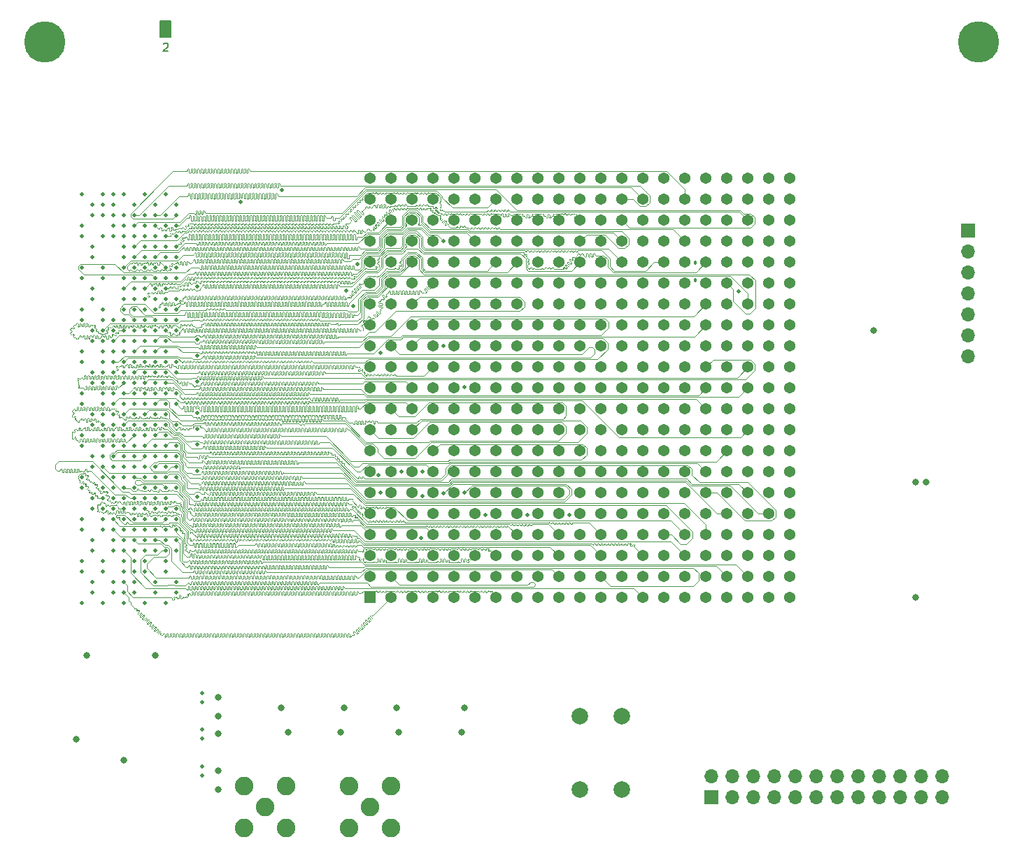
<source format=gbr>
%TF.GenerationSoftware,KiCad,Pcbnew,(6.0.9-0)*%
%TF.CreationDate,2022-12-19T15:36:06-05:00*%
%TF.ProjectId,ember-pcb,656d6265-722d-4706-9362-2e6b69636164,rev?*%
%TF.SameCoordinates,Original*%
%TF.FileFunction,Copper,L2,Inr*%
%TF.FilePolarity,Positive*%
%FSLAX46Y46*%
G04 Gerber Fmt 4.6, Leading zero omitted, Abs format (unit mm)*
G04 Created by KiCad (PCBNEW (6.0.9-0)) date 2022-12-19 15:36:06*
%MOMM*%
%LPD*%
G01*
G04 APERTURE LIST*
%TA.AperFunction,NonConductor*%
%ADD10C,0.200000*%
%TD*%
%ADD11C,0.150000*%
%TA.AperFunction,NonConductor*%
%ADD12C,0.150000*%
%TD*%
%TA.AperFunction,ComponentPad*%
%ADD13C,5.000000*%
%TD*%
%TA.AperFunction,ComponentPad*%
%ADD14R,1.700000X1.700000*%
%TD*%
%TA.AperFunction,ComponentPad*%
%ADD15O,1.700000X1.700000*%
%TD*%
%TA.AperFunction,ComponentPad*%
%ADD16C,2.000000*%
%TD*%
%TA.AperFunction,ComponentPad*%
%ADD17C,2.250000*%
%TD*%
%TA.AperFunction,ComponentPad*%
%ADD18C,0.500000*%
%TD*%
%TA.AperFunction,ComponentPad*%
%ADD19R,1.368000X1.368000*%
%TD*%
%TA.AperFunction,ComponentPad*%
%ADD20C,1.368000*%
%TD*%
%TA.AperFunction,ViaPad*%
%ADD21C,0.800000*%
%TD*%
%TA.AperFunction,ViaPad*%
%ADD22C,0.508000*%
%TD*%
%TA.AperFunction,ViaPad*%
%ADD23C,0.457200*%
%TD*%
%TA.AperFunction,Conductor*%
%ADD24C,0.101600*%
%TD*%
G04 APERTURE END LIST*
D10*
X86390000Y-48470000D02*
X87660000Y-48470000D01*
X87660000Y-48470000D02*
X87660000Y-50375000D01*
X87660000Y-50375000D02*
X86390000Y-50375000D01*
X86390000Y-50375000D02*
X86390000Y-48470000D01*
G36*
X86390000Y-48470000D02*
G01*
X87660000Y-48470000D01*
X87660000Y-50375000D01*
X86390000Y-50375000D01*
X86390000Y-48470000D01*
G37*
D11*
D12*
X86739285Y-51192619D02*
X86786904Y-51145000D01*
X86882142Y-51097380D01*
X87120238Y-51097380D01*
X87215476Y-51145000D01*
X87263095Y-51192619D01*
X87310714Y-51287857D01*
X87310714Y-51383095D01*
X87263095Y-51525952D01*
X86691666Y-52097380D01*
X87310714Y-52097380D01*
D13*
%TO.N,GND*%
%TO.C,H1*%
X72420000Y-51010000D03*
%TD*%
D14*
%TO.N,/core_pwr*%
%TO.C,J3*%
X153060000Y-142455000D03*
D15*
%TO.N,/core_pwr_o*%
X153060000Y-139915000D03*
%TO.N,/core_pwr*%
X155600000Y-142455000D03*
%TO.N,/core_pwr_o*%
X155600000Y-139915000D03*
%TO.N,/core_pwr*%
X158140000Y-142455000D03*
%TO.N,/core_pwr_o*%
X158140000Y-139915000D03*
%TO.N,/core_pwr*%
X160680000Y-142455000D03*
%TO.N,/core_pwr_o*%
X160680000Y-139915000D03*
%TO.N,unconnected-(J3-Pad9)*%
X163220000Y-142455000D03*
%TO.N,unconnected-(J3-Pad10)*%
X163220000Y-139915000D03*
%TO.N,/io_pwr*%
X165760000Y-142455000D03*
%TO.N,/io_pwr_o*%
X165760000Y-139915000D03*
%TO.N,/io_pwr*%
X168300000Y-142455000D03*
%TO.N,/io_pwr_o*%
X168300000Y-139915000D03*
%TO.N,/io_pwr*%
X170840000Y-142455000D03*
%TO.N,/io_pwr_o*%
X170840000Y-139915000D03*
%TO.N,unconnected-(J3-Pad17)*%
X173380000Y-142455000D03*
%TO.N,unconnected-(J3-Pad18)*%
X173380000Y-139915000D03*
%TO.N,GND*%
X175920000Y-142455000D03*
X175920000Y-139915000D03*
X178460000Y-142455000D03*
X178460000Y-139915000D03*
X181000000Y-142455000D03*
X181000000Y-139915000D03*
%TD*%
D16*
%TO.N,Net-(C1-Pad1)*%
%TO.C,FB1*%
X137165000Y-132710000D03*
%TO.N,/core_pwr*%
X142245000Y-132710000D03*
%TD*%
D14*
%TO.N,/wl_source_pin*%
%TO.C,J4*%
X184180000Y-73865000D03*
D15*
%TO.N,/bl_source_pin*%
X184180000Y-76405000D03*
%TO.N,/sl_source_pin*%
X184180000Y-78945000D03*
%TO.N,/iref_test*%
X184180000Y-81485000D03*
%TO.N,/vdd_test*%
X184180000Y-84025000D03*
%TO.N,unconnected-(J4-Pad6)*%
X184180000Y-86565000D03*
%TO.N,GND*%
X184180000Y-89105000D03*
%TD*%
D16*
%TO.N,Net-(C6-Pad1)*%
%TO.C,FB2*%
X137165000Y-141600000D03*
%TO.N,/io_pwr*%
X142245000Y-141600000D03*
%TD*%
D17*
%TO.N,GND*%
%TO.C,J5*%
X99065000Y-143720000D03*
%TO.N,Net-(J5-Pad2)*%
X101605000Y-146260000D03*
X96525000Y-141180000D03*
X96525000Y-146260000D03*
X101605000Y-141180000D03*
%TD*%
D18*
%TO.N,GND*%
%TO.C,U4*%
X91475000Y-139835000D03*
X91475000Y-138735000D03*
%TD*%
D17*
%TO.N,GND*%
%TO.C,J2*%
X111765000Y-143720000D03*
%TO.N,Net-(J2-Pad2)*%
X114305000Y-141180000D03*
X114305000Y-146260000D03*
X109225000Y-141180000D03*
X109225000Y-146260000D03*
%TD*%
D19*
%TO.N,GND*%
%TO.C,U1*%
X111790000Y-118320000D03*
D20*
%TO.N,/di_36*%
X114330000Y-118320000D03*
%TO.N,/io_pwr_o*%
X116870000Y-118320000D03*
%TO.N,/iref_test*%
X119410000Y-118320000D03*
%TO.N,/core_pwr_o*%
X121950000Y-118320000D03*
%TO.N,GND*%
X124490000Y-118320000D03*
%TO.N,/di_47*%
X127030000Y-118320000D03*
%TO.N,/core_pwr_o*%
X129570000Y-118320000D03*
%TO.N,/io_pwr_o*%
X132110000Y-118320000D03*
X134650000Y-118320000D03*
%TO.N,/core_pwr_o*%
X137190000Y-118320000D03*
%TO.N,/read_ref_4*%
X139730000Y-118320000D03*
%TO.N,/rram_addr_0*%
X142270000Y-118320000D03*
%TO.N,/rram_addr_2*%
X144810000Y-118320000D03*
%TO.N,GND*%
X147350000Y-118320000D03*
%TO.N,/core_pwr_o*%
X149890000Y-118320000D03*
%TO.N,/rram_addr_10*%
X152430000Y-118320000D03*
%TO.N,/io_pwr_o*%
X154970000Y-118320000D03*
%TO.N,GND*%
X157510000Y-118320000D03*
X160050000Y-118320000D03*
%TO.N,unconnected-(U1-PadA21)*%
X162590000Y-118320000D03*
%TO.N,/io_pwr_o*%
X111790000Y-115780000D03*
%TO.N,/di_34*%
X114330000Y-115780000D03*
%TO.N,/io_pwr_o*%
X116870000Y-115780000D03*
X119410000Y-115780000D03*
%TO.N,/core_pwr_o*%
X121950000Y-115780000D03*
%TO.N,/vdd_test*%
X124490000Y-115780000D03*
%TO.N,/io_pwr_o*%
X127030000Y-115780000D03*
%TO.N,GND*%
X129570000Y-115780000D03*
%TO.N,/sa_en*%
X132110000Y-115780000D03*
%TO.N,/read_ref_1*%
X134650000Y-115780000D03*
%TO.N,/read_ref_2*%
X137190000Y-115780000D03*
%TO.N,/rram_addr_1*%
X139730000Y-115780000D03*
%TO.N,/io_pwr_o*%
X142270000Y-115780000D03*
%TO.N,/rram_addr_6*%
X144810000Y-115780000D03*
%TO.N,/core_pwr_o*%
X147350000Y-115780000D03*
%TO.N,/io_pwr_o*%
X149890000Y-115780000D03*
X152430000Y-115780000D03*
%TO.N,/sl_en*%
X154970000Y-115780000D03*
%TO.N,/read_dac_config_0*%
X157510000Y-115780000D03*
%TO.N,/core_pwr_o*%
X160050000Y-115780000D03*
%TO.N,unconnected-(U1-PadB21)*%
X162590000Y-115780000D03*
%TO.N,/io_pwr_o*%
X111790000Y-113240000D03*
%TO.N,/core_pwr_o*%
X114330000Y-113240000D03*
%TO.N,GND*%
X116870000Y-113240000D03*
%TO.N,/di_37*%
X119410000Y-113240000D03*
%TO.N,/di_39*%
X121950000Y-113240000D03*
%TO.N,/di_41*%
X124490000Y-113240000D03*
%TO.N,/di_42*%
X127030000Y-113240000D03*
%TO.N,/di_44*%
X129570000Y-113240000D03*
%TO.N,/di_45*%
X132110000Y-113240000D03*
%TO.N,/set_rst*%
X134650000Y-113240000D03*
%TO.N,/read_ref_5*%
X137190000Y-113240000D03*
%TO.N,/rram_addr_4*%
X139730000Y-113240000D03*
%TO.N,/rram_addr_5*%
X142270000Y-113240000D03*
%TO.N,/rram_addr_8*%
X144810000Y-113240000D03*
%TO.N,/rram_addr_11*%
X147350000Y-113240000D03*
%TO.N,/rram_addr_13*%
X149890000Y-113240000D03*
%TO.N,/rram_addr_15*%
X152430000Y-113240000D03*
%TO.N,GND*%
X154970000Y-113240000D03*
%TO.N,/io_pwr_o*%
X157510000Y-113240000D03*
%TO.N,/core_pwr_o*%
X160050000Y-113240000D03*
%TO.N,unconnected-(U1-PadC21)*%
X162590000Y-113240000D03*
%TO.N,/di_27*%
X111790000Y-110700000D03*
%TO.N,/core_pwr_o*%
X114330000Y-110700000D03*
%TO.N,/di_32*%
X116870000Y-110700000D03*
%TO.N,/di_33*%
X119410000Y-110700000D03*
%TO.N,/di_35*%
X121950000Y-110700000D03*
%TO.N,/di_38*%
X124490000Y-110700000D03*
%TO.N,/di_40*%
X127030000Y-110700000D03*
%TO.N,/di_43*%
X129570000Y-110700000D03*
%TO.N,/di_46*%
X132110000Y-110700000D03*
%TO.N,/read_ref_0*%
X134650000Y-110700000D03*
%TO.N,/read_ref_3*%
X137190000Y-110700000D03*
%TO.N,/rram_addr_3*%
X139730000Y-110700000D03*
%TO.N,/rram_addr_7*%
X142270000Y-110700000D03*
%TO.N,/rram_addr_9*%
X144810000Y-110700000D03*
%TO.N,/rram_addr_12*%
X147350000Y-110700000D03*
%TO.N,/rram_addr_14*%
X149890000Y-110700000D03*
%TO.N,/we*%
X152430000Y-110700000D03*
%TO.N,/read_dac_config_2*%
X154970000Y-110700000D03*
%TO.N,/io_pwr_o*%
X157510000Y-110700000D03*
X160050000Y-110700000D03*
%TO.N,unconnected-(U1-PadD21)*%
X162590000Y-110700000D03*
%TO.N,/di_23*%
X111790000Y-108160000D03*
%TO.N,/io_pwr_o*%
X114330000Y-108160000D03*
%TO.N,/di_30*%
X116870000Y-108160000D03*
%TO.N,/di_31*%
X119410000Y-108160000D03*
%TO.N,unconnected-(U1-PadE5)*%
X121950000Y-108160000D03*
%TO.N,unconnected-(U1-PadE6)*%
X124490000Y-108160000D03*
%TO.N,unconnected-(U1-PadE7)*%
X127030000Y-108160000D03*
%TO.N,unconnected-(U1-PadE8)*%
X129570000Y-108160000D03*
%TO.N,unconnected-(U1-PadE9)*%
X132110000Y-108160000D03*
%TO.N,unconnected-(U1-PadE10)*%
X134650000Y-108160000D03*
%TO.N,unconnected-(U1-PadE11)*%
X137190000Y-108160000D03*
%TO.N,unconnected-(U1-PadE12)*%
X139730000Y-108160000D03*
%TO.N,unconnected-(U1-PadE13)*%
X142270000Y-108160000D03*
%TO.N,unconnected-(U1-PadE14)*%
X144810000Y-108160000D03*
%TO.N,unconnected-(U1-PadE15)*%
X147350000Y-108160000D03*
%TO.N,unconnected-(U1-PadE16)*%
X149890000Y-108160000D03*
%TO.N,/read_dac_config_1*%
X152430000Y-108160000D03*
%TO.N,/wl_dac_config_0*%
X154970000Y-108160000D03*
%TO.N,/wl_dac_config_3*%
X157510000Y-108160000D03*
%TO.N,/wl_dac_config_5*%
X160050000Y-108160000D03*
%TO.N,unconnected-(U1-PadE21)*%
X162590000Y-108160000D03*
%TO.N,/io_pwr_o*%
X111790000Y-105620000D03*
%TO.N,/di_25*%
X114330000Y-105620000D03*
%TO.N,/di_28*%
X116870000Y-105620000D03*
%TO.N,/di_29*%
X119410000Y-105620000D03*
%TO.N,unconnected-(U1-PadF5)*%
X121950000Y-105620000D03*
%TO.N,unconnected-(U1-PadF6)*%
X124490000Y-105620000D03*
%TO.N,unconnected-(U1-PadF7)*%
X127030000Y-105620000D03*
%TO.N,unconnected-(U1-PadF8)*%
X129570000Y-105620000D03*
%TO.N,unconnected-(U1-PadF9)*%
X132110000Y-105620000D03*
%TO.N,unconnected-(U1-PadF10)*%
X134650000Y-105620000D03*
%TO.N,unconnected-(U1-PadF11)*%
X137190000Y-105620000D03*
%TO.N,unconnected-(U1-PadF12)*%
X139730000Y-105620000D03*
%TO.N,unconnected-(U1-PadF13)*%
X142270000Y-105620000D03*
%TO.N,unconnected-(U1-PadF14)*%
X144810000Y-105620000D03*
%TO.N,unconnected-(U1-PadF15)*%
X147350000Y-105620000D03*
%TO.N,unconnected-(U1-PadF16)*%
X149890000Y-105620000D03*
%TO.N,/read_dac_config_3*%
X152430000Y-105620000D03*
%TO.N,/wl_dac_config_2*%
X154970000Y-105620000D03*
%TO.N,/wl_dac_config_7*%
X157510000Y-105620000D03*
%TO.N,/core_pwr_o*%
X160050000Y-105620000D03*
%TO.N,unconnected-(U1-PadF21)*%
X162590000Y-105620000D03*
%TO.N,/di_18*%
X111790000Y-103080000D03*
%TO.N,/core_pwr_o*%
X114330000Y-103080000D03*
%TO.N,/di_24*%
X116870000Y-103080000D03*
%TO.N,/di_26*%
X119410000Y-103080000D03*
%TO.N,unconnected-(U1-PadG5)*%
X121950000Y-103080000D03*
%TO.N,unconnected-(U1-PadG6)*%
X124490000Y-103080000D03*
%TO.N,unconnected-(U1-PadG7)*%
X127030000Y-103080000D03*
%TO.N,unconnected-(U1-PadG8)*%
X129570000Y-103080000D03*
%TO.N,unconnected-(U1-PadG9)*%
X132110000Y-103080000D03*
%TO.N,unconnected-(U1-PadG10)*%
X134650000Y-103080000D03*
%TO.N,unconnected-(U1-PadG11)*%
X137190000Y-103080000D03*
%TO.N,unconnected-(U1-PadG12)*%
X139730000Y-103080000D03*
%TO.N,unconnected-(U1-PadG13)*%
X142270000Y-103080000D03*
%TO.N,unconnected-(U1-PadG14)*%
X144810000Y-103080000D03*
%TO.N,unconnected-(U1-PadG15)*%
X147350000Y-103080000D03*
%TO.N,unconnected-(U1-PadG16)*%
X149890000Y-103080000D03*
%TO.N,/wl_dac_config_1*%
X152430000Y-103080000D03*
%TO.N,/wl_dac_config_4*%
X154970000Y-103080000D03*
%TO.N,/io_pwr_o*%
X157510000Y-103080000D03*
%TO.N,GND*%
X160050000Y-103080000D03*
%TO.N,unconnected-(U1-PadG21)*%
X162590000Y-103080000D03*
%TO.N,/di_16*%
X111790000Y-100540000D03*
%TO.N,GND*%
X114330000Y-100540000D03*
%TO.N,/di_21*%
X116870000Y-100540000D03*
%TO.N,/di_22*%
X119410000Y-100540000D03*
%TO.N,unconnected-(U1-PadH5)*%
X121950000Y-100540000D03*
%TO.N,unconnected-(U1-PadH6)*%
X124490000Y-100540000D03*
%TO.N,unconnected-(U1-PadH7)*%
X127030000Y-100540000D03*
%TO.N,unconnected-(U1-PadH8)*%
X129570000Y-100540000D03*
%TO.N,unconnected-(U1-PadH9)*%
X132110000Y-100540000D03*
%TO.N,unconnected-(U1-PadH10)*%
X134650000Y-100540000D03*
%TO.N,unconnected-(U1-PadH11)*%
X137190000Y-100540000D03*
%TO.N,unconnected-(U1-PadH12)*%
X139730000Y-100540000D03*
%TO.N,unconnected-(U1-PadH13)*%
X142270000Y-100540000D03*
%TO.N,unconnected-(U1-PadH14)*%
X144810000Y-100540000D03*
%TO.N,unconnected-(U1-PadH15)*%
X147350000Y-100540000D03*
%TO.N,unconnected-(U1-PadH16)*%
X149890000Y-100540000D03*
%TO.N,/wl_dac_config_6*%
X152430000Y-100540000D03*
%TO.N,/wl_dac_en*%
X154970000Y-100540000D03*
%TO.N,/wl_source_pin*%
X157510000Y-100540000D03*
%TO.N,/sa_do_2*%
X160050000Y-100540000D03*
%TO.N,unconnected-(U1-PadH21)*%
X162590000Y-100540000D03*
%TO.N,/di_14*%
X111790000Y-98000000D03*
%TO.N,/di_17*%
X114330000Y-98000000D03*
%TO.N,/di_20*%
X116870000Y-98000000D03*
%TO.N,/di_19*%
X119410000Y-98000000D03*
%TO.N,unconnected-(U1-PadJ5)*%
X121950000Y-98000000D03*
%TO.N,unconnected-(U1-PadJ6)*%
X124490000Y-98000000D03*
%TO.N,unconnected-(U1-PadJ7)*%
X127030000Y-98000000D03*
%TO.N,unconnected-(U1-PadJ8)*%
X129570000Y-98000000D03*
%TO.N,unconnected-(U1-PadJ9)*%
X132110000Y-98000000D03*
%TO.N,unconnected-(U1-PadJ10)*%
X134650000Y-98000000D03*
%TO.N,unconnected-(U1-PadJ11)*%
X137190000Y-98000000D03*
%TO.N,unconnected-(U1-PadJ12)*%
X139730000Y-98000000D03*
%TO.N,unconnected-(U1-PadJ13)*%
X142270000Y-98000000D03*
%TO.N,unconnected-(U1-PadJ14)*%
X144810000Y-98000000D03*
%TO.N,unconnected-(U1-PadJ15)*%
X147350000Y-98000000D03*
%TO.N,unconnected-(U1-PadJ16)*%
X149890000Y-98000000D03*
%TO.N,/bleed_en*%
X152430000Y-98000000D03*
%TO.N,/wl_en*%
X154970000Y-98000000D03*
%TO.N,/sa_do_0*%
X157510000Y-98000000D03*
%TO.N,/sa_do_4*%
X160050000Y-98000000D03*
%TO.N,unconnected-(U1-PadJ21)*%
X162590000Y-98000000D03*
%TO.N,/core_pwr_o*%
X111790000Y-95460000D03*
%TO.N,/di_12*%
X114330000Y-95460000D03*
%TO.N,/di_15*%
X116870000Y-95460000D03*
%TO.N,/di_13*%
X119410000Y-95460000D03*
%TO.N,unconnected-(U1-PadK5)*%
X121950000Y-95460000D03*
%TO.N,unconnected-(U1-PadK6)*%
X124490000Y-95460000D03*
%TO.N,unconnected-(U1-PadK7)*%
X127030000Y-95460000D03*
%TO.N,unconnected-(U1-PadK8)*%
X129570000Y-95460000D03*
%TO.N,unconnected-(U1-PadK9)*%
X132110000Y-95460000D03*
%TO.N,unconnected-(U1-PadK10)*%
X134650000Y-95460000D03*
%TO.N,unconnected-(U1-PadK11)*%
X137190000Y-95460000D03*
%TO.N,unconnected-(U1-PadK12)*%
X139730000Y-95460000D03*
%TO.N,unconnected-(U1-PadK13)*%
X142270000Y-95460000D03*
%TO.N,unconnected-(U1-PadK14)*%
X144810000Y-95460000D03*
%TO.N,unconnected-(U1-PadK15)*%
X147350000Y-95460000D03*
%TO.N,unconnected-(U1-PadK16)*%
X149890000Y-95460000D03*
%TO.N,/sa_do_3*%
X152430000Y-95460000D03*
%TO.N,/sa_do_1*%
X154970000Y-95460000D03*
%TO.N,/sa_do_5*%
X157510000Y-95460000D03*
%TO.N,/core_pwr_o*%
X160050000Y-95460000D03*
%TO.N,unconnected-(U1-PadK21)*%
X162590000Y-95460000D03*
%TO.N,/core_pwr_o*%
X111790000Y-92920000D03*
%TO.N,/di_11*%
X114330000Y-92920000D03*
%TO.N,/di_9*%
X116870000Y-92920000D03*
%TO.N,/di_10*%
X119410000Y-92920000D03*
%TO.N,unconnected-(U1-PadL5)*%
X121950000Y-92920000D03*
%TO.N,unconnected-(U1-PadL6)*%
X124490000Y-92920000D03*
%TO.N,unconnected-(U1-PadL7)*%
X127030000Y-92920000D03*
%TO.N,unconnected-(U1-PadL8)*%
X129570000Y-92920000D03*
%TO.N,unconnected-(U1-PadL9)*%
X132110000Y-92920000D03*
%TO.N,unconnected-(U1-PadL10)*%
X134650000Y-92920000D03*
%TO.N,unconnected-(U1-PadL11)*%
X137190000Y-92920000D03*
%TO.N,unconnected-(U1-PadL12)*%
X139730000Y-92920000D03*
%TO.N,unconnected-(U1-PadL13)*%
X142270000Y-92920000D03*
%TO.N,unconnected-(U1-PadL14)*%
X144810000Y-92920000D03*
%TO.N,unconnected-(U1-PadL15)*%
X147350000Y-92920000D03*
%TO.N,unconnected-(U1-PadL16)*%
X149890000Y-92920000D03*
%TO.N,/sa_do_7*%
X152430000Y-92920000D03*
%TO.N,/sa_do_8*%
X154970000Y-92920000D03*
%TO.N,/sa_do_6*%
X157510000Y-92920000D03*
%TO.N,/core_pwr_o*%
X160050000Y-92920000D03*
%TO.N,unconnected-(U1-PadL21)*%
X162590000Y-92920000D03*
%TO.N,/io_pwr_o*%
X111790000Y-90380000D03*
%TO.N,/di_7*%
X114330000Y-90380000D03*
%TO.N,/di_5*%
X116870000Y-90380000D03*
%TO.N,/di_6*%
X119410000Y-90380000D03*
%TO.N,unconnected-(U1-PadM5)*%
X121950000Y-90380000D03*
%TO.N,unconnected-(U1-PadM6)*%
X124490000Y-90380000D03*
%TO.N,unconnected-(U1-PadM7)*%
X127030000Y-90380000D03*
%TO.N,unconnected-(U1-PadM8)*%
X129570000Y-90380000D03*
%TO.N,unconnected-(U1-PadM9)*%
X132110000Y-90380000D03*
%TO.N,unconnected-(U1-PadM10)*%
X134650000Y-90380000D03*
%TO.N,unconnected-(U1-PadM11)*%
X137190000Y-90380000D03*
%TO.N,unconnected-(U1-PadM12)*%
X139730000Y-90380000D03*
%TO.N,unconnected-(U1-PadM13)*%
X142270000Y-90380000D03*
%TO.N,unconnected-(U1-PadM14)*%
X144810000Y-90380000D03*
%TO.N,unconnected-(U1-PadM15)*%
X147350000Y-90380000D03*
%TO.N,unconnected-(U1-PadM16)*%
X149890000Y-90380000D03*
%TO.N,/sa_do_11*%
X152430000Y-90380000D03*
%TO.N,/sa_do_12*%
X154970000Y-90380000D03*
%TO.N,/sa_do_9*%
X157510000Y-90380000D03*
%TO.N,/io_pwr_o*%
X160050000Y-90380000D03*
%TO.N,unconnected-(U1-PadM21)*%
X162590000Y-90380000D03*
%TO.N,/io_pwr_o*%
X111790000Y-87840000D03*
%TO.N,/di_8*%
X114330000Y-87840000D03*
%TO.N,/di_4*%
X116870000Y-87840000D03*
%TO.N,/di_2*%
X119410000Y-87840000D03*
%TO.N,unconnected-(U1-PadN5)*%
X121950000Y-87840000D03*
%TO.N,unconnected-(U1-PadN6)*%
X124490000Y-87840000D03*
%TO.N,unconnected-(U1-PadN7)*%
X127030000Y-87840000D03*
%TO.N,unconnected-(U1-PadN8)*%
X129570000Y-87840000D03*
%TO.N,unconnected-(U1-PadN9)*%
X132110000Y-87840000D03*
%TO.N,unconnected-(U1-PadN10)*%
X134650000Y-87840000D03*
%TO.N,unconnected-(U1-PadN11)*%
X137190000Y-87840000D03*
%TO.N,unconnected-(U1-PadN12)*%
X139730000Y-87840000D03*
%TO.N,unconnected-(U1-PadN13)*%
X142270000Y-87840000D03*
%TO.N,unconnected-(U1-PadN14)*%
X144810000Y-87840000D03*
%TO.N,unconnected-(U1-PadN15)*%
X147350000Y-87840000D03*
%TO.N,unconnected-(U1-PadN16)*%
X149890000Y-87840000D03*
%TO.N,/sa_do_14*%
X152430000Y-87840000D03*
%TO.N,/sa_do_13*%
X154970000Y-87840000D03*
%TO.N,GND*%
X157510000Y-87840000D03*
%TO.N,/io_pwr_o*%
X160050000Y-87840000D03*
%TO.N,unconnected-(U1-PadN21)*%
X162590000Y-87840000D03*
%TO.N,GND*%
X111790000Y-85300000D03*
%TO.N,/io_pwr_o*%
X114330000Y-85300000D03*
%TO.N,/di_0*%
X116870000Y-85300000D03*
%TO.N,/clamp_ref_5*%
X119410000Y-85300000D03*
%TO.N,unconnected-(U1-PadP5)*%
X121950000Y-85300000D03*
%TO.N,unconnected-(U1-PadP6)*%
X124490000Y-85300000D03*
%TO.N,unconnected-(U1-PadP7)*%
X127030000Y-85300000D03*
%TO.N,unconnected-(U1-PadP8)*%
X129570000Y-85300000D03*
%TO.N,unconnected-(U1-PadP9)*%
X132110000Y-85300000D03*
%TO.N,unconnected-(U1-PadP10)*%
X134650000Y-85300000D03*
%TO.N,unconnected-(U1-PadP11)*%
X137190000Y-85300000D03*
%TO.N,unconnected-(U1-PadP12)*%
X139730000Y-85300000D03*
%TO.N,unconnected-(U1-PadP13)*%
X142270000Y-85300000D03*
%TO.N,unconnected-(U1-PadP14)*%
X144810000Y-85300000D03*
%TO.N,unconnected-(U1-PadP15)*%
X147350000Y-85300000D03*
%TO.N,unconnected-(U1-PadP16)*%
X149890000Y-85300000D03*
%TO.N,/sa_do_18*%
X152430000Y-85300000D03*
%TO.N,/sa_do_16*%
X154970000Y-85300000D03*
%TO.N,/core_pwr_o*%
X157510000Y-85300000D03*
%TO.N,/sa_do_10*%
X160050000Y-85300000D03*
%TO.N,unconnected-(U1-PadP21)*%
X162590000Y-85300000D03*
%TO.N,/core_pwr_o*%
X111790000Y-82760000D03*
%TO.N,/di_3*%
X114330000Y-82760000D03*
%TO.N,/rst_n*%
X116870000Y-82760000D03*
%TO.N,/clamp_ref_3*%
X119410000Y-82760000D03*
%TO.N,unconnected-(U1-PadR5)*%
X121950000Y-82760000D03*
%TO.N,unconnected-(U1-PadR6)*%
X124490000Y-82760000D03*
%TO.N,unconnected-(U1-PadR7)*%
X127030000Y-82760000D03*
%TO.N,unconnected-(U1-PadR8)*%
X129570000Y-82760000D03*
%TO.N,unconnected-(U1-PadR9)*%
X132110000Y-82760000D03*
%TO.N,unconnected-(U1-PadR10)*%
X134650000Y-82760000D03*
%TO.N,unconnected-(U1-PadR11)*%
X137190000Y-82760000D03*
%TO.N,unconnected-(U1-PadR12)*%
X139730000Y-82760000D03*
%TO.N,unconnected-(U1-PadR13)*%
X142270000Y-82760000D03*
%TO.N,unconnected-(U1-PadR14)*%
X144810000Y-82760000D03*
%TO.N,unconnected-(U1-PadR15)*%
X147350000Y-82760000D03*
%TO.N,unconnected-(U1-PadR16)*%
X149890000Y-82760000D03*
%TO.N,/sa_do_21*%
X152430000Y-82760000D03*
%TO.N,/sa_do_20*%
X154970000Y-82760000D03*
%TO.N,/sa_do_17*%
X157510000Y-82760000D03*
%TO.N,/io_pwr_o*%
X160050000Y-82760000D03*
%TO.N,unconnected-(U1-PadR21)*%
X162590000Y-82760000D03*
%TO.N,/di_1*%
X111790000Y-80220000D03*
%TO.N,/bl_en*%
X114330000Y-80220000D03*
%TO.N,/clamp_ref_4*%
X116870000Y-80220000D03*
%TO.N,/clamp_ref_1*%
X119410000Y-80220000D03*
%TO.N,unconnected-(U1-PadS5)*%
X121950000Y-80220000D03*
%TO.N,unconnected-(U1-PadS6)*%
X124490000Y-80220000D03*
%TO.N,unconnected-(U1-PadS7)*%
X127030000Y-80220000D03*
%TO.N,unconnected-(U1-PadS8)*%
X129570000Y-80220000D03*
%TO.N,unconnected-(U1-PadS9)*%
X132110000Y-80220000D03*
%TO.N,unconnected-(U1-PadS10)*%
X134650000Y-80220000D03*
%TO.N,unconnected-(U1-PadS11)*%
X137190000Y-80220000D03*
%TO.N,unconnected-(U1-PadS12)*%
X139730000Y-80220000D03*
%TO.N,unconnected-(U1-PadS13)*%
X142270000Y-80220000D03*
%TO.N,unconnected-(U1-PadS14)*%
X144810000Y-80220000D03*
%TO.N,unconnected-(U1-PadS15)*%
X147350000Y-80220000D03*
%TO.N,unconnected-(U1-PadS16)*%
X149890000Y-80220000D03*
%TO.N,/sa_do_23*%
X152430000Y-80220000D03*
%TO.N,/sa_do_22*%
X154970000Y-80220000D03*
%TO.N,/io_pwr_o*%
X157510000Y-80220000D03*
%TO.N,/sa_do_15*%
X160050000Y-80220000D03*
%TO.N,unconnected-(U1-PadS21)*%
X162590000Y-80220000D03*
%TO.N,/io_pwr_o*%
X111790000Y-77680000D03*
X114330000Y-77680000D03*
%TO.N,/clamp_ref_2*%
X116870000Y-77680000D03*
%TO.N,/bsl_dac_en*%
X119410000Y-77680000D03*
%TO.N,/bsl_dac_config_4*%
X121950000Y-77680000D03*
%TO.N,/bsl_dac_config_2*%
X124490000Y-77680000D03*
%TO.N,/bsl_dac_config_0*%
X127030000Y-77680000D03*
%TO.N,/mclk_pause*%
X129570000Y-77680000D03*
%TO.N,/mosi*%
X132110000Y-77680000D03*
%TO.N,/heartbeat*%
X134650000Y-77680000D03*
%TO.N,/sa_do_45*%
X137190000Y-77680000D03*
%TO.N,/sa_do_39*%
X139730000Y-77680000D03*
%TO.N,/sa_do_36*%
X142270000Y-77680000D03*
%TO.N,/sa_do_32*%
X144810000Y-77680000D03*
%TO.N,/sa_do_29*%
X147350000Y-77680000D03*
%TO.N,/sa_do_27*%
X149890000Y-77680000D03*
%TO.N,/sa_do_25*%
X152430000Y-77680000D03*
%TO.N,/sa_do_24*%
X154970000Y-77680000D03*
%TO.N,/core_pwr_o*%
X157510000Y-77680000D03*
%TO.N,/sa_do_19*%
X160050000Y-77680000D03*
%TO.N,unconnected-(U1-PadT21)*%
X162590000Y-77680000D03*
%TO.N,/core_pwr_o*%
X111790000Y-75140000D03*
%TO.N,/io_pwr_o*%
X114330000Y-75140000D03*
%TO.N,GND*%
X116870000Y-75140000D03*
%TO.N,/read_dac_en*%
X119410000Y-75140000D03*
%TO.N,/bsl_dac_config_3*%
X121950000Y-75140000D03*
%TO.N,/bsl_dac_config_1*%
X124490000Y-75140000D03*
%TO.N,/aclk*%
X127030000Y-75140000D03*
%TO.N,/sclk*%
X129570000Y-75140000D03*
%TO.N,/sc*%
X132110000Y-75140000D03*
%TO.N,/man*%
X134650000Y-75140000D03*
%TO.N,/sa_do_43*%
X137190000Y-75140000D03*
%TO.N,/sa_do_38*%
X139730000Y-75140000D03*
%TO.N,/sa_do_37*%
X142270000Y-75140000D03*
%TO.N,/sa_do_34*%
X144810000Y-75140000D03*
%TO.N,/sa_do_33*%
X147350000Y-75140000D03*
%TO.N,/sa_do_30*%
X149890000Y-75140000D03*
%TO.N,/sa_do_28*%
X152430000Y-75140000D03*
%TO.N,GND*%
X154970000Y-75140000D03*
%TO.N,/core_pwr_o*%
X157510000Y-75140000D03*
%TO.N,/io_pwr_o*%
X160050000Y-75140000D03*
%TO.N,unconnected-(U1-PadU21)*%
X162590000Y-75140000D03*
%TO.N,/core_pwr_o*%
X111790000Y-72600000D03*
%TO.N,/clamp_ref_0*%
X114330000Y-72600000D03*
%TO.N,/io_pwr_o*%
X116870000Y-72600000D03*
%TO.N,/core_pwr_o*%
X119410000Y-72600000D03*
X121950000Y-72600000D03*
%TO.N,/sl_source_pin*%
X124490000Y-72600000D03*
%TO.N,GND*%
X127030000Y-72600000D03*
%TO.N,/io_pwr_o*%
X129570000Y-72600000D03*
%TO.N,/miso*%
X132110000Y-72600000D03*
%TO.N,/sa_rdy*%
X134650000Y-72600000D03*
%TO.N,/sa_do_47*%
X137190000Y-72600000D03*
%TO.N,/sa_do_41*%
X139730000Y-72600000D03*
%TO.N,/sa_do_42*%
X142270000Y-72600000D03*
%TO.N,/core_pwr_o*%
X144810000Y-72600000D03*
%TO.N,/io_pwr_o*%
X147350000Y-72600000D03*
X149890000Y-72600000D03*
%TO.N,/sa_do_31*%
X152430000Y-72600000D03*
%TO.N,/io_pwr_o*%
X154970000Y-72600000D03*
%TO.N,/sa_do_26*%
X157510000Y-72600000D03*
%TO.N,/io_pwr_o*%
X160050000Y-72600000D03*
%TO.N,unconnected-(U1-PadV21)*%
X162590000Y-72600000D03*
%TO.N,GND*%
X111790000Y-70060000D03*
%TO.N,/io_pwr_o*%
X114330000Y-70060000D03*
%TO.N,/bl_source_pin*%
X116870000Y-70060000D03*
%TO.N,/io_pwr_o*%
X119410000Y-70060000D03*
X121950000Y-70060000D03*
%TO.N,/core_pwr_o*%
X124490000Y-70060000D03*
%TO.N,/sa_clk*%
X127030000Y-70060000D03*
%TO.N,/byp*%
X129570000Y-70060000D03*
%TO.N,/core_pwr_o*%
X132110000Y-70060000D03*
%TO.N,/io_pwr_o*%
X134650000Y-70060000D03*
X137190000Y-70060000D03*
%TO.N,/sa_do_46*%
X139730000Y-70060000D03*
%TO.N,/sa_do_44*%
X142270000Y-70060000D03*
%TO.N,/sa_do_40*%
X144810000Y-70060000D03*
%TO.N,GND*%
X147350000Y-70060000D03*
%TO.N,/sa_do_35*%
X149890000Y-70060000D03*
%TO.N,/core_pwr_o*%
X152430000Y-70060000D03*
X154970000Y-70060000D03*
%TO.N,/io_pwr_o*%
X157510000Y-70060000D03*
%TO.N,GND*%
X160050000Y-70060000D03*
%TO.N,unconnected-(U1-PadW21)*%
X162590000Y-70060000D03*
%TO.N,unconnected-(U1-PadX1)*%
X111790000Y-67520000D03*
%TO.N,unconnected-(U1-PadX2)*%
X114330000Y-67520000D03*
%TO.N,unconnected-(U1-PadX3)*%
X116870000Y-67520000D03*
%TO.N,unconnected-(U1-PadX4)*%
X119410000Y-67520000D03*
%TO.N,unconnected-(U1-PadX5)*%
X121950000Y-67520000D03*
%TO.N,unconnected-(U1-PadX6)*%
X124490000Y-67520000D03*
%TO.N,unconnected-(U1-PadX7)*%
X127030000Y-67520000D03*
%TO.N,unconnected-(U1-PadX8)*%
X129570000Y-67520000D03*
%TO.N,unconnected-(U1-PadX9)*%
X132110000Y-67520000D03*
%TO.N,unconnected-(U1-PadX10)*%
X134650000Y-67520000D03*
%TO.N,unconnected-(U1-PadX11)*%
X137190000Y-67520000D03*
%TO.N,unconnected-(U1-PadX12)*%
X139730000Y-67520000D03*
%TO.N,unconnected-(U1-PadX13)*%
X142270000Y-67520000D03*
%TO.N,unconnected-(U1-PadX14)*%
X144810000Y-67520000D03*
%TO.N,unconnected-(U1-PadX15)*%
X147350000Y-67520000D03*
%TO.N,unconnected-(U1-PadX16)*%
X149890000Y-67520000D03*
%TO.N,unconnected-(U1-PadX17)*%
X152430000Y-67520000D03*
%TO.N,unconnected-(U1-PadX18)*%
X154970000Y-67520000D03*
%TO.N,unconnected-(U1-PadX19)*%
X157510000Y-67520000D03*
%TO.N,unconnected-(U1-PadX20)*%
X160050000Y-67520000D03*
%TO.N,unconnected-(U1-PadX21)*%
X162590000Y-67520000D03*
%TD*%
D18*
%TO.N,GND*%
%TO.C,U2*%
X91475000Y-129845000D03*
X91475000Y-130945000D03*
%TD*%
D13*
%TO.N,GND*%
%TO.C,H2*%
X185450000Y-51010000D03*
%TD*%
D18*
%TO.N,GND*%
%TO.C,U3*%
X91475000Y-134290000D03*
X91475000Y-135390000D03*
%TD*%
D21*
%TO.N,Net-(J1-PadD1)*%
X85755000Y-125305000D03*
%TO.N,Net-(J2-Pad2)*%
X76235000Y-135460000D03*
D22*
%TO.N,GND*%
X87025000Y-94825000D03*
X76865000Y-110065000D03*
X83215000Y-82125000D03*
D21*
X93380000Y-130395000D03*
D22*
X85755000Y-108795000D03*
X83215000Y-112605000D03*
X87025000Y-69425000D03*
X78135000Y-116415000D03*
X79405000Y-89745000D03*
D21*
X108215000Y-134595000D03*
D22*
X88295000Y-108795000D03*
X79405000Y-69425000D03*
X85755000Y-93555000D03*
X85755000Y-116415000D03*
X80675000Y-73235000D03*
X85755000Y-74505000D03*
X84485000Y-115145000D03*
X80675000Y-92285000D03*
X87025000Y-83395000D03*
X78135000Y-101175000D03*
X87025000Y-113875000D03*
X78135000Y-91015000D03*
X78135000Y-85935000D03*
X88295000Y-70695000D03*
D21*
X123225000Y-131650000D03*
D22*
X88295000Y-93555000D03*
X79405000Y-99905000D03*
X76865000Y-69425000D03*
X83215000Y-89745000D03*
X87025000Y-115145000D03*
X81945000Y-113875000D03*
X78135000Y-96095000D03*
X88295000Y-112605000D03*
X87025000Y-79585000D03*
X76865000Y-103715000D03*
X85755000Y-112605000D03*
X81945000Y-102445000D03*
X81945000Y-87205000D03*
X87025000Y-118955000D03*
X78135000Y-106255000D03*
X85755000Y-101175000D03*
X88295000Y-116415000D03*
X80675000Y-88475000D03*
X84485000Y-110065000D03*
X80675000Y-99905000D03*
X79405000Y-115145000D03*
X84485000Y-94825000D03*
X81945000Y-71965000D03*
X83215000Y-70695000D03*
X79405000Y-113875000D03*
X79405000Y-118955000D03*
D21*
X115200000Y-134595000D03*
D22*
X81945000Y-118955000D03*
X81945000Y-94825000D03*
X87025000Y-87205000D03*
X84485000Y-106255000D03*
X85755000Y-78315000D03*
X85755000Y-97365000D03*
X81945000Y-69425000D03*
X76865000Y-94825000D03*
X88295000Y-74505000D03*
X78135000Y-107525000D03*
X81945000Y-91015000D03*
X88295000Y-82125000D03*
X76865000Y-89745000D03*
X85755000Y-70695000D03*
X78135000Y-102445000D03*
X87025000Y-110065000D03*
X79405000Y-104985000D03*
X78135000Y-80855000D03*
X80675000Y-112605000D03*
D21*
X122820000Y-134595000D03*
X101865000Y-134595000D03*
X177830000Y-118320000D03*
X108620000Y-131650000D03*
D22*
X76865000Y-118955000D03*
X84485000Y-102445000D03*
X76865000Y-88475000D03*
X83215000Y-116415000D03*
X79405000Y-83395000D03*
X88295000Y-78315000D03*
X76865000Y-78315000D03*
X87025000Y-106255000D03*
X81945000Y-83395000D03*
X83215000Y-108795000D03*
X88295000Y-85935000D03*
X84485000Y-71965000D03*
X84485000Y-75775000D03*
X83215000Y-74505000D03*
X78135000Y-112605000D03*
X83215000Y-78315000D03*
X84485000Y-113875000D03*
X88295000Y-97365000D03*
X79405000Y-110065000D03*
X84485000Y-91015000D03*
X79405000Y-98635000D03*
D21*
X101000000Y-131650000D03*
D22*
X83215000Y-101175000D03*
X83215000Y-117685000D03*
X80675000Y-70695000D03*
X84485000Y-98635000D03*
X78135000Y-97365000D03*
X76865000Y-98635000D03*
X78135000Y-77045000D03*
X76865000Y-73235000D03*
X84485000Y-69425000D03*
X79405000Y-71965000D03*
X81945000Y-115145000D03*
X80675000Y-117685000D03*
X76865000Y-79585000D03*
X85755000Y-85935000D03*
X81945000Y-106255000D03*
X80675000Y-107525000D03*
X88295000Y-89745000D03*
X81945000Y-79585000D03*
X76865000Y-84665000D03*
X76865000Y-104985000D03*
X76865000Y-115145000D03*
X79405000Y-103715000D03*
X76865000Y-74505000D03*
X87025000Y-98635000D03*
X78135000Y-117685000D03*
X78135000Y-87205000D03*
X85755000Y-117685000D03*
X79405000Y-78315000D03*
X76865000Y-99905000D03*
X84485000Y-83395000D03*
X79405000Y-108795000D03*
X79405000Y-93555000D03*
X79405000Y-94825000D03*
X78135000Y-111335000D03*
X78135000Y-71965000D03*
X79405000Y-84665000D03*
X76865000Y-93555000D03*
X87025000Y-75775000D03*
X80675000Y-103715000D03*
X87025000Y-71965000D03*
X87025000Y-91015000D03*
X80675000Y-116415000D03*
X78135000Y-75775000D03*
X78135000Y-92285000D03*
X79405000Y-88475000D03*
D21*
X114970000Y-131650000D03*
D22*
X76865000Y-108795000D03*
D21*
X93380000Y-134825000D03*
D22*
X79405000Y-79585000D03*
D21*
X77500000Y-125305000D03*
X93380000Y-139270000D03*
D22*
X76865000Y-83395000D03*
X78135000Y-70695000D03*
X76865000Y-113875000D03*
X80675000Y-111335000D03*
X85755000Y-82125000D03*
X88295000Y-104985000D03*
X83215000Y-85935000D03*
X81945000Y-75775000D03*
X83215000Y-97365000D03*
X78135000Y-82125000D03*
X83215000Y-104985000D03*
X88295000Y-101175000D03*
X84485000Y-79585000D03*
X85755000Y-104985000D03*
X88295000Y-117685000D03*
X80675000Y-84665000D03*
X85755000Y-89745000D03*
X80675000Y-96095000D03*
X84485000Y-87205000D03*
X79405000Y-74505000D03*
X87025000Y-102445000D03*
X81945000Y-98635000D03*
X81945000Y-110065000D03*
X83215000Y-93555000D03*
X84485000Y-118955000D03*
D21*
%TO.N,+3.3V*%
X93380000Y-141557500D03*
D22*
X80675000Y-71965000D03*
X80675000Y-69425000D03*
X79405000Y-70695000D03*
D21*
X93380000Y-132667500D03*
D22*
X80675000Y-74505000D03*
D21*
X81950000Y-138000000D03*
D22*
%TO.N,/sclk*%
X101122000Y-68917000D03*
X88295000Y-84665000D03*
%TO.N,/sc*%
X81945000Y-77045000D03*
D23*
%TO.N,/mosi*%
X151160000Y-79839000D03*
X151160000Y-77723575D03*
D22*
X81945000Y-82125000D03*
%TO.N,/read_dac_config_1*%
X79405000Y-101175000D03*
%TO.N,/rst_n*%
X80675000Y-87205000D03*
%TO.N,/read_dac_config_0*%
X80675000Y-110065000D03*
D21*
%TO.N,/byp*%
X179100000Y-104350000D03*
%TO.N,/man*%
X177830000Y-104350000D03*
D22*
%TO.N,/di_42*%
X80675000Y-108795000D03*
%TO.N,/clamp_ref_1*%
X87025000Y-85935000D03*
%TO.N,/clamp_ref_2*%
X85755000Y-84665000D03*
%TO.N,/clamp_ref_3*%
X83215000Y-87205000D03*
%TO.N,/clamp_ref_4*%
X84485000Y-85935000D03*
%TO.N,/wl_dac_config_0*%
X80675000Y-101175000D03*
%TO.N,/di_47*%
X81945000Y-116415000D03*
%TO.N,/di_21*%
X80675000Y-97365000D03*
%TO.N,/rram_addr_0*%
X83215000Y-113875000D03*
%TO.N,/di_8*%
X80675000Y-89745000D03*
%TO.N,/di_36*%
X81945000Y-117685000D03*
%TO.N,/rram_addr_2*%
X81945000Y-112605000D03*
%TO.N,/sa_en*%
X81945000Y-111335000D03*
%TO.N,/di_44*%
X81945000Y-108795000D03*
%TO.N,/di_43*%
X81945000Y-104985000D03*
%TO.N,/di_22*%
X81945000Y-97365000D03*
%TO.N,/rram_addr_6*%
X87025000Y-111335000D03*
%TO.N,/di_14*%
X81945000Y-96095000D03*
%TO.N,/di_4*%
X81945000Y-89745000D03*
%TO.N,/di_37*%
X83215000Y-110065000D03*
%TO.N,/di_39*%
X85755000Y-110065000D03*
%TO.N,/sa_do_13*%
X81945000Y-88475000D03*
%TO.N,/sa_do_36*%
X81945000Y-80855000D03*
%TO.N,/miso*%
X81945000Y-74505000D03*
%TO.N,/sa_do_41*%
X81945000Y-73235000D03*
%TO.N,/set_rst*%
X87025000Y-108795000D03*
%TO.N,/read_ref_5*%
X79405000Y-107525000D03*
%TO.N,/rram_addr_4*%
X81945000Y-107525000D03*
%TO.N,/rram_addr_5*%
X83215000Y-107525000D03*
%TO.N,/read_ref_4*%
X83215000Y-115145000D03*
%TO.N,/rram_addr_11*%
X85755000Y-107525000D03*
%TO.N,/read_ref_1*%
X83215000Y-111335000D03*
%TO.N,/rram_addr_15*%
X88295000Y-107525000D03*
%TO.N,/di_27*%
X79405000Y-106255000D03*
%TO.N,/di_32*%
X80675000Y-106255000D03*
%TO.N,/di_33*%
X83215000Y-106255000D03*
%TO.N,/di_35*%
X85755000Y-106255000D03*
X117908985Y-111103985D03*
%TO.N,/di_38*%
X118140000Y-106001000D03*
X90835000Y-106128000D03*
%TO.N,/di_40*%
X80675000Y-104985000D03*
X125760000Y-108287000D03*
%TO.N,/rram_addr_3*%
X83215000Y-103715000D03*
%TO.N,/di_46*%
X130840000Y-108287000D03*
X84485000Y-104985000D03*
%TO.N,/read_ref_0*%
X87025000Y-104985000D03*
%TO.N,/read_ref_3*%
X81945000Y-103715000D03*
X135920000Y-108287000D03*
%TO.N,/di_23*%
X113060000Y-105620000D03*
X83215000Y-102445000D03*
%TO.N,/rram_addr_7*%
X84485000Y-103715000D03*
%TO.N,/rram_addr_9*%
X85755000Y-103715000D03*
%TO.N,/di_26*%
X83215000Y-98635000D03*
%TO.N,/di_0*%
X83215000Y-88475000D03*
%TO.N,/we*%
X79405000Y-102445000D03*
%TO.N,/read_dac_config_2*%
X80675000Y-102445000D03*
%TO.N,/bsl_dac_config_2*%
X110266000Y-77934000D03*
X108869000Y-81109000D03*
X83215000Y-83395000D03*
%TO.N,/sa_do_32*%
X83215000Y-80855000D03*
%TO.N,/sa_do_19*%
X83215000Y-79585000D03*
%TO.N,/sa_do_43*%
X83215000Y-77045000D03*
%TO.N,/sa_do_30*%
X83215000Y-75775000D03*
%TO.N,/wl_dac_config_3*%
X81945000Y-101175000D03*
%TO.N,/wl_dac_config_5*%
X84485000Y-101175000D03*
%TO.N,/di_25*%
X112806000Y-103461000D03*
X87025000Y-101175000D03*
X90835000Y-102953000D03*
%TO.N,/di_28*%
X118140000Y-103080000D03*
X81945000Y-99905000D03*
%TO.N,/di_29*%
X115600000Y-103080000D03*
X83215000Y-99905000D03*
%TO.N,/sa_do_42*%
X83215000Y-73235000D03*
%TO.N,/wl_dac_config_2*%
X85755000Y-99905000D03*
%TO.N,/sa_do_44*%
X83215000Y-71965000D03*
%TO.N,/di_18*%
X88295000Y-99905000D03*
%TO.N,/di_24*%
X80675000Y-98635000D03*
%TO.N,/rram_addr_10*%
X84485000Y-112605000D03*
%TO.N,/read_ref_2*%
X84485000Y-111335000D03*
%TO.N,/di_45*%
X84485000Y-108795000D03*
%TO.N,/di_16*%
X79405000Y-97365000D03*
%TO.N,/rram_addr_8*%
X84485000Y-107525000D03*
%TO.N,/read_dac_config_3*%
X84485000Y-99905000D03*
%TO.N,/wl_dac_config_6*%
X84485000Y-97365000D03*
%TO.N,/wl_dac_en*%
X87025000Y-97365000D03*
%TO.N,/sa_do_2*%
X79405000Y-96095000D03*
%TO.N,/di_2*%
X84485000Y-89745000D03*
%TO.N,/di_17*%
X83215000Y-96095000D03*
%TO.N,/di_20*%
X84485000Y-96095000D03*
%TO.N,/di_19*%
X85755000Y-96095000D03*
%TO.N,/bleed_en*%
X87025000Y-96095000D03*
X90835000Y-97873000D03*
%TO.N,/wl_en*%
X90835000Y-95968000D03*
%TO.N,/sa_do_0*%
X80675000Y-94825000D03*
%TO.N,/sa_do_4*%
X83215000Y-94825000D03*
%TO.N,/di_12*%
X85755000Y-94825000D03*
%TO.N,/di_15*%
X88295000Y-94825000D03*
%TO.N,/di_13*%
X123220000Y-92832849D03*
X80675000Y-93555000D03*
%TO.N,/sa_do_3*%
X81945000Y-93555000D03*
%TO.N,/sa_do_1*%
X84485000Y-93555000D03*
%TO.N,/clamp_ref_5*%
X84485000Y-88475000D03*
%TO.N,/di_11*%
X79405000Y-92285000D03*
X112985600Y-88676400D03*
%TO.N,/di_9*%
X81945000Y-92285000D03*
%TO.N,/di_10*%
X83215000Y-92285000D03*
%TO.N,/sa_do_7*%
X84485000Y-92285000D03*
%TO.N,/sa_do_10*%
X84485000Y-78315000D03*
%TO.N,/sa_do_6*%
X87025000Y-92285000D03*
%TO.N,/di_7*%
X90835000Y-92158000D03*
%TO.N,/di_5*%
X120680000Y-87840000D03*
X79405000Y-91015000D03*
%TO.N,/di_6*%
X80675000Y-91015000D03*
%TO.N,/sa_do_11*%
X83215000Y-91015000D03*
%TO.N,/sa_do_12*%
X85755000Y-91015000D03*
%TO.N,/sa_do_9*%
X88295000Y-91015000D03*
%TO.N,/sa_do_38*%
X84485000Y-77045000D03*
%TO.N,/sa_rdy*%
X84485000Y-74505000D03*
%TO.N,/sa_do_31*%
X84485000Y-73235000D03*
%TO.N,/rram_addr_1*%
X85755000Y-111335000D03*
%TO.N,/di_30*%
X85755000Y-102445000D03*
X120680000Y-105707151D03*
%TO.N,/wl_dac_config_1*%
X85755000Y-98635000D03*
%TO.N,/sa_do_18*%
X85755000Y-88475000D03*
%TO.N,/sa_do_16*%
X90835000Y-88983000D03*
X87025000Y-88475000D03*
%TO.N,/sa_do_8*%
X85755000Y-92285000D03*
%TO.N,/di_3*%
X79405000Y-87205000D03*
%TO.N,/sa_do_21*%
X85755000Y-87205000D03*
%TO.N,/sa_do_20*%
X90835000Y-87078000D03*
%TO.N,/sa_do_17*%
X79405000Y-85935000D03*
%TO.N,/di_1*%
X80675000Y-85935000D03*
%TO.N,/bl_en*%
X81945000Y-85935000D03*
%TO.N,/sa_do_23*%
X81945000Y-84665000D03*
X156367000Y-81236000D03*
%TO.N,/sa_do_22*%
X83215000Y-84665000D03*
%TO.N,/sa_do_15*%
X84485000Y-84665000D03*
%TO.N,/bsl_dac_en*%
X87025000Y-84665000D03*
X109758000Y-83014000D03*
%TO.N,/bsl_dac_config_4*%
X120680000Y-75140000D03*
X87025000Y-78315000D03*
%TO.N,/sa_do_27*%
X85755000Y-80855000D03*
%TO.N,/bsl_dac_config_0*%
X85755000Y-83395000D03*
%TO.N,/sa_do_45*%
X84485000Y-82125000D03*
%TO.N,/sa_do_39*%
X87025000Y-82125000D03*
%TO.N,/read_dac_en*%
X85755000Y-79585000D03*
%TO.N,/sa_do_37*%
X85755000Y-77045000D03*
%TO.N,/sa_do_29*%
X84485000Y-80855000D03*
%TO.N,/sa_do_28*%
X85755000Y-75775000D03*
%TO.N,/sa_do_26*%
X85755000Y-73235000D03*
%TO.N,/sa_do_24*%
X90835000Y-80601000D03*
%TO.N,/sa_do_40*%
X85755000Y-71965000D03*
%TO.N,/di_34*%
X87025000Y-112605000D03*
%TO.N,/bsl_dac_config_3*%
X88295000Y-79585000D03*
%TO.N,/bsl_dac_config_1*%
X81945000Y-78315000D03*
%TO.N,/aclk*%
X96101182Y-70381818D03*
%TO.N,/rram_addr_13*%
X87025000Y-107525000D03*
%TO.N,/rram_addr_12*%
X87025000Y-103715000D03*
%TO.N,/wl_dac_config_7*%
X87025000Y-99905000D03*
%TO.N,/sa_do_5*%
X87025000Y-93555000D03*
%TO.N,/sa_do_14*%
X87025000Y-89745000D03*
%TO.N,/sa_do_25*%
X87025000Y-80855000D03*
%TO.N,/sa_do_34*%
X87025000Y-77045000D03*
%TO.N,/sa_do_47*%
X87025000Y-74505000D03*
%TO.N,/sa_do_46*%
X87025000Y-73235000D03*
%TO.N,/sl_en*%
X88295000Y-111335000D03*
%TO.N,/di_41*%
X88295000Y-110065000D03*
%TO.N,/rram_addr_14*%
X88295000Y-103715000D03*
%TO.N,/di_31*%
X88295000Y-102445000D03*
X123220000Y-105620000D03*
%TO.N,/wl_dac_config_4*%
X90835000Y-99778000D03*
%TO.N,/mclk_pause*%
X88295000Y-83395000D03*
%TO.N,/sa_do_33*%
X88295000Y-77045000D03*
%TO.N,/clamp_ref_0*%
X88295000Y-75775000D03*
%TO.N,/sa_do_35*%
X88295000Y-71965000D03*
D21*
%TO.N,/heartbeat*%
X172750000Y-85935000D03*
D22*
%TO.N,/sa_clk*%
X88295000Y-73235000D03*
%TD*%
D24*
%TO.N,/rst_n*%
X93806800Y-86545200D02*
X93806800Y-86798800D01*
X99090000Y-86545200D02*
X99090000Y-86798800D01*
X91216000Y-86697000D02*
X91470000Y-86697000D01*
X107014800Y-86848800D02*
X107014800Y-86545200D01*
X101528400Y-86545200D02*
X101528400Y-86798800D01*
X97870800Y-86545200D02*
X97870800Y-86798800D01*
X95432400Y-86545200D02*
X95432400Y-86798800D01*
X94416400Y-86798800D02*
X94416400Y-86545200D01*
X103154000Y-86545200D02*
X103154000Y-86798800D01*
X91774800Y-86545200D02*
X91774800Y-86595400D01*
X105998800Y-86545200D02*
X105998800Y-86798800D01*
X99496400Y-86545200D02*
X99496400Y-86798800D01*
X91978000Y-86798800D02*
X91978000Y-86545200D01*
X100715600Y-86545200D02*
X100715600Y-86798800D01*
X91774800Y-86595400D02*
X91774800Y-86798800D01*
X98277200Y-86545200D02*
X98277200Y-86798800D01*
X92181200Y-86545200D02*
X92181200Y-86798800D01*
X96448400Y-86798800D02*
X96448400Y-86545200D01*
X95229200Y-86798800D02*
X95229200Y-86545200D01*
X97667600Y-86798800D02*
X97667600Y-86545200D01*
X91089000Y-86570000D02*
X91216000Y-86697000D01*
X107421200Y-86848800D02*
X107421200Y-86545200D01*
X98886800Y-86798800D02*
X98886800Y-86545200D01*
X102341200Y-86545200D02*
X102341200Y-86798800D01*
X106405200Y-86545200D02*
X106405200Y-86848800D01*
X92587600Y-86545200D02*
X92587600Y-86798800D01*
X111648864Y-86136400D02*
X112310751Y-86136400D01*
X102544400Y-86798800D02*
X102544400Y-86545200D01*
X99699600Y-86798800D02*
X99699600Y-86545200D01*
X105186000Y-86545200D02*
X105186000Y-86798800D01*
X107624400Y-86545200D02*
X107624400Y-86848800D01*
X103357200Y-86798800D02*
X103357200Y-86545200D01*
X100512400Y-86798800D02*
X100512400Y-86545200D01*
X95635600Y-86798800D02*
X95635600Y-86545200D01*
X93400400Y-86545200D02*
X93400400Y-86798800D01*
X92994000Y-86545200D02*
X92994000Y-86798800D01*
X97464400Y-86545200D02*
X97464400Y-86798800D01*
X102747600Y-86545200D02*
X102747600Y-86798800D01*
X94213200Y-86545200D02*
X94213200Y-86798800D01*
X101325200Y-86798800D02*
X101325200Y-86545200D01*
X96042000Y-86798800D02*
X96042000Y-86545200D01*
X100106000Y-86798800D02*
X100106000Y-86545200D01*
X95838800Y-86545200D02*
X95838800Y-86798800D01*
X93603600Y-86798800D02*
X93603600Y-86545200D01*
X105592400Y-86545200D02*
X105592400Y-86798800D01*
X103560400Y-86545200D02*
X103560400Y-86798800D01*
X99293200Y-86798800D02*
X99293200Y-86545200D01*
X94010000Y-86798800D02*
X94010000Y-86545200D01*
X93197200Y-86798800D02*
X93197200Y-86545200D01*
X101731600Y-86798800D02*
X101731600Y-86545200D01*
X101934800Y-86545200D02*
X101934800Y-86798800D01*
X96854800Y-86798800D02*
X96854800Y-86545200D01*
X96651600Y-86545200D02*
X96651600Y-86798800D01*
X105389200Y-86798800D02*
X105389200Y-86545200D01*
X100309200Y-86545200D02*
X100309200Y-86798800D01*
X94619600Y-86545200D02*
X94619600Y-86798800D01*
X117759000Y-81871000D02*
X116870000Y-82760000D01*
X111088264Y-86697000D02*
X111648864Y-86136400D01*
X104170000Y-86798800D02*
X104170000Y-86545200D01*
X99902800Y-86545200D02*
X99902800Y-86798800D01*
X106608400Y-86848800D02*
X106608400Y-86545200D01*
X100918800Y-86798800D02*
X100918800Y-86545200D01*
X106811600Y-86545200D02*
X106811600Y-86848800D01*
X90581000Y-86697000D02*
X90708000Y-86570000D01*
X98683600Y-86545200D02*
X98683600Y-86798800D01*
X104982800Y-86798800D02*
X104982800Y-86545200D01*
X114850751Y-83596400D02*
X129916449Y-83596400D01*
X96245200Y-86545200D02*
X96245200Y-86798800D01*
X130459000Y-82466151D02*
X129863849Y-81871000D01*
X95026000Y-86545200D02*
X95026000Y-86798800D01*
X87439368Y-86697000D02*
X90581000Y-86697000D01*
X107827600Y-86848800D02*
X107827600Y-86798600D01*
X103763600Y-86798800D02*
X103763600Y-86545200D01*
X92790800Y-86798800D02*
X92790800Y-86545200D01*
X94822800Y-86798800D02*
X94822800Y-86545200D01*
X80675000Y-87205000D02*
X81386200Y-86493800D01*
X106202000Y-86798800D02*
X106202000Y-86545200D01*
X104373200Y-86545200D02*
X104373200Y-86798800D01*
X107929200Y-86697000D02*
X111088264Y-86697000D01*
X130459000Y-83053849D02*
X130459000Y-82466151D01*
X107218000Y-86545200D02*
X107218000Y-86848800D01*
X98074000Y-86798800D02*
X98074000Y-86545200D01*
X92384400Y-86798800D02*
X92384400Y-86545200D01*
X97058000Y-86545200D02*
X97058000Y-86798800D01*
X103966800Y-86545200D02*
X103966800Y-86798800D01*
X98480400Y-86798800D02*
X98480400Y-86545200D01*
X104576400Y-86798600D02*
X104576400Y-86545200D01*
X105795600Y-86798800D02*
X105795600Y-86545200D01*
X87236168Y-86493800D02*
X87439368Y-86697000D01*
X129916449Y-83596400D02*
X130459000Y-83053849D01*
X102950800Y-86798800D02*
X102950800Y-86545200D01*
X104576400Y-86798800D02*
X104576400Y-86798600D01*
X104779600Y-86545200D02*
X104779600Y-86798800D01*
X97261200Y-86798800D02*
X97261200Y-86545200D01*
X112310751Y-86136400D02*
X114850751Y-83596400D01*
X90708000Y-86570000D02*
X91089000Y-86570000D01*
X81386200Y-86493800D02*
X87236168Y-86493800D01*
X91571600Y-86595400D02*
X91571600Y-86545200D01*
X102138000Y-86798800D02*
X102138000Y-86545200D01*
X101122000Y-86545200D02*
X101122000Y-86798800D01*
X129863849Y-81871000D02*
X117759000Y-81871000D01*
X105084400Y-86443600D02*
G75*
G03*
X104982800Y-86545200I0J-101600D01*
G01*
X102442800Y-86900400D02*
G75*
G02*
X102341200Y-86798800I0J101600D01*
G01*
X93095600Y-86900400D02*
G75*
G02*
X92994000Y-86798800I0J101600D01*
G01*
X93705200Y-86443600D02*
G75*
G03*
X93603600Y-86545200I0J-101600D01*
G01*
X99496400Y-86545200D02*
G75*
G03*
X99394800Y-86443600I-101600J0D01*
G01*
X103458800Y-86443600D02*
G75*
G03*
X103357200Y-86545200I0J-101600D01*
G01*
X102138000Y-86798800D02*
G75*
G02*
X102036400Y-86900400I-101600J0D01*
G01*
X97870800Y-86545200D02*
G75*
G03*
X97769200Y-86443600I-101600J0D01*
G01*
X104576400Y-86798800D02*
G75*
G02*
X104474800Y-86900400I-101600J0D01*
G01*
X98886800Y-86798800D02*
G75*
G02*
X98785200Y-86900400I-101600J0D01*
G01*
X103763600Y-86798800D02*
G75*
G02*
X103662000Y-86900400I-101600J0D01*
G01*
X99801200Y-86443600D02*
G75*
G03*
X99699600Y-86545200I0J-101600D01*
G01*
X99293200Y-86798800D02*
G75*
G02*
X99191600Y-86900400I-101600J0D01*
G01*
X103154000Y-86545200D02*
G75*
G03*
X103052400Y-86443600I-101600J0D01*
G01*
X105694000Y-86900400D02*
G75*
G02*
X105592400Y-86798800I0J101600D01*
G01*
X106608400Y-86848800D02*
G75*
G02*
X106506800Y-86950400I-101600J0D01*
G01*
X102036400Y-86900400D02*
G75*
G02*
X101934800Y-86798800I0J101600D01*
G01*
X104881200Y-86900400D02*
G75*
G02*
X104779600Y-86798800I0J101600D01*
G01*
X104678000Y-86443600D02*
G75*
G03*
X104576400Y-86545200I0J-101600D01*
G01*
X96854800Y-86798800D02*
G75*
G02*
X96753200Y-86900400I-101600J0D01*
G01*
X101020400Y-86443600D02*
G75*
G03*
X100918800Y-86545200I0J-101600D01*
G01*
X91673200Y-86443600D02*
G75*
G03*
X91571600Y-86545200I0J-101600D01*
G01*
X93603600Y-86798800D02*
G75*
G02*
X93502000Y-86900400I-101600J0D01*
G01*
X101731600Y-86798800D02*
G75*
G02*
X101630000Y-86900400I-101600J0D01*
G01*
X107624400Y-86545200D02*
G75*
G03*
X107522800Y-86443600I-101600J0D01*
G01*
X100512400Y-86798800D02*
G75*
G02*
X100410800Y-86900400I-101600J0D01*
G01*
X97058000Y-86545200D02*
G75*
G03*
X96956400Y-86443600I-101600J0D01*
G01*
X93197200Y-86798800D02*
G75*
G02*
X93095600Y-86900400I-101600J0D01*
G01*
X101630000Y-86900400D02*
G75*
G02*
X101528400Y-86798800I0J101600D01*
G01*
X99902800Y-86545200D02*
G75*
G03*
X99801200Y-86443600I-101600J0D01*
G01*
X92486000Y-86443600D02*
G75*
G03*
X92384400Y-86545200I0J-101600D01*
G01*
X104271600Y-86443600D02*
G75*
G03*
X104170000Y-86545200I0J-101600D01*
G01*
X100918800Y-86798800D02*
G75*
G02*
X100817200Y-86900400I-101600J0D01*
G01*
X99191600Y-86900400D02*
G75*
G02*
X99090000Y-86798800I0J101600D01*
G01*
X92181200Y-86545200D02*
G75*
G03*
X92079600Y-86443600I-101600J0D01*
G01*
X103560400Y-86545200D02*
G75*
G03*
X103458800Y-86443600I-101600J0D01*
G01*
X104170000Y-86798800D02*
G75*
G02*
X104068400Y-86900400I-101600J0D01*
G01*
X92892400Y-86443600D02*
G75*
G03*
X92790800Y-86545200I0J-101600D01*
G01*
X106811600Y-86545200D02*
G75*
G03*
X106710000Y-86443600I-101600J0D01*
G01*
X97769200Y-86443600D02*
G75*
G03*
X97667600Y-86545200I0J-101600D01*
G01*
X96042000Y-86798800D02*
G75*
G02*
X95940400Y-86900400I-101600J0D01*
G01*
X105490800Y-86443600D02*
G75*
G03*
X105389200Y-86545200I0J-101600D01*
G01*
X94314800Y-86900400D02*
G75*
G02*
X94213200Y-86798800I0J101600D01*
G01*
X97464400Y-86545200D02*
G75*
G03*
X97362800Y-86443600I-101600J0D01*
G01*
X107522800Y-86443600D02*
G75*
G03*
X107421200Y-86545200I0J-101600D01*
G01*
X107319600Y-86950400D02*
G75*
G02*
X107218000Y-86848800I0J101600D01*
G01*
X93298800Y-86443600D02*
G75*
G03*
X93197200Y-86545200I0J-101600D01*
G01*
X95127600Y-86900400D02*
G75*
G02*
X95026000Y-86798800I0J101600D01*
G01*
X94924400Y-86443600D02*
G75*
G03*
X94822800Y-86545200I0J-101600D01*
G01*
X100106000Y-86798800D02*
G75*
G02*
X100004400Y-86900400I-101600J0D01*
G01*
X102239600Y-86443600D02*
G75*
G03*
X102138000Y-86545200I0J-101600D01*
G01*
X104474800Y-86900400D02*
G75*
G02*
X104373200Y-86798800I0J101600D01*
G01*
X105998800Y-86545200D02*
G75*
G03*
X105897200Y-86443600I-101600J0D01*
G01*
X96346800Y-86900400D02*
G75*
G02*
X96245200Y-86798800I0J101600D01*
G01*
X95737200Y-86443600D02*
G75*
G03*
X95635600Y-86545200I0J-101600D01*
G01*
X97261200Y-86798800D02*
G75*
G02*
X97159600Y-86900400I-101600J0D01*
G01*
X99394800Y-86443600D02*
G75*
G03*
X99293200Y-86545200I0J-101600D01*
G01*
X91876400Y-86900400D02*
G75*
G02*
X91774800Y-86798800I0J101600D01*
G01*
X94619600Y-86545200D02*
G75*
G03*
X94518000Y-86443600I-101600J0D01*
G01*
X92587600Y-86545200D02*
G75*
G03*
X92486000Y-86443600I-101600J0D01*
G01*
X104373200Y-86545200D02*
G75*
G03*
X104271600Y-86443600I-101600J0D01*
G01*
X102646000Y-86443600D02*
G75*
G03*
X102544400Y-86545200I0J-101600D01*
G01*
X106202000Y-86798800D02*
G75*
G02*
X106100400Y-86900400I-101600J0D01*
G01*
X107827600Y-86848800D02*
G75*
G02*
X107726000Y-86950400I-101600J0D01*
G01*
X102341200Y-86545200D02*
G75*
G03*
X102239600Y-86443600I-101600J0D01*
G01*
X91978000Y-86798800D02*
G75*
G02*
X91876400Y-86900400I-101600J0D01*
G01*
X95534000Y-86900400D02*
G75*
G02*
X95432400Y-86798800I0J101600D01*
G01*
X101325200Y-86798800D02*
G75*
G02*
X101223600Y-86900400I-101600J0D01*
G01*
X107116400Y-86443600D02*
G75*
G03*
X107014800Y-86545200I0J-101600D01*
G01*
X97972400Y-86900400D02*
G75*
G02*
X97870800Y-86798800I0J101600D01*
G01*
X98988400Y-86443600D02*
G75*
G03*
X98886800Y-86545200I0J-101600D01*
G01*
X102950800Y-86798800D02*
G75*
G02*
X102849200Y-86900400I-101600J0D01*
G01*
X105592400Y-86545200D02*
G75*
G03*
X105490800Y-86443600I-101600J0D01*
G01*
X94721200Y-86900400D02*
G75*
G02*
X94619600Y-86798800I0J101600D01*
G01*
X96143600Y-86443600D02*
G75*
G03*
X96042000Y-86545200I0J-101600D01*
G01*
X96245200Y-86545200D02*
G75*
G03*
X96143600Y-86443600I-101600J0D01*
G01*
X102849200Y-86900400D02*
G75*
G02*
X102747600Y-86798800I0J101600D01*
G01*
X103052400Y-86443600D02*
G75*
G03*
X102950800Y-86545200I0J-101600D01*
G01*
X103357200Y-86798800D02*
G75*
G02*
X103255600Y-86900400I-101600J0D01*
G01*
X93908400Y-86900400D02*
G75*
G02*
X93806800Y-86798800I0J101600D01*
G01*
X97667600Y-86798800D02*
G75*
G02*
X97566000Y-86900400I-101600J0D01*
G01*
X104982800Y-86798800D02*
G75*
G02*
X104881200Y-86900400I-101600J0D01*
G01*
X92689200Y-86900400D02*
G75*
G02*
X92587600Y-86798800I0J101600D01*
G01*
X105287600Y-86900400D02*
G75*
G02*
X105186000Y-86798800I0J101600D01*
G01*
X106100400Y-86900400D02*
G75*
G02*
X105998800Y-86798800I0J101600D01*
G01*
X94111600Y-86443600D02*
G75*
G03*
X94010000Y-86545200I0J-101600D01*
G01*
X98785200Y-86900400D02*
G75*
G02*
X98683600Y-86798800I0J101600D01*
G01*
X102747600Y-86545200D02*
G75*
G03*
X102646000Y-86443600I-101600J0D01*
G01*
X100715600Y-86545200D02*
G75*
G03*
X100614000Y-86443600I-101600J0D01*
G01*
X107929200Y-86697000D02*
G75*
G03*
X107827600Y-86798600I0J-101600D01*
G01*
X107726000Y-86950400D02*
G75*
G02*
X107624400Y-86848800I0J101600D01*
G01*
X107014800Y-86848800D02*
G75*
G02*
X106913200Y-86950400I-101600J0D01*
G01*
X98683600Y-86545200D02*
G75*
G03*
X98582000Y-86443600I-101600J0D01*
G01*
X98175600Y-86443600D02*
G75*
G03*
X98074000Y-86545200I0J-101600D01*
G01*
X97362800Y-86443600D02*
G75*
G03*
X97261200Y-86545200I0J-101600D01*
G01*
X101122000Y-86545200D02*
G75*
G03*
X101020400Y-86443600I-101600J0D01*
G01*
X107218000Y-86545200D02*
G75*
G03*
X107116400Y-86443600I-101600J0D01*
G01*
X95229200Y-86798800D02*
G75*
G02*
X95127600Y-86900400I-101600J0D01*
G01*
X95330800Y-86443600D02*
G75*
G03*
X95229200Y-86545200I0J-101600D01*
G01*
X106405200Y-86545200D02*
G75*
G03*
X106303600Y-86443600I-101600J0D01*
G01*
X92994000Y-86545200D02*
G75*
G03*
X92892400Y-86443600I-101600J0D01*
G01*
X101833200Y-86443600D02*
G75*
G03*
X101731600Y-86545200I0J-101600D01*
G01*
X99598000Y-86900400D02*
G75*
G02*
X99496400Y-86798800I0J101600D01*
G01*
X95432400Y-86545200D02*
G75*
G03*
X95330800Y-86443600I-101600J0D01*
G01*
X106710000Y-86443600D02*
G75*
G03*
X106608400Y-86545200I0J-101600D01*
G01*
X101426800Y-86443600D02*
G75*
G03*
X101325200Y-86545200I0J-101600D01*
G01*
X99090000Y-86545200D02*
G75*
G03*
X98988400Y-86443600I-101600J0D01*
G01*
X98480400Y-86798800D02*
G75*
G02*
X98378800Y-86900400I-101600J0D01*
G01*
X103662000Y-86900400D02*
G75*
G02*
X103560400Y-86798800I0J101600D01*
G01*
X96651600Y-86545200D02*
G75*
G03*
X96550000Y-86443600I-101600J0D01*
G01*
X94416400Y-86798800D02*
G75*
G02*
X94314800Y-86900400I-101600J0D01*
G01*
X105897200Y-86443600D02*
G75*
G03*
X105795600Y-86545200I0J-101600D01*
G01*
X92079600Y-86443600D02*
G75*
G03*
X91978000Y-86545200I0J-101600D01*
G01*
X100004400Y-86900400D02*
G75*
G02*
X99902800Y-86798800I0J101600D01*
G01*
X93806800Y-86545200D02*
G75*
G03*
X93705200Y-86443600I-101600J0D01*
G01*
X106913200Y-86950400D02*
G75*
G02*
X106811600Y-86848800I0J101600D01*
G01*
X104068400Y-86900400D02*
G75*
G02*
X103966800Y-86798800I0J101600D01*
G01*
X98582000Y-86443600D02*
G75*
G03*
X98480400Y-86545200I0J-101600D01*
G01*
X99699600Y-86798800D02*
G75*
G02*
X99598000Y-86900400I-101600J0D01*
G01*
X98277200Y-86545200D02*
G75*
G03*
X98175600Y-86443600I-101600J0D01*
G01*
X96753200Y-86900400D02*
G75*
G02*
X96651600Y-86798800I0J101600D01*
G01*
X96448400Y-86798800D02*
G75*
G02*
X96346800Y-86900400I-101600J0D01*
G01*
X102544400Y-86798800D02*
G75*
G02*
X102442800Y-86900400I-101600J0D01*
G01*
X100614000Y-86443600D02*
G75*
G03*
X100512400Y-86545200I0J-101600D01*
G01*
X100207600Y-86443600D02*
G75*
G03*
X100106000Y-86545200I0J-101600D01*
G01*
X97566000Y-86900400D02*
G75*
G02*
X97464400Y-86798800I0J101600D01*
G01*
X106506800Y-86950400D02*
G75*
G02*
X106405200Y-86848800I0J101600D01*
G01*
X107421200Y-86848800D02*
G75*
G02*
X107319600Y-86950400I-101600J0D01*
G01*
X105795600Y-86798800D02*
G75*
G02*
X105694000Y-86900400I-101600J0D01*
G01*
X92282800Y-86900400D02*
G75*
G02*
X92181200Y-86798800I0J101600D01*
G01*
X91774800Y-86545200D02*
G75*
G03*
X91673200Y-86443600I-101600J0D01*
G01*
X98378800Y-86900400D02*
G75*
G02*
X98277200Y-86798800I0J101600D01*
G01*
X96550000Y-86443600D02*
G75*
G03*
X96448400Y-86545200I0J-101600D01*
G01*
X94010000Y-86798800D02*
G75*
G02*
X93908400Y-86900400I-101600J0D01*
G01*
X93400400Y-86545200D02*
G75*
G03*
X93298800Y-86443600I-101600J0D01*
G01*
X98074000Y-86798800D02*
G75*
G02*
X97972400Y-86900400I-101600J0D01*
G01*
X104779600Y-86545200D02*
G75*
G03*
X104678000Y-86443600I-101600J0D01*
G01*
X95026000Y-86545200D02*
G75*
G03*
X94924400Y-86443600I-101600J0D01*
G01*
X92790800Y-86798800D02*
G75*
G02*
X92689200Y-86900400I-101600J0D01*
G01*
X95635600Y-86798800D02*
G75*
G02*
X95534000Y-86900400I-101600J0D01*
G01*
X93502000Y-86900400D02*
G75*
G02*
X93400400Y-86798800I0J101600D01*
G01*
X94518000Y-86443600D02*
G75*
G03*
X94416400Y-86545200I0J-101600D01*
G01*
X101223600Y-86900400D02*
G75*
G02*
X101122000Y-86798800I0J101600D01*
G01*
X95940400Y-86900400D02*
G75*
G02*
X95838800Y-86798800I0J101600D01*
G01*
X105389200Y-86798800D02*
G75*
G02*
X105287600Y-86900400I-101600J0D01*
G01*
X97159600Y-86900400D02*
G75*
G02*
X97058000Y-86798800I0J101600D01*
G01*
X100817200Y-86900400D02*
G75*
G02*
X100715600Y-86798800I0J101600D01*
G01*
X94822800Y-86798800D02*
G75*
G02*
X94721200Y-86900400I-101600J0D01*
G01*
X103966800Y-86545200D02*
G75*
G03*
X103865200Y-86443600I-101600J0D01*
G01*
X101528400Y-86545200D02*
G75*
G03*
X101426800Y-86443600I-101600J0D01*
G01*
X100309200Y-86545200D02*
G75*
G03*
X100207600Y-86443600I-101600J0D01*
G01*
X92384400Y-86798800D02*
G75*
G02*
X92282800Y-86900400I-101600J0D01*
G01*
X96956400Y-86443600D02*
G75*
G03*
X96854800Y-86545200I0J-101600D01*
G01*
X91571600Y-86595400D02*
G75*
G02*
X91470000Y-86697000I-101600J0D01*
G01*
X103865200Y-86443600D02*
G75*
G03*
X103763600Y-86545200I0J-101600D01*
G01*
X94213200Y-86545200D02*
G75*
G03*
X94111600Y-86443600I-101600J0D01*
G01*
X105186000Y-86545200D02*
G75*
G03*
X105084400Y-86443600I-101600J0D01*
G01*
X95838800Y-86545200D02*
G75*
G03*
X95737200Y-86443600I-101600J0D01*
G01*
X103255600Y-86900400D02*
G75*
G02*
X103154000Y-86798800I0J101600D01*
G01*
X101934800Y-86545200D02*
G75*
G03*
X101833200Y-86443600I-101600J0D01*
G01*
X106303600Y-86443600D02*
G75*
G03*
X106202000Y-86545200I0J-101600D01*
G01*
X100410800Y-86900400D02*
G75*
G02*
X100309200Y-86798800I0J101600D01*
G01*
%TO.N,/read_dac_config_0*%
X91419200Y-114002000D02*
X91419200Y-114151046D01*
X157510000Y-115780000D02*
X156011400Y-114281400D01*
X96499200Y-114002000D02*
X96499200Y-113901677D01*
X89692000Y-114002000D02*
X89184000Y-114002000D01*
X96296000Y-113901677D02*
X96296000Y-114002000D01*
X92435200Y-114151046D02*
X92435200Y-114002000D01*
X95280000Y-114002000D02*
X95280000Y-113901677D01*
X88482200Y-110887200D02*
X81497200Y-110887200D01*
X94264000Y-113901677D02*
X94264000Y-114002000D01*
X94060800Y-114151046D02*
X94060800Y-114002000D01*
X96805277Y-113801354D02*
X96802723Y-113801354D01*
X93147677Y-113801354D02*
X93145123Y-113801354D01*
X90606400Y-113901677D02*
X90606400Y-114002000D01*
X111053400Y-114281400D02*
X110774000Y-114002000D01*
X93654400Y-114002000D02*
X93654400Y-113901677D01*
X90709277Y-113801354D02*
X90706723Y-113801354D01*
X110774000Y-114002000D02*
X98836000Y-114002000D01*
X95483200Y-113901677D02*
X95483200Y-114002000D01*
X89996800Y-114102323D02*
X89996800Y-114002000D01*
X97718400Y-114151046D02*
X97718400Y-114002000D01*
X88955400Y-113773400D02*
X88955400Y-111360400D01*
X93857600Y-114002000D02*
X93857600Y-114151046D01*
X95179677Y-113801354D02*
X95177123Y-113801354D01*
X95889600Y-113901677D02*
X95889600Y-114002000D01*
X98124800Y-114151046D02*
X98124800Y-114002000D01*
X94264000Y-114002000D02*
X94264000Y-114151046D01*
X94366877Y-113801354D02*
X94364323Y-113801354D01*
X98531200Y-114151046D02*
X98531200Y-114002000D01*
X91825600Y-113901677D02*
X91825600Y-114002000D01*
X91522077Y-113801354D02*
X91519523Y-113801354D01*
X92028800Y-114002000D02*
X92028800Y-113901677D01*
X91216000Y-114002000D02*
X91216000Y-113901677D01*
X93451200Y-113901677D02*
X93451200Y-114002000D01*
X89184000Y-114002000D02*
X88955400Y-113773400D01*
X98734400Y-114103600D02*
X98734400Y-114151046D01*
X90099677Y-114202646D02*
X90097123Y-114202646D01*
X91012800Y-114002000D02*
X91012800Y-114151046D01*
X98024477Y-113801354D02*
X98021923Y-113801354D01*
X97108800Y-114002000D02*
X97108800Y-114151046D01*
X94060800Y-114002000D02*
X94060800Y-113901677D01*
X94873600Y-114002000D02*
X94873600Y-113901677D01*
X97211677Y-113801354D02*
X97209123Y-113801354D01*
X95686400Y-114002000D02*
X95686400Y-113901677D01*
X91419200Y-113901677D02*
X91419200Y-114002000D01*
X96905600Y-114002000D02*
X96905600Y-113901677D01*
X89895200Y-113801354D02*
X89892646Y-113801354D01*
X92028800Y-114151046D02*
X92028800Y-114002000D01*
X93044800Y-114002000D02*
X93044800Y-114151046D01*
X91622400Y-114002000D02*
X91622400Y-113901677D01*
X92638400Y-113901677D02*
X92638400Y-114002000D01*
X98328000Y-113901677D02*
X98328000Y-113922464D01*
X94670400Y-113901677D02*
X94670400Y-114002000D01*
X93044800Y-113901677D02*
X93044800Y-114002000D01*
X90200000Y-113901677D02*
X90200000Y-114002000D01*
X93248000Y-114151046D02*
X93248000Y-114002000D01*
X95483200Y-114002000D02*
X95483200Y-114151046D01*
X88955400Y-111360400D02*
X88482200Y-110887200D01*
X98430877Y-113801354D02*
X98428323Y-113801354D01*
X91622400Y-114151046D02*
X91622400Y-114002000D01*
X91825600Y-114002000D02*
X91825600Y-114151046D01*
X97718400Y-114002000D02*
X97718400Y-113901677D01*
X90403200Y-114002000D02*
X90403200Y-113901677D01*
X96702400Y-114002000D02*
X96702400Y-114151046D01*
X96296000Y-114002000D02*
X96296000Y-114151046D01*
X96092800Y-114002000D02*
X96092800Y-113901677D01*
X93451200Y-114002000D02*
X93451200Y-114151046D01*
X90809600Y-114151046D02*
X90809600Y-114002000D01*
X93960477Y-113801354D02*
X93957923Y-113801354D01*
X98124800Y-114002000D02*
X98124800Y-113901677D01*
X92841600Y-114151046D02*
X92841600Y-114002000D01*
X95992477Y-113801354D02*
X95989923Y-113801354D01*
X90606400Y-114002000D02*
X90606400Y-114151046D01*
X98328000Y-113922464D02*
X98328000Y-114151046D01*
X94773277Y-113801354D02*
X94770723Y-113801354D01*
X97515200Y-113901677D02*
X97515200Y-114002000D01*
X92435200Y-114002000D02*
X92435200Y-113901677D01*
X95076800Y-113901677D02*
X95076800Y-114002000D01*
X89995523Y-114002000D02*
X89995523Y-113901677D01*
X91115677Y-113801354D02*
X91113123Y-113801354D01*
X93554077Y-113801354D02*
X93551523Y-113801354D01*
X97312000Y-114002000D02*
X97312000Y-113901677D01*
X97312000Y-114151046D02*
X97312000Y-114002000D01*
X95280000Y-114151046D02*
X95280000Y-114002000D01*
X94670400Y-114002000D02*
X94670400Y-114151046D01*
X96905600Y-114151046D02*
X96905600Y-114002000D01*
X96092800Y-114151046D02*
X96092800Y-114002000D01*
X95076800Y-114002000D02*
X95076800Y-114151046D01*
X96398877Y-113801354D02*
X96396323Y-113801354D01*
X91928477Y-113801354D02*
X91925923Y-113801354D01*
X94467200Y-114151046D02*
X94467200Y-114002000D01*
X95686400Y-114151046D02*
X95686400Y-114002000D01*
X97921600Y-114002000D02*
X97921600Y-114151046D01*
X81497200Y-110887200D02*
X80675000Y-110065000D01*
X97921600Y-113901677D02*
X97921600Y-114002000D01*
X93857600Y-113901677D02*
X93857600Y-114002000D01*
X91216000Y-114151046D02*
X91216000Y-114002000D01*
X93248000Y-114002000D02*
X93248000Y-113901677D01*
X94873600Y-114151046D02*
X94873600Y-114002000D01*
X95586077Y-113801354D02*
X95583523Y-113801354D01*
X156011400Y-114281400D02*
X111053400Y-114281400D01*
X92638400Y-114002000D02*
X92638400Y-114151046D01*
X98531200Y-114002000D02*
X98531200Y-113901677D01*
X97108800Y-113901677D02*
X97108800Y-114002000D01*
X94467200Y-114002000D02*
X94467200Y-113901677D01*
X92841600Y-114002000D02*
X92841600Y-113901677D01*
X90302877Y-113801354D02*
X90300323Y-113801354D01*
X97515200Y-114002000D02*
X97515200Y-114151046D01*
X97618077Y-113801354D02*
X97615523Y-113801354D01*
X96702400Y-113901677D02*
X96702400Y-114002000D01*
X92232000Y-114002000D02*
X92232000Y-114151046D01*
X92232000Y-113901677D02*
X92232000Y-114002000D01*
X91012800Y-113901677D02*
X91012800Y-114002000D01*
X90403200Y-114151046D02*
X90403200Y-114002000D01*
X92334877Y-113801354D02*
X92332323Y-113801354D01*
X90200000Y-114002000D02*
X90200000Y-114102323D01*
X89996800Y-114002000D02*
X89995523Y-114002000D01*
X95889600Y-114002000D02*
X95889600Y-114151046D01*
X92741277Y-113801354D02*
X92738723Y-113801354D01*
X93654400Y-114151046D02*
X93654400Y-114002000D01*
X90809600Y-114002000D02*
X90809600Y-113901677D01*
X96499200Y-114151046D02*
X96499200Y-114002000D01*
X98124754Y-114151046D02*
G75*
G03*
X98226400Y-114252646I101646J46D01*
G01*
X96702354Y-113901677D02*
G75*
G02*
X96802723Y-113801354I100346J-23D01*
G01*
X89996754Y-114102323D02*
G75*
G03*
X90097123Y-114202646I100346J23D01*
G01*
X91928477Y-113801400D02*
G75*
G02*
X92028800Y-113901677I23J-100300D01*
G01*
X94162400Y-114252600D02*
G75*
G03*
X94264000Y-114151046I0J101600D01*
G01*
X95279954Y-114151046D02*
G75*
G03*
X95381600Y-114252646I101646J46D01*
G01*
X91317600Y-114252600D02*
G75*
G03*
X91419200Y-114151046I0J101600D01*
G01*
X94568800Y-114252600D02*
G75*
G03*
X94670400Y-114151046I0J101600D01*
G01*
X90911200Y-114252600D02*
G75*
G03*
X91012800Y-114151046I0J101600D01*
G01*
X95686354Y-114151046D02*
G75*
G03*
X95788000Y-114252646I101646J46D01*
G01*
X94060754Y-114151046D02*
G75*
G03*
X94162400Y-114252646I101646J46D01*
G01*
X93451154Y-113901677D02*
G75*
G02*
X93551523Y-113801354I100346J-23D01*
G01*
X98734400Y-114103600D02*
G75*
G02*
X98836000Y-114002000I101600J0D01*
G01*
X89895200Y-113801377D02*
G75*
G02*
X89995523Y-113901677I0J-100323D01*
G01*
X91115677Y-113801400D02*
G75*
G02*
X91216000Y-113901677I23J-100300D01*
G01*
X97413600Y-114252600D02*
G75*
G03*
X97515200Y-114151046I0J101600D01*
G01*
X95586077Y-113801400D02*
G75*
G02*
X95686400Y-113901677I23J-100300D01*
G01*
X97311954Y-114151046D02*
G75*
G03*
X97413600Y-114252646I101646J46D01*
G01*
X91622354Y-114151046D02*
G75*
G03*
X91724000Y-114252646I101646J46D01*
G01*
X96295954Y-113901677D02*
G75*
G02*
X96396323Y-113801354I100346J-23D01*
G01*
X95179677Y-113801400D02*
G75*
G02*
X95280000Y-113901677I23J-100300D01*
G01*
X92334877Y-113801400D02*
G75*
G02*
X92435200Y-113901677I23J-100300D01*
G01*
X89692000Y-114002023D02*
G75*
G03*
X89792323Y-113901677I0J100323D01*
G01*
X96805277Y-113801400D02*
G75*
G02*
X96905600Y-113901677I23J-100300D01*
G01*
X97921554Y-113901677D02*
G75*
G02*
X98021923Y-113801354I100346J-23D01*
G01*
X93960477Y-113801400D02*
G75*
G02*
X94060800Y-113901677I23J-100300D01*
G01*
X94366877Y-113801400D02*
G75*
G02*
X94467200Y-113901677I23J-100300D01*
G01*
X93654354Y-114151046D02*
G75*
G03*
X93756000Y-114252646I101646J46D01*
G01*
X91724000Y-114252600D02*
G75*
G03*
X91825600Y-114151046I0J101600D01*
G01*
X92028754Y-114151046D02*
G75*
G03*
X92130400Y-114252646I101646J46D01*
G01*
X95381600Y-114252600D02*
G75*
G03*
X95483200Y-114151046I0J101600D01*
G01*
X92943200Y-114252600D02*
G75*
G03*
X93044800Y-114151046I0J101600D01*
G01*
X91419154Y-113901677D02*
G75*
G02*
X91519523Y-113801354I100346J-23D01*
G01*
X92130400Y-114252600D02*
G75*
G03*
X92232000Y-114151046I0J101600D01*
G01*
X98632800Y-114252600D02*
G75*
G03*
X98734400Y-114151046I0J101600D01*
G01*
X97007200Y-114252600D02*
G75*
G03*
X97108800Y-114151046I0J101600D01*
G01*
X93147677Y-113801400D02*
G75*
G02*
X93248000Y-113901677I23J-100300D01*
G01*
X94670354Y-113901677D02*
G75*
G02*
X94770723Y-113801354I100346J-23D01*
G01*
X95076754Y-113901677D02*
G75*
G02*
X95177123Y-113801354I100346J-23D01*
G01*
X96092754Y-114151046D02*
G75*
G03*
X96194400Y-114252646I101646J46D01*
G01*
X93857554Y-113901677D02*
G75*
G02*
X93957923Y-113801354I100346J-23D01*
G01*
X95992477Y-113801400D02*
G75*
G02*
X96092800Y-113901677I23J-100300D01*
G01*
X94773277Y-113801400D02*
G75*
G02*
X94873600Y-113901677I23J-100300D01*
G01*
X97820000Y-114252600D02*
G75*
G03*
X97921600Y-114151046I0J101600D01*
G01*
X91522077Y-113801400D02*
G75*
G02*
X91622400Y-113901677I23J-100300D01*
G01*
X97515154Y-113901677D02*
G75*
G02*
X97615523Y-113801354I100346J-23D01*
G01*
X90809554Y-114151046D02*
G75*
G03*
X90911200Y-114252646I101646J46D01*
G01*
X90504800Y-114252600D02*
G75*
G03*
X90606400Y-114151046I0J101600D01*
G01*
X92435154Y-114151046D02*
G75*
G03*
X92536800Y-114252646I101646J46D01*
G01*
X94873554Y-114151046D02*
G75*
G03*
X94975200Y-114252646I101646J46D01*
G01*
X96600800Y-114252600D02*
G75*
G03*
X96702400Y-114151046I0J101600D01*
G01*
X94467154Y-114151046D02*
G75*
G03*
X94568800Y-114252646I101646J46D01*
G01*
X95889554Y-113901677D02*
G75*
G02*
X95989923Y-113801354I100346J-23D01*
G01*
X98430877Y-113801400D02*
G75*
G02*
X98531200Y-113901677I23J-100300D01*
G01*
X98024477Y-113801400D02*
G75*
G02*
X98124800Y-113901677I23J-100300D01*
G01*
X96499154Y-114151046D02*
G75*
G03*
X96600800Y-114252646I101646J46D01*
G01*
X97718354Y-114151046D02*
G75*
G03*
X97820000Y-114252646I101646J46D01*
G01*
X95483154Y-113901677D02*
G75*
G02*
X95583523Y-113801354I100346J-23D01*
G01*
X91825554Y-113901677D02*
G75*
G02*
X91925923Y-113801354I100346J-23D01*
G01*
X98531154Y-114151046D02*
G75*
G03*
X98632800Y-114252646I101646J46D01*
G01*
X93247954Y-114151046D02*
G75*
G03*
X93349600Y-114252646I101646J46D01*
G01*
X93756000Y-114252600D02*
G75*
G03*
X93857600Y-114151046I0J101600D01*
G01*
X94263954Y-113901677D02*
G75*
G02*
X94364323Y-113801354I100346J-23D01*
G01*
X90199954Y-113901677D02*
G75*
G02*
X90300323Y-113801354I100346J-23D01*
G01*
X97211677Y-113801400D02*
G75*
G02*
X97312000Y-113901677I23J-100300D01*
G01*
X93349600Y-114252600D02*
G75*
G03*
X93451200Y-114151046I0J101600D01*
G01*
X97618077Y-113801400D02*
G75*
G02*
X97718400Y-113901677I23J-100300D01*
G01*
X93554077Y-113801400D02*
G75*
G02*
X93654400Y-113901677I23J-100300D01*
G01*
X91215954Y-114151046D02*
G75*
G03*
X91317600Y-114252646I101646J46D01*
G01*
X95788000Y-114252600D02*
G75*
G03*
X95889600Y-114151046I0J101600D01*
G01*
X98226400Y-114252600D02*
G75*
G03*
X98328000Y-114151046I0J101600D01*
G01*
X90403154Y-114151046D02*
G75*
G03*
X90504800Y-114252646I101646J46D01*
G01*
X91012754Y-113901677D02*
G75*
G02*
X91113123Y-113801354I100346J-23D01*
G01*
X96194400Y-114252600D02*
G75*
G03*
X96296000Y-114151046I0J101600D01*
G01*
X92638354Y-113901677D02*
G75*
G02*
X92738723Y-113801354I100346J-23D01*
G01*
X90302877Y-113801400D02*
G75*
G02*
X90403200Y-113901677I23J-100300D01*
G01*
X90099677Y-114202600D02*
G75*
G03*
X90200000Y-114102323I23J100300D01*
G01*
X96905554Y-114151046D02*
G75*
G03*
X97007200Y-114252646I101646J46D01*
G01*
X92841554Y-114151046D02*
G75*
G03*
X92943200Y-114252646I101646J46D01*
G01*
X97108754Y-113901677D02*
G75*
G02*
X97209123Y-113801354I100346J-23D01*
G01*
X92231954Y-113901677D02*
G75*
G02*
X92332323Y-113801354I100346J-23D01*
G01*
X89792254Y-113901677D02*
G75*
G02*
X89892646Y-113801354I100346J-23D01*
G01*
X96398877Y-113801400D02*
G75*
G02*
X96499200Y-113901677I23J-100300D01*
G01*
X98327954Y-113901677D02*
G75*
G02*
X98428323Y-113801354I100346J-23D01*
G01*
X92741277Y-113801400D02*
G75*
G02*
X92841600Y-113901677I23J-100300D01*
G01*
X94975200Y-114252600D02*
G75*
G03*
X95076800Y-114151046I0J101600D01*
G01*
X92536800Y-114252600D02*
G75*
G03*
X92638400Y-114151046I0J101600D01*
G01*
X93044754Y-113901677D02*
G75*
G02*
X93145123Y-113801354I100346J-23D01*
G01*
X90709277Y-113801400D02*
G75*
G02*
X90809600Y-113901677I23J-100300D01*
G01*
X90606354Y-113901677D02*
G75*
G02*
X90706723Y-113801354I100346J-23D01*
G01*
%TO.N,/di_42*%
X94213200Y-112579600D02*
X94213200Y-112834400D01*
X104779600Y-112579600D02*
X104779600Y-112834400D01*
X120748000Y-112452600D02*
X120748000Y-112503400D01*
X109859600Y-112834400D02*
X109859600Y-112579600D01*
X95026000Y-112579600D02*
X95026000Y-112834400D01*
X87787135Y-109607800D02*
X87784485Y-109607800D01*
X112948800Y-112503400D02*
X112948800Y-112452600D01*
X90454000Y-112732000D02*
X90200000Y-112732000D01*
X103560400Y-112579600D02*
X103560400Y-112834400D01*
X120341600Y-112452600D02*
X120341600Y-112503400D01*
X107827600Y-112834400D02*
X107827600Y-112579600D01*
X112440800Y-112351000D02*
X112341600Y-112351000D01*
X115684000Y-112452600D02*
X115684000Y-112503400D01*
X111331200Y-112505000D02*
X111282000Y-112505000D01*
X101731600Y-112834400D02*
X101731600Y-112579600D01*
X113863200Y-112505000D02*
X113814000Y-112505000D01*
X89461150Y-112023050D02*
X89461151Y-112023050D01*
X99902800Y-112579600D02*
X99902800Y-112834400D01*
X106811600Y-112579600D02*
X106811600Y-112834400D01*
X98683600Y-112579600D02*
X98683600Y-112834400D01*
X121459200Y-112505000D02*
X121410000Y-112505000D01*
X103763600Y-112834400D02*
X103763600Y-112629600D01*
X126141000Y-112351000D02*
X125913600Y-112351000D01*
X88933928Y-110211145D02*
X88933927Y-110211146D01*
X101122000Y-112579600D02*
X101122000Y-112834400D01*
X90758800Y-112834400D02*
X90758800Y-112579600D01*
X103966800Y-112579600D02*
X103966800Y-112834400D01*
X123076800Y-112503400D02*
X123076800Y-112452600D01*
X117504800Y-112351000D02*
X117405600Y-112351000D01*
X87581285Y-109754901D02*
X87581285Y-109709400D01*
X88790242Y-110067461D02*
X88790243Y-110067460D01*
X89895200Y-112584899D02*
X89895200Y-112806351D01*
X88193535Y-109533449D02*
X88193535Y-109533450D01*
X118012800Y-112503400D02*
X118012800Y-112452600D01*
X104170000Y-112834400D02*
X104170000Y-112579600D01*
X101934800Y-112579600D02*
X101934800Y-112834400D01*
X97870800Y-112579600D02*
X97870800Y-112834400D01*
X91368400Y-112579600D02*
X91368400Y-112834400D01*
X114769600Y-112455000D02*
X114670400Y-112455000D01*
X117809600Y-112452600D02*
X117809600Y-112503400D01*
X87479685Y-109607800D02*
X86821800Y-109607800D01*
X89560501Y-111923700D02*
X89560501Y-111919200D01*
X123686400Y-112452600D02*
X123686400Y-112503400D01*
X96245200Y-112579600D02*
X96245200Y-112834400D01*
X92994000Y-112605000D02*
X92994000Y-112834400D01*
X120036800Y-112351000D02*
X119937600Y-112351000D01*
X101325200Y-112834400D02*
X101325200Y-112579600D01*
X126105078Y-112674289D02*
X126105079Y-112674290D01*
X104576400Y-112834400D02*
X104576400Y-112579600D01*
X91774800Y-112579600D02*
X91774800Y-112834400D01*
X127030000Y-113240000D02*
X126428368Y-112638368D01*
X105186000Y-112579600D02*
X105186000Y-112834400D01*
X122365600Y-112455000D02*
X122266400Y-112455000D01*
X114566400Y-112351000D02*
X114017200Y-112351000D01*
X88396735Y-109533450D02*
X88396735Y-109533449D01*
X113152000Y-112452600D02*
X113152000Y-112503400D01*
X89692000Y-112806351D02*
X89692000Y-112806350D01*
X87784485Y-109607800D02*
X87784485Y-109754901D01*
X92384400Y-112834400D02*
X92384400Y-112579600D01*
X105998800Y-112579600D02*
X105998800Y-112834400D01*
X125100800Y-112351000D02*
X125001600Y-112351000D01*
X90555600Y-112579600D02*
X90555600Y-112630400D01*
X123991200Y-112505000D02*
X123942000Y-112505000D01*
X92181200Y-112579600D02*
X92181200Y-112834400D01*
X96651600Y-112579600D02*
X96651600Y-112834400D01*
X89074430Y-110211145D02*
X89074431Y-110211146D01*
X94619600Y-112579600D02*
X94619600Y-112834400D01*
X106405200Y-112579600D02*
X106405200Y-112834400D01*
X108234000Y-112834400D02*
X108234000Y-112579600D01*
X89820850Y-112880701D02*
X89766350Y-112880701D01*
X105389200Y-112834400D02*
X105389200Y-112579600D01*
X112237600Y-112455000D02*
X112138400Y-112455000D01*
X110647000Y-112732000D02*
X110367600Y-112732000D01*
X93603600Y-112834400D02*
X93603600Y-112579600D01*
X112542400Y-112503400D02*
X112542400Y-112452600D01*
X104982800Y-112834400D02*
X104982800Y-112579600D01*
X102341200Y-112579600D02*
X102341200Y-112834400D01*
X107014800Y-112834400D02*
X107014800Y-112579600D01*
X100512400Y-112834400D02*
X100512400Y-112579600D01*
X123280000Y-112452600D02*
X123280000Y-112503400D01*
X89042255Y-110387004D02*
X89042255Y-110387003D01*
X95432400Y-112579600D02*
X95432400Y-112834400D01*
X97261200Y-112834400D02*
X97261200Y-112579600D01*
X102950800Y-112834400D02*
X102950800Y-112579600D01*
X98886800Y-112834400D02*
X98886800Y-112579600D01*
X122568800Y-112351000D02*
X122469600Y-112351000D01*
X86435686Y-109607800D02*
X81487800Y-109607800D01*
X117606400Y-112503400D02*
X117606400Y-112452600D01*
X110826605Y-112767921D02*
X110790684Y-112732000D01*
X103357200Y-112834400D02*
X103357200Y-112579600D01*
X98074000Y-112834400D02*
X98074000Y-112579600D01*
X123483200Y-112503400D02*
X123483200Y-112452600D01*
X101528400Y-112579600D02*
X101528400Y-112834400D01*
X100106000Y-112834400D02*
X100106000Y-112579600D01*
X92587600Y-112579600D02*
X92587600Y-112834400D01*
X118419200Y-112503400D02*
X118419200Y-112452600D01*
X112745600Y-112452600D02*
X112745600Y-112503400D01*
X92790800Y-112834400D02*
X92790800Y-112579600D01*
X95635600Y-112834400D02*
X95635600Y-112579600D01*
X89463400Y-112427200D02*
X89508901Y-112427200D01*
X93400400Y-112579600D02*
X93400400Y-112834400D01*
X120544800Y-112503400D02*
X120544800Y-112452600D01*
X96448400Y-112834400D02*
X96448400Y-112579600D01*
X102138000Y-112834400D02*
X102138000Y-112579600D01*
X126284683Y-112638367D02*
X126248763Y-112674288D01*
X94822800Y-112834400D02*
X94822800Y-112579600D01*
X106202000Y-112834400D02*
X106202000Y-112579600D01*
X96042000Y-112834400D02*
X96042000Y-112579600D01*
X111028000Y-112351000D02*
X110934368Y-112444629D01*
X97464400Y-112579600D02*
X97464400Y-112834400D01*
X125812000Y-112452600D02*
X125812000Y-112503400D01*
X91978000Y-112834400D02*
X91978000Y-112579600D01*
X106608400Y-112834400D02*
X106608400Y-112579600D01*
X100918800Y-112834400D02*
X100918800Y-112801427D01*
X93806800Y-112579600D02*
X93806800Y-112834400D01*
X102747600Y-112579600D02*
X102747600Y-112834400D01*
X89361800Y-111720500D02*
X89361800Y-111166000D01*
X88119185Y-109607800D02*
X88064685Y-109607800D01*
X113558400Y-112452600D02*
X113558400Y-112503400D01*
X88793425Y-110211146D02*
X88790243Y-110207964D01*
X100309200Y-112579600D02*
X100309200Y-112834400D01*
X87787135Y-109533449D02*
X87787135Y-109607800D01*
X122670400Y-112503400D02*
X122670400Y-112452600D01*
X119630400Y-112351000D02*
X119081200Y-112351000D01*
X97058000Y-112579600D02*
X97058000Y-112834400D01*
X118216000Y-112452600D02*
X118216000Y-112503400D01*
X110062800Y-112579600D02*
X110062800Y-112834400D01*
X107624400Y-112579600D02*
X107624400Y-112834400D01*
X110266000Y-112630400D02*
X110266000Y-112579600D01*
X115277600Y-112452600D02*
X115277600Y-112503400D01*
X97667600Y-112834400D02*
X97667600Y-112579600D01*
X89461151Y-111819850D02*
X89461150Y-111819850D01*
X110970289Y-112767921D02*
X110970290Y-112767920D01*
X88790243Y-109926958D02*
X88471085Y-109607800D01*
X91165200Y-112834400D02*
X91165200Y-112579600D01*
X104373200Y-112579600D02*
X104373200Y-112834400D01*
X87915985Y-109459099D02*
X87861485Y-109459099D01*
X98480400Y-112834400D02*
X98480400Y-112579600D01*
X108640400Y-112834400D02*
X108640400Y-112579600D01*
X93197200Y-112834400D02*
X93197200Y-112579600D01*
X119833600Y-112455000D02*
X119734400Y-112455000D01*
X109250000Y-112579600D02*
X109250000Y-112834400D01*
X107421200Y-112834400D02*
X107421200Y-112579600D01*
X95838800Y-112579600D02*
X95838800Y-112834400D01*
X125608800Y-112503400D02*
X125608800Y-112452600D01*
X89218114Y-110498514D02*
X89185940Y-110530689D01*
X87990335Y-109533450D02*
X87990335Y-109533449D01*
X122873600Y-112452600D02*
X122873600Y-112503400D01*
X103763600Y-112629600D02*
X103763600Y-112579600D01*
X105592400Y-112579600D02*
X105592400Y-112834400D01*
X99496400Y-112579600D02*
X99496400Y-112834400D01*
X95229200Y-112834400D02*
X95229200Y-112811622D01*
X99699600Y-112834400D02*
X99699600Y-112579600D01*
X105795600Y-112834400D02*
X105795600Y-112579600D01*
X122162400Y-112351000D02*
X121613200Y-112351000D01*
X115074400Y-112503400D02*
X115074400Y-112452600D01*
X102544400Y-112834400D02*
X102544400Y-112579600D01*
X90098400Y-112630400D02*
X90098400Y-112584899D01*
X125405600Y-112452600D02*
X125405600Y-112503400D01*
X115887200Y-112503400D02*
X115887200Y-112452600D01*
X114972800Y-112351000D02*
X114873600Y-112351000D01*
X121154400Y-112452600D02*
X121154400Y-112503400D01*
X94010000Y-112834400D02*
X94010000Y-112579600D01*
X108437200Y-112579600D02*
X108437200Y-112834400D01*
X109046800Y-112834400D02*
X109046800Y-112579600D01*
X108030800Y-112579600D02*
X108030800Y-112834400D01*
X117098400Y-112351000D02*
X116549200Y-112351000D01*
X96854800Y-112834400D02*
X96854800Y-112579600D01*
X91571600Y-112834400D02*
X91571600Y-112579600D01*
X81487800Y-109607800D02*
X80675000Y-108795000D01*
X89042255Y-110387003D02*
X89074430Y-110354829D01*
X120138400Y-112503400D02*
X120138400Y-112452600D01*
X89617650Y-112732000D02*
X89565000Y-112732000D01*
X89218115Y-110498514D02*
X89218114Y-110498514D01*
X107218000Y-112579600D02*
X107218000Y-112834400D01*
X109453200Y-112834400D02*
X109453200Y-112579600D01*
X112034400Y-112351000D02*
X111485200Y-112351000D01*
X89565000Y-112732000D02*
X89361800Y-112528800D01*
X117301600Y-112455000D02*
X117202400Y-112455000D01*
X98277200Y-112606388D02*
X98277200Y-112834400D01*
X89260200Y-111064400D02*
X89260200Y-110962800D01*
X86638886Y-109790714D02*
X86618600Y-109790714D01*
X98277200Y-112579600D02*
X98277200Y-112606388D01*
X113355200Y-112503400D02*
X113355200Y-112452600D01*
X116090400Y-112452600D02*
X116090400Y-112503400D01*
X110970289Y-112624236D02*
X110970289Y-112624235D01*
X95229200Y-112811622D02*
X95229200Y-112579600D01*
X124694400Y-112351000D02*
X124145200Y-112351000D01*
X118927200Y-112505000D02*
X118878000Y-112505000D01*
X99293200Y-112834400D02*
X99293200Y-112579600D01*
X108843600Y-112579600D02*
X108843600Y-112834400D01*
X110934367Y-112588314D02*
X110970289Y-112624236D01*
X124897600Y-112455000D02*
X124798400Y-112455000D01*
X90962000Y-112579600D02*
X90962000Y-112834400D01*
X111128000Y-112351000D02*
X111028000Y-112351000D01*
X100918800Y-112801427D02*
X100918800Y-112579600D01*
X116395200Y-112505000D02*
X116346000Y-112505000D01*
X92994000Y-112579600D02*
X92994000Y-112605000D01*
X89508901Y-112224000D02*
X89463400Y-112224000D01*
X103154000Y-112579600D02*
X103154000Y-112834400D01*
X120951200Y-112503400D02*
X120951200Y-112452600D01*
X88322385Y-109459099D02*
X88267885Y-109459099D01*
X100715600Y-112579600D02*
X100715600Y-112834400D01*
X126105078Y-112530605D02*
X126140999Y-112494685D01*
X118622400Y-112452600D02*
X118622400Y-112503400D01*
X89361800Y-110861200D02*
X89361800Y-110498515D01*
X109656400Y-112579600D02*
X109656400Y-112834400D01*
X99090000Y-112579600D02*
X99090000Y-112834400D01*
X94416400Y-112834400D02*
X94416400Y-112579600D01*
X115480800Y-112503400D02*
X115480800Y-112452600D01*
X125202400Y-112503400D02*
X125202400Y-112452600D01*
X111331200Y-112505000D02*
G75*
G03*
X111408200Y-112428000I0J77000D01*
G01*
X125100800Y-112351000D02*
G75*
G02*
X125202400Y-112452600I0J-101600D01*
G01*
X101934800Y-112579600D02*
G75*
G02*
X102036400Y-112478000I101600J0D01*
G01*
X109148400Y-112936000D02*
G75*
G03*
X109250000Y-112834400I0J101600D01*
G01*
X96550000Y-112936000D02*
G75*
G03*
X96651600Y-112834400I0J101600D01*
G01*
X92384400Y-112834400D02*
G75*
G03*
X92486000Y-112936000I101600J0D01*
G01*
X105389200Y-112834400D02*
G75*
G03*
X105490800Y-112936000I101600J0D01*
G01*
X115582400Y-112605000D02*
G75*
G03*
X115684000Y-112503400I0J101600D01*
G01*
X98683600Y-112579600D02*
G75*
G02*
X98785200Y-112478000I101600J0D01*
G01*
X112034400Y-112351000D02*
G75*
G02*
X112086400Y-112403000I0J-52000D01*
G01*
X122670400Y-112503400D02*
G75*
G03*
X122772000Y-112605000I101600J0D01*
G01*
X126284658Y-112638342D02*
G75*
G02*
X126428368Y-112638368I71842J-71858D01*
G01*
X89461150Y-112023000D02*
G75*
G03*
X89361800Y-112122400I50J-99400D01*
G01*
X115176000Y-112605000D02*
G75*
G03*
X115277600Y-112503400I0J101600D01*
G01*
X112237600Y-112455000D02*
G75*
G03*
X112289600Y-112403000I0J52000D01*
G01*
X119833600Y-112455000D02*
G75*
G03*
X119885600Y-112403000I0J52000D01*
G01*
X91470000Y-112478000D02*
G75*
G02*
X91571600Y-112579600I0J-101600D01*
G01*
X86638886Y-109790743D02*
G75*
G03*
X86730343Y-109699257I14J91443D01*
G01*
X108742000Y-112936000D02*
G75*
G03*
X108843600Y-112834400I0J101600D01*
G01*
X124897600Y-112455000D02*
G75*
G03*
X124949600Y-112403000I0J52000D01*
G01*
X102239600Y-112936000D02*
G75*
G03*
X102341200Y-112834400I0J101600D01*
G01*
X118012800Y-112503400D02*
G75*
G03*
X118114400Y-112605000I101600J0D01*
G01*
X103458800Y-112936000D02*
G75*
G03*
X103560400Y-112834400I0J101600D01*
G01*
X87682885Y-109856485D02*
G75*
G03*
X87784485Y-109754901I15J101585D01*
G01*
X118419200Y-112503400D02*
G75*
G03*
X118520800Y-112605000I101600J0D01*
G01*
X104373200Y-112579600D02*
G75*
G02*
X104474800Y-112478000I101600J0D01*
G01*
X89610500Y-112325600D02*
G75*
G02*
X89508901Y-112427200I-101600J0D01*
G01*
X98480400Y-112834400D02*
G75*
G03*
X98582000Y-112936000I101600J0D01*
G01*
X90098400Y-112630400D02*
G75*
G03*
X90200000Y-112732000I101600J0D01*
G01*
X92689200Y-112478000D02*
G75*
G02*
X92790800Y-112579600I0J-101600D01*
G01*
X99293200Y-112834400D02*
G75*
G03*
X99394800Y-112936000I101600J0D01*
G01*
X89361800Y-112122400D02*
G75*
G03*
X89463400Y-112224000I101600J0D01*
G01*
X112440800Y-112351000D02*
G75*
G02*
X112542400Y-112452600I0J-101600D01*
G01*
X87581299Y-109754901D02*
G75*
G03*
X87682885Y-109856501I101601J1D01*
G01*
X88790230Y-110067449D02*
G75*
G03*
X88790243Y-110207964I70270J-70251D01*
G01*
X123076800Y-112503400D02*
G75*
G03*
X123178400Y-112605000I101600J0D01*
G01*
X106811600Y-112579600D02*
G75*
G02*
X106913200Y-112478000I101600J0D01*
G01*
X88193499Y-109533449D02*
G75*
G02*
X88267885Y-109459099I74401J-51D01*
G01*
X102036400Y-112478000D02*
G75*
G02*
X102138000Y-112579600I0J-101600D01*
G01*
X102544400Y-112834400D02*
G75*
G03*
X102646000Y-112936000I101600J0D01*
G01*
X110934339Y-112588342D02*
G75*
G02*
X110934368Y-112444629I71861J71842D01*
G01*
X99191600Y-112478000D02*
G75*
G02*
X99293200Y-112579600I0J-101600D01*
G01*
X97362800Y-112936000D02*
G75*
G03*
X97464400Y-112834400I0J101600D01*
G01*
X123483200Y-112503400D02*
G75*
G03*
X123584800Y-112605000I101600J0D01*
G01*
X91876400Y-112478000D02*
G75*
G02*
X91978000Y-112579600I0J-101600D01*
G01*
X115277600Y-112452600D02*
G75*
G02*
X115379200Y-112351000I101600J0D01*
G01*
X110164400Y-112478000D02*
G75*
G02*
X110266000Y-112579600I0J-101600D01*
G01*
X122417600Y-112403000D02*
G75*
G02*
X122469600Y-112351000I52000J0D01*
G01*
X117150400Y-112403000D02*
G75*
G03*
X117202400Y-112455000I52000J0D01*
G01*
X96854800Y-112834400D02*
G75*
G03*
X96956400Y-112936000I101600J0D01*
G01*
X108843600Y-112579600D02*
G75*
G02*
X108945200Y-112478000I101600J0D01*
G01*
X103966800Y-112579600D02*
G75*
G02*
X104068400Y-112478000I101600J0D01*
G01*
X110062800Y-112579600D02*
G75*
G02*
X110164400Y-112478000I101600J0D01*
G01*
X118216000Y-112452600D02*
G75*
G02*
X118317600Y-112351000I101600J0D01*
G01*
X123788000Y-112351000D02*
G75*
G02*
X123865000Y-112428000I0J-77000D01*
G01*
X109351600Y-112478000D02*
G75*
G02*
X109453200Y-112579600I0J-101600D01*
G01*
X95940400Y-112478000D02*
G75*
G02*
X96042000Y-112579600I0J-101600D01*
G01*
X113863200Y-112505000D02*
G75*
G03*
X113940200Y-112428000I0J77000D01*
G01*
X86730300Y-109699257D02*
G75*
G02*
X86821800Y-109607800I91500J-43D01*
G01*
X118114400Y-112605000D02*
G75*
G03*
X118216000Y-112503400I0J101600D01*
G01*
X90758800Y-112834400D02*
G75*
G03*
X90860400Y-112936000I101600J0D01*
G01*
X108335600Y-112936000D02*
G75*
G03*
X108437200Y-112834400I0J101600D01*
G01*
X100918800Y-112834400D02*
G75*
G03*
X101020400Y-112936000I101600J0D01*
G01*
X119004200Y-112428000D02*
G75*
G02*
X119081200Y-112351000I77000J0D01*
G01*
X89691999Y-112806351D02*
G75*
G03*
X89766350Y-112880701I74401J51D01*
G01*
X104271600Y-112936000D02*
G75*
G03*
X104373200Y-112834400I0J101600D01*
G01*
X100106000Y-112834400D02*
G75*
G03*
X100207600Y-112936000I101600J0D01*
G01*
X123178400Y-112605000D02*
G75*
G03*
X123280000Y-112503400I0J101600D01*
G01*
X120748000Y-112452600D02*
G75*
G02*
X120849600Y-112351000I101600J0D01*
G01*
X105084400Y-112936000D02*
G75*
G03*
X105186000Y-112834400I0J101600D01*
G01*
X99496400Y-112579600D02*
G75*
G02*
X99598000Y-112478000I101600J0D01*
G01*
X120240000Y-112605000D02*
G75*
G03*
X120341600Y-112503400I0J101600D01*
G01*
X112086400Y-112403000D02*
G75*
G03*
X112138400Y-112455000I52000J0D01*
G01*
X106202000Y-112834400D02*
G75*
G03*
X106303600Y-112936000I101600J0D01*
G01*
X101731600Y-112834400D02*
G75*
G03*
X101833200Y-112936000I101600J0D01*
G01*
X101020400Y-112936000D02*
G75*
G03*
X101122000Y-112834400I0J101600D01*
G01*
X115379200Y-112351000D02*
G75*
G02*
X115480800Y-112452600I0J-101600D01*
G01*
X107726000Y-112478000D02*
G75*
G02*
X107827600Y-112579600I0J-101600D01*
G01*
X87479685Y-109607815D02*
G75*
G02*
X87581285Y-109709400I15J-101585D01*
G01*
X123584800Y-112605000D02*
G75*
G03*
X123686400Y-112503400I0J101600D01*
G01*
X97261200Y-112834400D02*
G75*
G03*
X97362800Y-112936000I101600J0D01*
G01*
X101833200Y-112936000D02*
G75*
G03*
X101934800Y-112834400I0J101600D01*
G01*
X114821600Y-112403000D02*
G75*
G02*
X114873600Y-112351000I52000J0D01*
G01*
X102646000Y-112936000D02*
G75*
G03*
X102747600Y-112834400I0J101600D01*
G01*
X89218158Y-110498557D02*
G75*
G02*
X89361800Y-110498515I71842J-71843D01*
G01*
X97058000Y-112579600D02*
G75*
G02*
X97159600Y-112478000I101600J0D01*
G01*
X93502000Y-112478000D02*
G75*
G02*
X93603600Y-112579600I0J-101600D01*
G01*
X121052800Y-112605000D02*
G75*
G03*
X121154400Y-112503400I0J101600D01*
G01*
X95635600Y-112834400D02*
G75*
G03*
X95737200Y-112936000I101600J0D01*
G01*
X107624400Y-112579600D02*
G75*
G02*
X107726000Y-112478000I101600J0D01*
G01*
X95127600Y-112478000D02*
G75*
G02*
X95229200Y-112579600I0J-101600D01*
G01*
X103763600Y-112834400D02*
G75*
G03*
X103865200Y-112936000I101600J0D01*
G01*
X110647001Y-112732001D02*
G75*
G02*
X110790683Y-112732001I71841J-71841D01*
G01*
X97870800Y-112579600D02*
G75*
G02*
X97972400Y-112478000I101600J0D01*
G01*
X92486000Y-112936000D02*
G75*
G03*
X92587600Y-112834400I0J101600D01*
G01*
X101223600Y-112478000D02*
G75*
G02*
X101325200Y-112579600I0J-101600D01*
G01*
X89463400Y-112427200D02*
G75*
G03*
X89361800Y-112528800I0J-101600D01*
G01*
X103255600Y-112478000D02*
G75*
G02*
X103357200Y-112579600I0J-101600D01*
G01*
X105490800Y-112936000D02*
G75*
G03*
X105592400Y-112834400I0J101600D01*
G01*
X89560550Y-111923700D02*
G75*
G02*
X89461151Y-112023050I-99350J0D01*
G01*
X123686400Y-112452600D02*
G75*
G02*
X123788000Y-112351000I101600J0D01*
G01*
X123991200Y-112505000D02*
G75*
G03*
X124068200Y-112428000I0J77000D01*
G01*
X92181200Y-112579600D02*
G75*
G02*
X92282800Y-112478000I101600J0D01*
G01*
X118927200Y-112505000D02*
G75*
G03*
X119004200Y-112428000I0J77000D01*
G01*
X116472200Y-112428000D02*
G75*
G02*
X116549200Y-112351000I77000J0D01*
G01*
X125812000Y-112452600D02*
G75*
G02*
X125913600Y-112351000I101600J0D01*
G01*
X91774800Y-112579600D02*
G75*
G02*
X91876400Y-112478000I101600J0D01*
G01*
X117606400Y-112503400D02*
G75*
G03*
X117708000Y-112605000I101600J0D01*
G01*
X104474800Y-112478000D02*
G75*
G02*
X104576400Y-112579600I0J-101600D01*
G01*
X90860400Y-112936000D02*
G75*
G03*
X90962000Y-112834400I0J101600D01*
G01*
X112847200Y-112351000D02*
G75*
G02*
X112948800Y-112452600I0J-101600D01*
G01*
X113940200Y-112428000D02*
G75*
G02*
X114017200Y-112351000I77000J0D01*
G01*
X112948800Y-112503400D02*
G75*
G03*
X113050400Y-112605000I101600J0D01*
G01*
X90555600Y-112579600D02*
G75*
G02*
X90657200Y-112478000I101600J0D01*
G01*
X124068200Y-112428000D02*
G75*
G02*
X124145200Y-112351000I77000J0D01*
G01*
X98582000Y-112936000D02*
G75*
G03*
X98683600Y-112834400I0J101600D01*
G01*
X91266800Y-112936000D02*
G75*
G03*
X91368400Y-112834400I0J101600D01*
G01*
X91063600Y-112478000D02*
G75*
G02*
X91165200Y-112579600I0J-101600D01*
G01*
X113558400Y-112452600D02*
G75*
G02*
X113660000Y-112351000I101600J0D01*
G01*
X96448400Y-112834400D02*
G75*
G03*
X96550000Y-112936000I101600J0D01*
G01*
X93908400Y-112478000D02*
G75*
G02*
X94010000Y-112579600I0J-101600D01*
G01*
X115480800Y-112503400D02*
G75*
G03*
X115582400Y-112605000I101600J0D01*
G01*
X96143600Y-112936000D02*
G75*
G03*
X96245200Y-112834400I0J101600D01*
G01*
X104576400Y-112834400D02*
G75*
G03*
X104678000Y-112936000I101600J0D01*
G01*
X120544800Y-112503400D02*
G75*
G03*
X120646400Y-112605000I101600J0D01*
G01*
X88322385Y-109459165D02*
G75*
G02*
X88396735Y-109533449I15J-74335D01*
G01*
X108437200Y-112579600D02*
G75*
G02*
X108538800Y-112478000I101600J0D01*
G01*
X122975200Y-112351000D02*
G75*
G02*
X123076800Y-112452600I0J-101600D01*
G01*
X99090000Y-112579600D02*
G75*
G02*
X99191600Y-112478000I101600J0D01*
G01*
X112542400Y-112503400D02*
G75*
G03*
X112644000Y-112605000I101600J0D01*
G01*
X89260200Y-111064400D02*
G75*
G03*
X89311000Y-111115200I50800J0D01*
G01*
X89617650Y-112732000D02*
G75*
G02*
X89692000Y-112806350I-50J-74400D01*
G01*
X94416400Y-112834400D02*
G75*
G03*
X94518000Y-112936000I101600J0D01*
G01*
X124949600Y-112403000D02*
G75*
G02*
X125001600Y-112351000I52000J0D01*
G01*
X121256000Y-112351000D02*
G75*
G02*
X121333000Y-112428000I0J-77000D01*
G01*
X89895199Y-112584899D02*
G75*
G02*
X89996800Y-112483299I101601J-1D01*
G01*
X94314800Y-112478000D02*
G75*
G02*
X94416400Y-112579600I0J-101600D01*
G01*
X93095600Y-112478000D02*
G75*
G02*
X93197200Y-112579600I0J-101600D01*
G01*
X95432400Y-112579600D02*
G75*
G02*
X95534000Y-112478000I101600J0D01*
G01*
X90962000Y-112579600D02*
G75*
G02*
X91063600Y-112478000I101600J0D01*
G01*
X93197200Y-112834400D02*
G75*
G03*
X93298800Y-112936000I101600J0D01*
G01*
X105592400Y-112579600D02*
G75*
G02*
X105694000Y-112478000I101600J0D01*
G01*
X89361850Y-111720500D02*
G75*
G03*
X89461150Y-111819850I99350J0D01*
G01*
X89042257Y-110530688D02*
G75*
G03*
X89185939Y-110530688I71841J71841D01*
G01*
X98785200Y-112478000D02*
G75*
G02*
X98886800Y-112579600I0J-101600D01*
G01*
X105795600Y-112834400D02*
G75*
G03*
X105897200Y-112936000I101600J0D01*
G01*
X125304000Y-112605000D02*
G75*
G03*
X125405600Y-112503400I0J101600D01*
G01*
X94619600Y-112579600D02*
G75*
G02*
X94721200Y-112478000I101600J0D01*
G01*
X96753200Y-112478000D02*
G75*
G02*
X96854800Y-112579600I0J-101600D01*
G01*
X118724000Y-112351000D02*
G75*
G02*
X118801000Y-112428000I0J-77000D01*
G01*
X103154000Y-112579600D02*
G75*
G02*
X103255600Y-112478000I101600J0D01*
G01*
X100410800Y-112478000D02*
G75*
G02*
X100512400Y-112579600I0J-101600D01*
G01*
X99394800Y-112936000D02*
G75*
G03*
X99496400Y-112834400I0J101600D01*
G01*
X109554800Y-112936000D02*
G75*
G03*
X109656400Y-112834400I0J101600D01*
G01*
X92282800Y-112478000D02*
G75*
G02*
X92384400Y-112579600I0J-101600D01*
G01*
X96346800Y-112478000D02*
G75*
G02*
X96448400Y-112579600I0J-101600D01*
G01*
X99902800Y-112579600D02*
G75*
G02*
X100004400Y-112478000I101600J0D01*
G01*
X117708000Y-112605000D02*
G75*
G03*
X117809600Y-112503400I0J101600D01*
G01*
X113456800Y-112605000D02*
G75*
G03*
X113558400Y-112503400I0J101600D01*
G01*
X104170000Y-112834400D02*
G75*
G03*
X104271600Y-112936000I101600J0D01*
G01*
X117911200Y-112351000D02*
G75*
G02*
X118012800Y-112452600I0J-101600D01*
G01*
X125710400Y-112605000D02*
G75*
G03*
X125812000Y-112503400I0J101600D01*
G01*
X116395200Y-112505000D02*
G75*
G03*
X116472200Y-112428000I0J77000D01*
G01*
X95534000Y-112478000D02*
G75*
G02*
X95635600Y-112579600I0J-101600D01*
G01*
X105694000Y-112478000D02*
G75*
G02*
X105795600Y-112579600I0J-101600D01*
G01*
X99598000Y-112478000D02*
G75*
G02*
X99699600Y-112579600I0J-101600D01*
G01*
X88933950Y-110211167D02*
G75*
G02*
X89074430Y-110211147I70250J-70233D01*
G01*
X97159600Y-112478000D02*
G75*
G02*
X97261200Y-112579600I0J-101600D01*
G01*
X108030800Y-112579600D02*
G75*
G02*
X108132400Y-112478000I101600J0D01*
G01*
X94213200Y-112579600D02*
G75*
G02*
X94314800Y-112478000I101600J0D01*
G01*
X95838800Y-112579600D02*
G75*
G02*
X95940400Y-112478000I101600J0D01*
G01*
X115684000Y-112452600D02*
G75*
G02*
X115785600Y-112351000I101600J0D01*
G01*
X107929200Y-112936000D02*
G75*
G03*
X108030800Y-112834400I0J101600D01*
G01*
X113660000Y-112351000D02*
G75*
G02*
X113737000Y-112428000I0J-77000D01*
G01*
X97464400Y-112579600D02*
G75*
G02*
X97566000Y-112478000I101600J0D01*
G01*
X125608800Y-112503400D02*
G75*
G03*
X125710400Y-112605000I101600J0D01*
G01*
X105897200Y-112936000D02*
G75*
G03*
X105998800Y-112834400I0J101600D01*
G01*
X122568800Y-112351000D02*
G75*
G02*
X122670400Y-112452600I0J-101600D01*
G01*
X120951200Y-112503400D02*
G75*
G03*
X121052800Y-112605000I101600J0D01*
G01*
X95026000Y-112579600D02*
G75*
G02*
X95127600Y-112478000I101600J0D01*
G01*
X104068400Y-112478000D02*
G75*
G02*
X104170000Y-112579600I0J-101600D01*
G01*
X95330800Y-112936000D02*
G75*
G03*
X95432400Y-112834400I0J101600D01*
G01*
X94111600Y-112936000D02*
G75*
G03*
X94213200Y-112834400I0J101600D01*
G01*
X94924400Y-112936000D02*
G75*
G03*
X95026000Y-112834400I0J101600D01*
G01*
X99801200Y-112936000D02*
G75*
G03*
X99902800Y-112834400I0J101600D01*
G01*
X120036800Y-112351000D02*
G75*
G02*
X120138400Y-112452600I0J-101600D01*
G01*
X126141041Y-112350959D02*
G75*
G02*
X126140998Y-112494684I-71841J-71841D01*
G01*
X101122000Y-112579600D02*
G75*
G02*
X101223600Y-112478000I101600J0D01*
G01*
X121536200Y-112428000D02*
G75*
G02*
X121613200Y-112351000I77000J0D01*
G01*
X97769200Y-112936000D02*
G75*
G03*
X97870800Y-112834400I0J101600D01*
G01*
X116192000Y-112351000D02*
G75*
G02*
X116269000Y-112428000I0J-77000D01*
G01*
X111205000Y-112428000D02*
G75*
G03*
X111282000Y-112505000I77000J0D01*
G01*
X110826558Y-112767968D02*
G75*
G03*
X110970290Y-112767920I71842J71868D01*
G01*
X117809600Y-112452600D02*
G75*
G02*
X117911200Y-112351000I101600J0D01*
G01*
X109961200Y-112936000D02*
G75*
G03*
X110062800Y-112834400I0J101600D01*
G01*
X91571600Y-112834400D02*
G75*
G03*
X91673200Y-112936000I101600J0D01*
G01*
X98074000Y-112834400D02*
G75*
G03*
X98175600Y-112936000I101600J0D01*
G01*
X88793426Y-110211145D02*
G75*
G03*
X88933926Y-110211145I70250J70250D01*
G01*
X122772000Y-112605000D02*
G75*
G03*
X122873600Y-112503400I0J101600D01*
G01*
X106913200Y-112478000D02*
G75*
G02*
X107014800Y-112579600I0J-101600D01*
G01*
X86527186Y-109699257D02*
G75*
G03*
X86618600Y-109790714I91414J-43D01*
G01*
X118520800Y-112605000D02*
G75*
G03*
X118622400Y-112503400I0J101600D01*
G01*
X120443200Y-112351000D02*
G75*
G02*
X120544800Y-112452600I0J-101600D01*
G01*
X96956400Y-112936000D02*
G75*
G03*
X97058000Y-112834400I0J101600D01*
G01*
X110266000Y-112630400D02*
G75*
G03*
X110367600Y-112732000I101600J0D01*
G01*
X98175600Y-112936000D02*
G75*
G03*
X98277200Y-112834400I0J101600D01*
G01*
X123280000Y-112452600D02*
G75*
G02*
X123381600Y-112351000I101600J0D01*
G01*
X93705200Y-112936000D02*
G75*
G03*
X93806800Y-112834400I0J101600D01*
G01*
X117301600Y-112455000D02*
G75*
G03*
X117353600Y-112403000I0J52000D01*
G01*
X104678000Y-112936000D02*
G75*
G03*
X104779600Y-112834400I0J101600D01*
G01*
X123865000Y-112428000D02*
G75*
G03*
X123942000Y-112505000I77000J0D01*
G01*
X107827600Y-112834400D02*
G75*
G03*
X107929200Y-112936000I101600J0D01*
G01*
X103865200Y-112936000D02*
G75*
G03*
X103966800Y-112834400I0J101600D01*
G01*
X113355200Y-112503400D02*
G75*
G03*
X113456800Y-112605000I101600J0D01*
G01*
X87915985Y-109459165D02*
G75*
G02*
X87990335Y-109533449I15J-74335D01*
G01*
X89996800Y-112483300D02*
G75*
G02*
X90098400Y-112584899I0J-101600D01*
G01*
X120849600Y-112351000D02*
G75*
G02*
X120951200Y-112452600I0J-101600D01*
G01*
X109046800Y-112834400D02*
G75*
G03*
X109148400Y-112936000I101600J0D01*
G01*
X117353600Y-112403000D02*
G75*
G02*
X117405600Y-112351000I52000J0D01*
G01*
X98886800Y-112834400D02*
G75*
G03*
X98988400Y-112936000I101600J0D01*
G01*
X100207600Y-112936000D02*
G75*
G03*
X100309200Y-112834400I0J101600D01*
G01*
X113050400Y-112605000D02*
G75*
G03*
X113152000Y-112503400I0J101600D01*
G01*
X89508901Y-112223999D02*
G75*
G02*
X89610501Y-112325600I-1J-101601D01*
G01*
X124694400Y-112351000D02*
G75*
G02*
X124746400Y-112403000I0J-52000D01*
G01*
X86435686Y-109607857D02*
G75*
G02*
X86527143Y-109699257I14J-91443D01*
G01*
X98277200Y-112579600D02*
G75*
G02*
X98378800Y-112478000I101600J0D01*
G01*
X101325200Y-112834400D02*
G75*
G03*
X101426800Y-112936000I101600J0D01*
G01*
X107421200Y-112834400D02*
G75*
G03*
X107522800Y-112936000I101600J0D01*
G01*
X121333000Y-112428000D02*
G75*
G03*
X121410000Y-112505000I77000J0D01*
G01*
X89361800Y-110861200D02*
G75*
G02*
X89311000Y-110912000I-50800J0D01*
G01*
X94822800Y-112834400D02*
G75*
G03*
X94924400Y-112936000I101600J0D01*
G01*
X112289600Y-112403000D02*
G75*
G02*
X112341600Y-112351000I52000J0D01*
G01*
X93400400Y-112579600D02*
G75*
G02*
X93502000Y-112478000I101600J0D01*
G01*
X100512400Y-112834400D02*
G75*
G03*
X100614000Y-112936000I101600J0D01*
G01*
X119885600Y-112403000D02*
G75*
G02*
X119937600Y-112351000I52000J0D01*
G01*
X92892400Y-112936000D02*
G75*
G03*
X92994000Y-112834400I0J101600D01*
G01*
X110970311Y-112767943D02*
G75*
G03*
X110970289Y-112624235I-71911J71843D01*
G01*
X122214400Y-112403000D02*
G75*
G03*
X122266400Y-112455000I52000J0D01*
G01*
X107218000Y-112579600D02*
G75*
G02*
X107319600Y-112478000I101600J0D01*
G01*
X90657200Y-112478000D02*
G75*
G02*
X90758800Y-112579600I0J-101600D01*
G01*
X114769600Y-112455000D02*
G75*
G03*
X114821600Y-112403000I0J52000D01*
G01*
X124746400Y-112403000D02*
G75*
G03*
X124798400Y-112455000I52000J0D01*
G01*
X99699600Y-112834400D02*
G75*
G03*
X99801200Y-112936000I101600J0D01*
G01*
X119630400Y-112351000D02*
G75*
G02*
X119682400Y-112403000I0J-52000D01*
G01*
X89461151Y-111819899D02*
G75*
G02*
X89560501Y-111919200I49J-99301D01*
G01*
X95229200Y-112834400D02*
G75*
G03*
X95330800Y-112936000I101600J0D01*
G01*
X113737000Y-112428000D02*
G75*
G03*
X113814000Y-112505000I77000J0D01*
G01*
X118622400Y-112452600D02*
G75*
G02*
X118724000Y-112351000I101600J0D01*
G01*
X98988400Y-112936000D02*
G75*
G03*
X99090000Y-112834400I0J101600D01*
G01*
X91978000Y-112834400D02*
G75*
G03*
X92079600Y-112936000I101600J0D01*
G01*
X120138400Y-112503400D02*
G75*
G03*
X120240000Y-112605000I101600J0D01*
G01*
X117504800Y-112351000D02*
G75*
G02*
X117606400Y-112452600I0J-101600D01*
G01*
X93298800Y-112936000D02*
G75*
G03*
X93400400Y-112834400I0J101600D01*
G01*
X89042209Y-110386958D02*
G75*
G03*
X89042256Y-110530689I71891J-71842D01*
G01*
X109453200Y-112834400D02*
G75*
G03*
X109554800Y-112936000I101600J0D01*
G01*
X126105031Y-112530558D02*
G75*
G03*
X126105079Y-112674290I71869J-71842D01*
G01*
X118317600Y-112351000D02*
G75*
G02*
X118419200Y-112452600I0J-101600D01*
G01*
X95737200Y-112936000D02*
G75*
G03*
X95838800Y-112834400I0J101600D01*
G01*
X125507200Y-112351000D02*
G75*
G02*
X125608800Y-112452600I0J-101600D01*
G01*
X125405600Y-112452600D02*
G75*
G02*
X125507200Y-112351000I101600J0D01*
G01*
X94518000Y-112936000D02*
G75*
G03*
X94619600Y-112834400I0J101600D01*
G01*
X115074400Y-112503400D02*
G75*
G03*
X115176000Y-112605000I101600J0D01*
G01*
X106100400Y-112478000D02*
G75*
G02*
X106202000Y-112579600I0J-101600D01*
G01*
X102341200Y-112579600D02*
G75*
G02*
X102442800Y-112478000I101600J0D01*
G01*
X114618400Y-112403000D02*
G75*
G03*
X114670400Y-112455000I52000J0D01*
G01*
X106506800Y-112478000D02*
G75*
G02*
X106608400Y-112579600I0J-101600D01*
G01*
X92790800Y-112834400D02*
G75*
G03*
X92892400Y-112936000I101600J0D01*
G01*
X88119185Y-109607735D02*
G75*
G03*
X88193535Y-109533450I15J74335D01*
G01*
X97667600Y-112834400D02*
G75*
G03*
X97769200Y-112936000I101600J0D01*
G01*
X104779600Y-112579600D02*
G75*
G02*
X104881200Y-112478000I101600J0D01*
G01*
X97566000Y-112478000D02*
G75*
G02*
X97667600Y-112579600I0J-101600D01*
G01*
X105186000Y-112579600D02*
G75*
G02*
X105287600Y-112478000I101600J0D01*
G01*
X89311000Y-110912000D02*
G75*
G03*
X89260200Y-110962800I0J-50800D01*
G01*
X116090400Y-112452600D02*
G75*
G02*
X116192000Y-112351000I101600J0D01*
G01*
X104982800Y-112834400D02*
G75*
G03*
X105084400Y-112936000I101600J0D01*
G01*
X109859600Y-112834400D02*
G75*
G03*
X109961200Y-112936000I101600J0D01*
G01*
X120341600Y-112452600D02*
G75*
G02*
X120443200Y-112351000I101600J0D01*
G01*
X115785600Y-112351000D02*
G75*
G02*
X115887200Y-112452600I0J-101600D01*
G01*
X98378800Y-112478000D02*
G75*
G02*
X98480400Y-112579600I0J-101600D01*
G01*
X108132400Y-112478000D02*
G75*
G02*
X108234000Y-112579600I0J-101600D01*
G01*
X94010000Y-112834400D02*
G75*
G03*
X94111600Y-112936000I101600J0D01*
G01*
X100614000Y-112936000D02*
G75*
G03*
X100715600Y-112834400I0J101600D01*
G01*
X111128000Y-112351000D02*
G75*
G02*
X111205000Y-112428000I0J-77000D01*
G01*
X118801000Y-112428000D02*
G75*
G03*
X118878000Y-112505000I77000J0D01*
G01*
X106608400Y-112834400D02*
G75*
G03*
X106710000Y-112936000I101600J0D01*
G01*
X123381600Y-112351000D02*
G75*
G02*
X123483200Y-112452600I0J-101600D01*
G01*
X104881200Y-112478000D02*
G75*
G02*
X104982800Y-112579600I0J-101600D01*
G01*
X92079600Y-112936000D02*
G75*
G03*
X92181200Y-112834400I0J101600D01*
G01*
X109656400Y-112579600D02*
G75*
G02*
X109758000Y-112478000I101600J0D01*
G01*
X88790252Y-109926949D02*
G75*
G02*
X88790243Y-110067460I-70252J-70251D01*
G01*
X112745600Y-112452600D02*
G75*
G02*
X112847200Y-112351000I101600J0D01*
G01*
X102747600Y-112579600D02*
G75*
G02*
X102849200Y-112478000I101600J0D01*
G01*
X106710000Y-112936000D02*
G75*
G03*
X106811600Y-112834400I0J101600D01*
G01*
X107014800Y-112834400D02*
G75*
G03*
X107116400Y-112936000I101600J0D01*
G01*
X122873600Y-112452600D02*
G75*
G02*
X122975200Y-112351000I101600J0D01*
G01*
X92587600Y-112579600D02*
G75*
G02*
X92689200Y-112478000I101600J0D01*
G01*
X116269000Y-112428000D02*
G75*
G03*
X116346000Y-112505000I77000J0D01*
G01*
X96042000Y-112834400D02*
G75*
G03*
X96143600Y-112936000I101600J0D01*
G01*
X102950800Y-112834400D02*
G75*
G03*
X103052400Y-112936000I101600J0D01*
G01*
X106405200Y-112579600D02*
G75*
G02*
X106506800Y-112478000I101600J0D01*
G01*
X100309200Y-112579600D02*
G75*
G02*
X100410800Y-112478000I101600J0D01*
G01*
X114972800Y-112351000D02*
G75*
G02*
X115074400Y-112452600I0J-101600D01*
G01*
X93603600Y-112834400D02*
G75*
G03*
X93705200Y-112936000I101600J0D01*
G01*
X117098400Y-112351000D02*
G75*
G02*
X117150400Y-112403000I0J-52000D01*
G01*
X103357200Y-112834400D02*
G75*
G03*
X103458800Y-112936000I101600J0D01*
G01*
X111408200Y-112428000D02*
G75*
G02*
X111485200Y-112351000I77000J0D01*
G01*
X90454000Y-112732000D02*
G75*
G03*
X90555600Y-112630400I0J101600D01*
G01*
X101426800Y-112936000D02*
G75*
G03*
X101528400Y-112834400I0J101600D01*
G01*
X108234000Y-112834400D02*
G75*
G03*
X108335600Y-112936000I101600J0D01*
G01*
X109758000Y-112478000D02*
G75*
G02*
X109859600Y-112579600I0J-101600D01*
G01*
X96245200Y-112579600D02*
G75*
G02*
X96346800Y-112478000I101600J0D01*
G01*
X93806800Y-112579600D02*
G75*
G02*
X93908400Y-112478000I101600J0D01*
G01*
X107319600Y-112478000D02*
G75*
G02*
X107421200Y-112579600I0J-101600D01*
G01*
X100817200Y-112478000D02*
G75*
G02*
X100918800Y-112579600I0J-101600D01*
G01*
X105287600Y-112478000D02*
G75*
G02*
X105389200Y-112579600I0J-101600D01*
G01*
X107116400Y-112936000D02*
G75*
G03*
X107218000Y-112834400I0J101600D01*
G01*
X102442800Y-112478000D02*
G75*
G02*
X102544400Y-112579600I0J-101600D01*
G01*
X102849200Y-112478000D02*
G75*
G02*
X102950800Y-112579600I0J-101600D01*
G01*
X101528400Y-112579600D02*
G75*
G02*
X101630000Y-112478000I101600J0D01*
G01*
X109250000Y-112579600D02*
G75*
G02*
X109351600Y-112478000I101600J0D01*
G01*
X115988800Y-112605000D02*
G75*
G03*
X116090400Y-112503400I0J101600D01*
G01*
X125202400Y-112503400D02*
G75*
G03*
X125304000Y-112605000I101600J0D01*
G01*
X91368400Y-112579600D02*
G75*
G02*
X91470000Y-112478000I101600J0D01*
G01*
X105998800Y-112579600D02*
G75*
G02*
X106100400Y-112478000I101600J0D01*
G01*
X120646400Y-112605000D02*
G75*
G03*
X120748000Y-112503400I0J101600D01*
G01*
X121154400Y-112452600D02*
G75*
G02*
X121256000Y-112351000I101600J0D01*
G01*
X113253600Y-112351000D02*
G75*
G02*
X113355200Y-112452600I0J-101600D01*
G01*
X92994000Y-112579600D02*
G75*
G02*
X93095600Y-112478000I101600J0D01*
G01*
X108640400Y-112834400D02*
G75*
G03*
X108742000Y-112936000I101600J0D01*
G01*
X96651600Y-112579600D02*
G75*
G02*
X96753200Y-112478000I101600J0D01*
G01*
X89820850Y-112880700D02*
G75*
G03*
X89895200Y-112806351I-50J74400D01*
G01*
X113152000Y-112452600D02*
G75*
G02*
X113253600Y-112351000I101600J0D01*
G01*
X126105058Y-112674309D02*
G75*
G03*
X126248763Y-112674288I71842J71909D01*
G01*
X89074417Y-110211158D02*
G75*
G02*
X89074430Y-110354829I-71817J-71842D01*
G01*
X102138000Y-112834400D02*
G75*
G03*
X102239600Y-112936000I101600J0D01*
G01*
X100004400Y-112478000D02*
G75*
G02*
X100106000Y-112579600I0J-101600D01*
G01*
X91165200Y-112834400D02*
G75*
G03*
X91266800Y-112936000I101600J0D01*
G01*
X103662000Y-112478000D02*
G75*
G02*
X103763600Y-112579600I0J-101600D01*
G01*
X112644000Y-112605000D02*
G75*
G03*
X112745600Y-112503400I0J101600D01*
G01*
X122365600Y-112455000D02*
G75*
G03*
X122417600Y-112403000I0J52000D01*
G01*
X106303600Y-112936000D02*
G75*
G03*
X106405200Y-112834400I0J101600D01*
G01*
X121459200Y-112505000D02*
G75*
G03*
X121536200Y-112428000I0J77000D01*
G01*
X114566400Y-112351000D02*
G75*
G02*
X114618400Y-112403000I0J-52000D01*
G01*
X119682400Y-112403000D02*
G75*
G03*
X119734400Y-112455000I52000J0D01*
G01*
X103052400Y-112936000D02*
G75*
G03*
X103154000Y-112834400I0J101600D01*
G01*
X103560400Y-112579600D02*
G75*
G02*
X103662000Y-112478000I101600J0D01*
G01*
X97972400Y-112478000D02*
G75*
G02*
X98074000Y-112579600I0J-101600D01*
G01*
X108538800Y-112478000D02*
G75*
G02*
X108640400Y-112579600I0J-101600D01*
G01*
X87990300Y-109533450D02*
G75*
G03*
X88064685Y-109607800I74400J50D01*
G01*
X87787099Y-109533449D02*
G75*
G02*
X87861485Y-109459099I74401J-51D01*
G01*
X101630000Y-112478000D02*
G75*
G02*
X101731600Y-112579600I0J-101600D01*
G01*
X100715600Y-112579600D02*
G75*
G02*
X100817200Y-112478000I101600J0D01*
G01*
X108945200Y-112478000D02*
G75*
G02*
X109046800Y-112579600I0J-101600D01*
G01*
X89311000Y-111115200D02*
G75*
G02*
X89361800Y-111166000I0J-50800D01*
G01*
X88396700Y-109533450D02*
G75*
G03*
X88471085Y-109607800I74400J50D01*
G01*
X122162400Y-112351000D02*
G75*
G02*
X122214400Y-112403000I0J-52000D01*
G01*
X115887200Y-112503400D02*
G75*
G03*
X115988800Y-112605000I101600J0D01*
G01*
X94721200Y-112478000D02*
G75*
G02*
X94822800Y-112579600I0J-101600D01*
G01*
X107522800Y-112936000D02*
G75*
G03*
X107624400Y-112834400I0J101600D01*
G01*
X91673200Y-112936000D02*
G75*
G03*
X91774800Y-112834400I0J101600D01*
G01*
%TO.N,/clamp_ref_1*%
X97767485Y-86086429D02*
X97767485Y-85783571D01*
X91265085Y-86086429D02*
X91265085Y-85935000D01*
X88692085Y-86314759D02*
X88692086Y-86314760D01*
X111748351Y-84362000D02*
X111748351Y-84312171D01*
X104473085Y-85783571D02*
X104473085Y-86086429D01*
X102644285Y-86086429D02*
X102644285Y-85783571D01*
X114660200Y-81514429D02*
X114660200Y-81211571D01*
X96751485Y-85783571D02*
X96751485Y-86086429D01*
X115879400Y-81514429D02*
X115879400Y-81211571D01*
X94922685Y-86086429D02*
X94922685Y-85783571D01*
X110929803Y-85652193D02*
X110929803Y-85652194D01*
X118445918Y-81398234D02*
X118410684Y-81363000D01*
X102034685Y-85783571D02*
X102034685Y-86086429D01*
X112514222Y-83853626D02*
X112728373Y-84067778D01*
X105895485Y-86086429D02*
X105895485Y-85783571D01*
X90858685Y-86086429D02*
X90858685Y-85935000D01*
X95938685Y-85783571D02*
X95938685Y-86086429D01*
X101831485Y-86086429D02*
X101831485Y-85783571D01*
X108740285Y-86086429D02*
X108740285Y-85783571D01*
X99393085Y-86086429D02*
X99393085Y-85783571D01*
X88692086Y-86458323D02*
X88691965Y-86458445D01*
X103050685Y-86086429D02*
X103050685Y-85783571D01*
X110929804Y-85791315D02*
X110929804Y-85791316D01*
X88692086Y-86314760D02*
X88692086Y-86314761D01*
X93703485Y-86086429D02*
X93703485Y-85783571D01*
X106098685Y-85783571D02*
X106098685Y-86086429D01*
X110953600Y-85172000D02*
X110953600Y-85222000D01*
X89639485Y-86086429D02*
X89639485Y-85783571D01*
X113060000Y-83372000D02*
X113060000Y-83522000D01*
X104879485Y-85833571D02*
X104879485Y-86086429D01*
X89233085Y-86086429D02*
X89233085Y-85833400D01*
X89029885Y-85783571D02*
X89029885Y-85833400D01*
X101221885Y-85783571D02*
X101221885Y-86086429D01*
X100409085Y-85783571D02*
X100409085Y-86086429D01*
X87279000Y-86189000D02*
X87025000Y-85935000D01*
X110953600Y-85628400D02*
X110929803Y-85652193D01*
X102237885Y-86086429D02*
X102237885Y-85783571D01*
X118267000Y-81363000D02*
X118013000Y-81363000D01*
X110365885Y-85833400D02*
X110365885Y-85783571D01*
X112584689Y-84211463D02*
X112370537Y-83997312D01*
X114253800Y-81261400D02*
X114253800Y-81211571D01*
X112908571Y-83067200D02*
X113161600Y-83067200D01*
X89436285Y-85783571D02*
X89436285Y-86086429D01*
X93297085Y-86086429D02*
X93297085Y-85783571D01*
X95329085Y-86086429D02*
X95329085Y-85783571D01*
X111097286Y-84737017D02*
X111097285Y-84737016D01*
X114050600Y-81211571D02*
X114050600Y-81261400D01*
X104676285Y-86086429D02*
X104676285Y-85783571D01*
X112370537Y-83997312D02*
X112370537Y-83997313D01*
X99596285Y-85783571D02*
X99596285Y-86086429D01*
X112872060Y-83924092D02*
X112657908Y-83709941D01*
X102847485Y-85783571D02*
X102847485Y-86086429D01*
X118662822Y-80753026D02*
X118876973Y-80967178D01*
X113632354Y-81893798D02*
X113418202Y-81679647D01*
X91468285Y-85783571D02*
X91468285Y-86086429D01*
X103660285Y-86060285D02*
X103660285Y-86086429D01*
X102441085Y-85783571D02*
X102441085Y-86086429D01*
X99799485Y-86086429D02*
X99799485Y-85783571D01*
X110929804Y-85930436D02*
X110925241Y-85935000D01*
X95125885Y-85783571D02*
X95125885Y-86086429D01*
X91188571Y-85781971D02*
X91138399Y-85781971D01*
X110802171Y-85526800D02*
X110852000Y-85526800D01*
X113166065Y-82145935D02*
X113060000Y-82252000D01*
X88088514Y-86392286D02*
X88088514Y-86392285D01*
X105692285Y-85783571D02*
X105692285Y-86086429D01*
X100815485Y-85783571D02*
X100815485Y-86086429D01*
X90655485Y-85883485D02*
X90655485Y-85935000D01*
X88369485Y-86493800D02*
X88190028Y-86493800D01*
X98986685Y-86086429D02*
X98986685Y-85783571D01*
X110162685Y-85783571D02*
X110162685Y-86086429D01*
X110647000Y-85935000D02*
X110467485Y-85935000D01*
X91874685Y-85783571D02*
X91874685Y-86086429D01*
X113949000Y-81363000D02*
X113740803Y-81571194D01*
X88692208Y-86171076D02*
X88692085Y-86171197D01*
X112980509Y-83745172D02*
X113015744Y-83780407D01*
X107317885Y-85783571D02*
X107317885Y-86086429D01*
X110925241Y-85935000D02*
X110925240Y-85935000D01*
X115269800Y-81211571D02*
X115269800Y-81514429D01*
X103253885Y-85783571D02*
X103253885Y-86086429D01*
X88404840Y-86458445D02*
X88369485Y-86493800D01*
X119020660Y-80823492D02*
X118806508Y-80609341D01*
X112728373Y-84067778D02*
X112728373Y-84067777D01*
X98580285Y-86086429D02*
X98580285Y-85783571D01*
X112118400Y-84463600D02*
X111899951Y-84463600D01*
X113274516Y-81823332D02*
X113488667Y-82037484D01*
X112226851Y-84140997D02*
X112441002Y-84355149D01*
X97564285Y-85783571D02*
X97564285Y-86086429D01*
X90452285Y-86086429D02*
X90452285Y-85783571D01*
X94313085Y-85783571D02*
X94313085Y-86086429D01*
X106708285Y-86086429D02*
X106708285Y-85783571D01*
X90858685Y-85935000D02*
X90858685Y-85883485D01*
X118733289Y-81110863D02*
X118519137Y-80896712D01*
X89233085Y-85833400D02*
X89233085Y-85783571D01*
X103660285Y-85783571D02*
X103660285Y-86060285D01*
X112441002Y-84355149D02*
X112441002Y-84355148D01*
X97970685Y-85783571D02*
X97970685Y-86086429D01*
X99189885Y-85783571D02*
X99189885Y-86086429D01*
X100002685Y-85783571D02*
X100002685Y-86086429D01*
X98377085Y-85783571D02*
X98377085Y-86086429D01*
X112958400Y-82457600D02*
X112908571Y-82457600D01*
X87601603Y-86297450D02*
X87601602Y-86297451D01*
X87566367Y-86332683D02*
X87601603Y-86297450D01*
X87783800Y-86493800D02*
X87583800Y-86493800D01*
X88691965Y-86458445D02*
X88691964Y-86458445D01*
X93906685Y-85783571D02*
X93906685Y-86086429D01*
X90655485Y-85935000D02*
X90655485Y-86086429D01*
X101628285Y-85783571D02*
X101628285Y-86086429D01*
X116895400Y-81211571D02*
X116895400Y-81514429D01*
X109349885Y-85783571D02*
X109349885Y-86086429D01*
X115676200Y-81211571D02*
X115676200Y-81514429D01*
X106911485Y-85783571D02*
X106911485Y-86086429D01*
X89842685Y-85783571D02*
X89842685Y-86086429D01*
X110929803Y-85791314D02*
X110929804Y-85791315D01*
X114457000Y-81211571D02*
X114457000Y-81514429D01*
X105285885Y-85783571D02*
X105285885Y-85815233D01*
X113776038Y-81750113D02*
X113776038Y-81750112D01*
X96954685Y-86086429D02*
X96954685Y-85783571D01*
X118876973Y-80967178D02*
X118876973Y-80967177D01*
X118375451Y-81040397D02*
X118589602Y-81254549D01*
X107927485Y-86086429D02*
X107927485Y-85783571D01*
X92890685Y-86086429D02*
X92890685Y-85783571D01*
X116489000Y-81211571D02*
X116489000Y-81514429D01*
X91061885Y-85935000D02*
X91061885Y-86086429D01*
X117708200Y-81211571D02*
X117708200Y-81514429D01*
X101018685Y-86086429D02*
X101018685Y-85783571D01*
X106505085Y-85783571D02*
X106505085Y-86086429D01*
X106301885Y-86086429D02*
X106301885Y-85783571D01*
X108130685Y-85783571D02*
X108130685Y-86086429D01*
X113060000Y-82252000D02*
X113060000Y-82356000D01*
X100205885Y-86086429D02*
X100205885Y-85783571D01*
X109959485Y-86086429D02*
X109959485Y-85783571D01*
X113211429Y-82864000D02*
X112908571Y-82864000D01*
X117505000Y-81514429D02*
X117505000Y-81211571D01*
X111443551Y-84463600D02*
X111240970Y-84666182D01*
X93093885Y-85783571D02*
X93093885Y-86086429D01*
X97157885Y-85783571D02*
X97157885Y-86086429D01*
X113211429Y-83270400D02*
X113161600Y-83270400D01*
X113418202Y-81679647D02*
X113418202Y-81679648D01*
X96345085Y-85783571D02*
X96345085Y-86086429D01*
X117911400Y-81261400D02*
X117911400Y-81211571D01*
X87422684Y-86189000D02*
X87422685Y-86188999D01*
X113488667Y-82037484D02*
X113488667Y-82037483D01*
X105082685Y-86086429D02*
X105082685Y-85783571D01*
X96141885Y-86086429D02*
X96141885Y-85783571D01*
X109553085Y-86086429D02*
X109553085Y-85783571D01*
X113015744Y-83780407D02*
X113015744Y-83780406D01*
X112657908Y-83709941D02*
X112657908Y-83709942D01*
X92687485Y-85783571D02*
X92687485Y-86086429D01*
X94719485Y-85783571D02*
X94719485Y-86086429D01*
X91671485Y-86086429D02*
X91671485Y-85783571D01*
X114253800Y-81514429D02*
X114253800Y-81261400D01*
X117098600Y-81514429D02*
X117098600Y-81211571D01*
X113161600Y-83067200D02*
X113211429Y-83067200D01*
X118806508Y-80609341D02*
X118806508Y-80609342D01*
X98173885Y-86086429D02*
X98173885Y-85783571D01*
X108537085Y-85783571D02*
X108537085Y-86086429D01*
X113740803Y-81714878D02*
X113776038Y-81750113D01*
X115473000Y-81514429D02*
X115473000Y-81211571D01*
X87885314Y-86392285D02*
X87885314Y-86392286D01*
X94516285Y-86086429D02*
X94516285Y-85783571D01*
X110852000Y-85323600D02*
X110802171Y-85323600D01*
X111024433Y-84737016D02*
X110953601Y-84807847D01*
X87457919Y-86153766D02*
X87422684Y-86189000D01*
X95532285Y-85783571D02*
X95532285Y-86086429D01*
X107724285Y-85783571D02*
X107724285Y-86086429D01*
X115066600Y-81514429D02*
X115066600Y-81211571D01*
X94109885Y-86086429D02*
X94109885Y-85783571D01*
X107521085Y-86086429D02*
X107521085Y-85783571D01*
X96548285Y-86086429D02*
X96548285Y-85783571D01*
X103457085Y-86086429D02*
X103457085Y-85783571D01*
X109756285Y-85783571D02*
X109756285Y-86086429D01*
X104066685Y-85783571D02*
X104066685Y-86086429D01*
X107114685Y-86086429D02*
X107114685Y-85783571D01*
X87987000Y-86290771D02*
X87986828Y-86290771D01*
X100612285Y-86086429D02*
X100612285Y-85783571D01*
X118589602Y-81254549D02*
X118589602Y-81254548D01*
X90249085Y-85783571D02*
X90249085Y-86086429D01*
X92281085Y-85783571D02*
X92281085Y-86086429D01*
X116285800Y-81514429D02*
X116285800Y-81211571D01*
X105285885Y-85815233D02*
X105285885Y-86086429D01*
X108333885Y-86086429D02*
X108333885Y-85783571D01*
X95735485Y-86086429D02*
X95735485Y-85783571D01*
X92077885Y-86086429D02*
X92077885Y-85783571D01*
X112297318Y-84498834D02*
X112262084Y-84463600D01*
X117301800Y-81211571D02*
X117301800Y-81514429D01*
X111899951Y-84463600D02*
X111849951Y-84463600D01*
X87583800Y-86493800D02*
X87566367Y-86476367D01*
X103863485Y-86086429D02*
X103863485Y-85783571D01*
X104879485Y-85783571D02*
X104879485Y-85833571D01*
X118519137Y-80896712D02*
X118519137Y-80896713D01*
X113344983Y-82181169D02*
X113309749Y-82145935D01*
X116082600Y-81211571D02*
X116082600Y-81514429D01*
X105489085Y-86086429D02*
X105489085Y-85783571D01*
X111240970Y-84666182D02*
X111170138Y-84737017D01*
X93500285Y-85783571D02*
X93500285Y-86086429D01*
X111545151Y-84312171D02*
X111545151Y-84362000D01*
X101425085Y-86086429D02*
X101425085Y-85783571D01*
X116692200Y-81514429D02*
X116692200Y-81211571D01*
X114863400Y-81211571D02*
X114863400Y-81514429D01*
X108943485Y-85783571D02*
X108943485Y-86086429D01*
X90045885Y-86086429D02*
X90045885Y-85783571D01*
X88928285Y-85935000D02*
X88692208Y-86171076D01*
X113060000Y-83522000D02*
X112980509Y-83601488D01*
X98783485Y-85783571D02*
X98783485Y-86086429D01*
X91265085Y-85935000D02*
X91265085Y-85858485D01*
X110953600Y-84953551D02*
X110953600Y-85172000D01*
X104269885Y-86086429D02*
X104269885Y-85783571D01*
X92484285Y-86086429D02*
X92484285Y-85783571D01*
X90807171Y-85831971D02*
X90706999Y-85831971D01*
X97361085Y-86086429D02*
X97361085Y-85783571D01*
X109146685Y-86086429D02*
X109146685Y-85783571D01*
X112908571Y-82660800D02*
X113211429Y-82660800D01*
X91061885Y-85858485D02*
X91061885Y-85935000D01*
X110953601Y-84880699D02*
X110953600Y-84880701D01*
X105285871Y-85783571D02*
G75*
G02*
X105387485Y-85681971I101629J-29D01*
G01*
X90045871Y-86086429D02*
G75*
G03*
X90147485Y-86188029I101629J29D01*
G01*
X105692271Y-85783571D02*
G75*
G02*
X105793885Y-85681971I101629J-29D01*
G01*
X92382685Y-85682015D02*
G75*
G02*
X92484285Y-85783571I15J-101585D01*
G01*
X102441071Y-85783571D02*
G75*
G02*
X102542685Y-85681971I101629J-29D01*
G01*
X110061085Y-86187985D02*
G75*
G03*
X110162685Y-86086429I15J101585D01*
G01*
X87457920Y-86153767D02*
G75*
G02*
X87601602Y-86153767I71841J-71841D01*
G01*
X114863371Y-81211571D02*
G75*
G02*
X114965000Y-81109971I101629J-29D01*
G01*
X87566342Y-86332658D02*
G75*
G03*
X87566367Y-86476367I71858J-71842D01*
G01*
X112872061Y-83924091D02*
G75*
G03*
X113015743Y-83924091I71841J71841D01*
G01*
X87885271Y-86392285D02*
G75*
G02*
X87986828Y-86290771I101529J-15D01*
G01*
X117403400Y-81110000D02*
G75*
G02*
X117505000Y-81211571I0J-101600D01*
G01*
X98275485Y-86187985D02*
G75*
G03*
X98377085Y-86086429I15J101585D01*
G01*
X110647001Y-85935001D02*
G75*
G02*
X110786119Y-85935001I69559J-69558D01*
G01*
X101323485Y-85682015D02*
G75*
G02*
X101425085Y-85783571I15J-101585D01*
G01*
X97970671Y-85783571D02*
G75*
G02*
X98072285Y-85681971I101629J-29D01*
G01*
X90655471Y-85883485D02*
G75*
G02*
X90706999Y-85831971I51529J-15D01*
G01*
X99799471Y-86086429D02*
G75*
G03*
X99901085Y-86188029I101629J29D01*
G01*
X110953600Y-85628400D02*
G75*
G03*
X110852000Y-85526800I-101600J0D01*
G01*
X88088500Y-86392286D02*
G75*
G03*
X88190028Y-86493800I101500J-14D01*
G01*
X114253771Y-81514429D02*
G75*
G03*
X114355400Y-81616029I101629J29D01*
G01*
X93297071Y-86086429D02*
G75*
G03*
X93398685Y-86188029I101629J29D01*
G01*
X88928285Y-85934985D02*
G75*
G03*
X89029885Y-85833400I15J101585D01*
G01*
X102644271Y-86086429D02*
G75*
G03*
X102745885Y-86188029I101629J29D01*
G01*
X93093871Y-85783571D02*
G75*
G02*
X93195485Y-85681971I101629J-29D01*
G01*
X101526685Y-86187985D02*
G75*
G03*
X101628285Y-86086429I15J101585D01*
G01*
X104777885Y-86187985D02*
G75*
G03*
X104879485Y-86086429I15J101585D01*
G01*
X89842671Y-85783571D02*
G75*
G02*
X89944285Y-85681971I101629J-29D01*
G01*
X107317871Y-85783571D02*
G75*
G02*
X107419485Y-85681971I101629J-29D01*
G01*
X113344984Y-82181168D02*
G75*
G03*
X113488666Y-82181168I71841J71841D01*
G01*
X107419485Y-85682015D02*
G75*
G02*
X107521085Y-85783571I15J-101585D01*
G01*
X98580271Y-86086429D02*
G75*
G03*
X98681885Y-86188029I101629J29D01*
G01*
X104371485Y-86187985D02*
G75*
G03*
X104473085Y-86086429I15J101585D01*
G01*
X108435485Y-86187985D02*
G75*
G03*
X108537085Y-86086429I15J101585D01*
G01*
X101120285Y-86187985D02*
G75*
G03*
X101221885Y-86086429I15J101585D01*
G01*
X93906671Y-85783571D02*
G75*
G02*
X94008285Y-85681971I101629J-29D01*
G01*
X114050571Y-81211571D02*
G75*
G02*
X114152200Y-81109971I101629J-29D01*
G01*
X118375452Y-80896714D02*
G75*
G02*
X118519136Y-80896714I71842J-71840D01*
G01*
X100917085Y-85682015D02*
G75*
G02*
X101018685Y-85783571I15J-101585D01*
G01*
X110953574Y-84953525D02*
G75*
G03*
X110953600Y-84880701I-36374J36425D01*
G01*
X114965000Y-81110000D02*
G75*
G02*
X115066600Y-81211571I0J-101600D01*
G01*
X105997085Y-86187985D02*
G75*
G03*
X106098685Y-86086429I15J101585D01*
G01*
X119164295Y-80823443D02*
G75*
G03*
X119164344Y-80679806I-71795J71843D01*
G01*
X116184200Y-81110000D02*
G75*
G02*
X116285800Y-81211571I0J-101600D01*
G01*
X102745885Y-86187985D02*
G75*
G03*
X102847485Y-86086429I15J101585D01*
G01*
X101729885Y-85682015D02*
G75*
G02*
X101831485Y-85783571I15J-101585D01*
G01*
X112297319Y-84498833D02*
G75*
G03*
X112441001Y-84498833I71841J71841D01*
G01*
X98072285Y-85682015D02*
G75*
G02*
X98173885Y-85783571I15J-101585D01*
G01*
X115168200Y-81616000D02*
G75*
G03*
X115269800Y-81514429I0J101600D01*
G01*
X99596271Y-85783571D02*
G75*
G02*
X99697885Y-85681971I101629J-29D01*
G01*
X95837085Y-86187985D02*
G75*
G03*
X95938685Y-86086429I15J101585D01*
G01*
X118445919Y-81398233D02*
G75*
G03*
X118589601Y-81398233I71841J71841D01*
G01*
X98986671Y-86086429D02*
G75*
G03*
X99088285Y-86188029I101629J29D01*
G01*
X96345071Y-85783571D02*
G75*
G02*
X96446685Y-85681971I101629J-29D01*
G01*
X95125871Y-85783571D02*
G75*
G02*
X95227485Y-85681971I101629J-29D01*
G01*
X106301871Y-86086429D02*
G75*
G03*
X106403485Y-86188029I101629J29D01*
G01*
X103761885Y-85682015D02*
G75*
G02*
X103863485Y-85783571I15J-101585D01*
G01*
X103253871Y-85783571D02*
G75*
G02*
X103355485Y-85681971I101629J-29D01*
G01*
X113949000Y-81363000D02*
G75*
G03*
X114050600Y-81261400I0J101600D01*
G01*
X104574685Y-85682015D02*
G75*
G02*
X104676285Y-85783571I15J-101585D01*
G01*
X112441010Y-84498842D02*
G75*
G03*
X112441001Y-84355149I-71810J71842D01*
G01*
X95430685Y-86187985D02*
G75*
G03*
X95532285Y-86086429I15J101585D01*
G01*
X89029871Y-85783571D02*
G75*
G02*
X89131485Y-85681971I101629J-29D01*
G01*
X111024433Y-84737016D02*
G75*
G02*
X111097285Y-84737016I36426J-36426D01*
G01*
X111545171Y-84312171D02*
G75*
G02*
X111646751Y-84210571I101629J-29D01*
G01*
X106809885Y-86187985D02*
G75*
G03*
X106911485Y-86086429I15J101585D01*
G01*
X100409071Y-85783571D02*
G75*
G02*
X100510685Y-85681971I101629J-29D01*
G01*
X97361071Y-86086429D02*
G75*
G03*
X97462685Y-86188029I101629J29D01*
G01*
X103660271Y-85783571D02*
G75*
G02*
X103761885Y-85681971I101629J-29D01*
G01*
X108333871Y-86086429D02*
G75*
G03*
X108435485Y-86188029I101629J29D01*
G01*
X90807171Y-85832015D02*
G75*
G02*
X90858685Y-85883485I29J-51485D01*
G01*
X105082671Y-86086429D02*
G75*
G03*
X105184285Y-86188029I101629J29D01*
G01*
X115879371Y-81514429D02*
G75*
G03*
X115981000Y-81616029I101629J29D01*
G01*
X91468271Y-85783571D02*
G75*
G02*
X91569885Y-85681971I101629J-29D01*
G01*
X107216285Y-86187985D02*
G75*
G03*
X107317885Y-86086429I15J101585D01*
G01*
X106911471Y-85783571D02*
G75*
G02*
X107013085Y-85681971I101629J-29D01*
G01*
X106505071Y-85783571D02*
G75*
G02*
X106606685Y-85681971I101629J-29D01*
G01*
X87601611Y-86153758D02*
G75*
G02*
X87601602Y-86297451I-71811J-71842D01*
G01*
X104981085Y-85682015D02*
G75*
G02*
X105082685Y-85783571I15J-101585D01*
G01*
X90960285Y-86187985D02*
G75*
G03*
X91061885Y-86086429I15J101585D01*
G01*
X91773085Y-86187985D02*
G75*
G03*
X91874685Y-86086429I15J101585D01*
G01*
X92077871Y-86086429D02*
G75*
G03*
X92179485Y-86188029I101629J29D01*
G01*
X118589610Y-81398242D02*
G75*
G03*
X118589601Y-81254549I-71810J71842D01*
G01*
X104879471Y-85783571D02*
G75*
G02*
X104981085Y-85681971I101629J-29D01*
G01*
X116997000Y-81110000D02*
G75*
G02*
X117098600Y-81211571I0J-101600D01*
G01*
X117708171Y-81211571D02*
G75*
G02*
X117809800Y-81109971I101629J-29D01*
G01*
X95938671Y-85783571D02*
G75*
G02*
X96040285Y-85681971I101629J-29D01*
G01*
X96040285Y-85682015D02*
G75*
G02*
X96141885Y-85783571I15J-101585D01*
G01*
X113274517Y-81679649D02*
G75*
G02*
X113418201Y-81679649I71842J-71840D01*
G01*
X89233071Y-86086429D02*
G75*
G03*
X89334685Y-86188029I101629J29D01*
G01*
X108537071Y-85783571D02*
G75*
G02*
X108638685Y-85681971I101629J-29D01*
G01*
X96751471Y-85783571D02*
G75*
G02*
X96853085Y-85681971I101629J-29D01*
G01*
X117504971Y-81514429D02*
G75*
G03*
X117606600Y-81616029I101629J29D01*
G01*
X106098671Y-85783571D02*
G75*
G02*
X106200285Y-85681971I101629J-29D01*
G01*
X109756271Y-85783571D02*
G75*
G02*
X109857885Y-85681971I101629J-29D01*
G01*
X89131485Y-85682015D02*
G75*
G02*
X89233085Y-85783571I15J-101585D01*
G01*
X91976285Y-85682015D02*
G75*
G02*
X92077885Y-85783571I15J-101585D01*
G01*
X110264285Y-85682015D02*
G75*
G02*
X110365885Y-85783571I15J-101585D01*
G01*
X91061871Y-85858485D02*
G75*
G02*
X91138399Y-85781971I76529J-15D01*
G01*
X113211429Y-82864029D02*
G75*
G03*
X113313029Y-82762400I-29J101629D01*
G01*
X94313071Y-85783571D02*
G75*
G02*
X94414685Y-85681971I101629J-29D01*
G01*
X117911400Y-81261400D02*
G75*
G03*
X118013000Y-81363000I101600J0D01*
G01*
X107622685Y-86187985D02*
G75*
G03*
X107724285Y-86086429I15J101585D01*
G01*
X102237871Y-86086429D02*
G75*
G03*
X102339485Y-86188029I101629J29D01*
G01*
X105184285Y-86187985D02*
G75*
G03*
X105285885Y-86086429I15J101585D01*
G01*
X102136285Y-85682015D02*
G75*
G02*
X102237885Y-85783571I15J-101585D01*
G01*
X115676171Y-81211571D02*
G75*
G02*
X115777800Y-81109971I101629J-29D01*
G01*
X116082571Y-81211571D02*
G75*
G02*
X116184200Y-81109971I101629J-29D01*
G01*
X118662806Y-80753041D02*
G75*
G02*
X118662822Y-80609342I71894J71841D01*
G01*
X97462685Y-86187985D02*
G75*
G03*
X97564285Y-86086429I15J101585D01*
G01*
X116488971Y-81211571D02*
G75*
G02*
X116590600Y-81109971I101629J-29D01*
G01*
X109146671Y-86086429D02*
G75*
G03*
X109248285Y-86188029I101629J29D01*
G01*
X116692171Y-81514429D02*
G75*
G03*
X116793800Y-81616029I101629J29D01*
G01*
X102847471Y-85783571D02*
G75*
G02*
X102949085Y-85681971I101629J-29D01*
G01*
X106200285Y-85682015D02*
G75*
G02*
X106301885Y-85783571I15J-101585D01*
G01*
X112980539Y-83745142D02*
G75*
G02*
X112980509Y-83601488I71861J71842D01*
G01*
X100612271Y-86086429D02*
G75*
G03*
X100713885Y-86188029I101629J29D01*
G01*
X109349871Y-85783571D02*
G75*
G02*
X109451485Y-85681971I101629J-29D01*
G01*
X98681885Y-86187985D02*
G75*
G03*
X98783485Y-86086429I15J101585D01*
G01*
X104473071Y-85783571D02*
G75*
G02*
X104574685Y-85681971I101629J-29D01*
G01*
X94821085Y-85682015D02*
G75*
G02*
X94922685Y-85783571I15J-101585D01*
G01*
X90858671Y-86086429D02*
G75*
G03*
X90960285Y-86188029I101629J29D01*
G01*
X89334685Y-86187985D02*
G75*
G03*
X89436285Y-86086429I15J101585D01*
G01*
X97056285Y-86187985D02*
G75*
G03*
X97157885Y-86086429I15J101585D01*
G01*
X88404841Y-86458446D02*
G75*
G02*
X88548401Y-86458446I71780J-71779D01*
G01*
X89741085Y-86187985D02*
G75*
G03*
X89842685Y-86086429I15J101585D01*
G01*
X102339485Y-86187985D02*
G75*
G03*
X102441085Y-86086429I15J101585D01*
G01*
X107013085Y-85682015D02*
G75*
G02*
X107114685Y-85783571I15J-101585D01*
G01*
X87278959Y-86189041D02*
G75*
G03*
X87422684Y-86188998I71841J71841D01*
G01*
X89436271Y-85783571D02*
G75*
G02*
X89537885Y-85681971I101629J-29D01*
G01*
X101933085Y-86187985D02*
G75*
G03*
X102034685Y-86086429I15J101585D01*
G01*
X90249071Y-85783571D02*
G75*
G02*
X90350685Y-85681971I101629J-29D01*
G01*
X118267001Y-81363001D02*
G75*
G02*
X118410683Y-81363001I71841J-71841D01*
G01*
X108740271Y-86086429D02*
G75*
G03*
X108841885Y-86188029I101629J29D01*
G01*
X100713885Y-86187985D02*
G75*
G03*
X100815485Y-86086429I15J101585D01*
G01*
X113015695Y-83924043D02*
G75*
G03*
X113015744Y-83780406I-71795J71843D01*
G01*
X91569885Y-85682015D02*
G75*
G02*
X91671485Y-85783571I15J-101585D01*
G01*
X95735471Y-86086429D02*
G75*
G03*
X95837085Y-86188029I101629J29D01*
G01*
X103965085Y-86187985D02*
G75*
G03*
X104066685Y-86086429I15J101585D01*
G01*
X105590685Y-86187985D02*
G75*
G03*
X105692285Y-86086429I15J101585D01*
G01*
X116793800Y-81616000D02*
G75*
G03*
X116895400Y-81514429I0J101600D01*
G01*
X110802171Y-85526829D02*
G75*
G02*
X110700571Y-85425200I29J101629D01*
G01*
X97767471Y-86086429D02*
G75*
G03*
X97869085Y-86188029I101629J29D01*
G01*
X101425071Y-86086429D02*
G75*
G03*
X101526685Y-86188029I101629J29D01*
G01*
X110953574Y-84880726D02*
G75*
G02*
X110953601Y-84807847I36426J36426D01*
G01*
X92687471Y-85783571D02*
G75*
G02*
X92789085Y-85681971I101629J-29D01*
G01*
X107927471Y-86086429D02*
G75*
G03*
X108029085Y-86188029I101629J29D01*
G01*
X96548271Y-86086429D02*
G75*
G03*
X96649885Y-86188029I101629J29D01*
G01*
X99088285Y-86187985D02*
G75*
G03*
X99189885Y-86086429I15J101585D01*
G01*
X104269871Y-86086429D02*
G75*
G03*
X104371485Y-86188029I101629J29D01*
G01*
X97869085Y-86187985D02*
G75*
G03*
X97970685Y-86086429I15J101585D01*
G01*
X99901085Y-86187985D02*
G75*
G03*
X100002685Y-86086429I15J101585D01*
G01*
X94617885Y-86187985D02*
G75*
G03*
X94719485Y-86086429I15J101585D01*
G01*
X98173871Y-86086429D02*
G75*
G03*
X98275485Y-86188029I101629J29D01*
G01*
X109959471Y-86086429D02*
G75*
G03*
X110061085Y-86188029I101629J29D01*
G01*
X114456971Y-81211571D02*
G75*
G02*
X114558600Y-81109971I101629J-29D01*
G01*
X94008285Y-85682015D02*
G75*
G02*
X94109885Y-85783571I15J-101585D01*
G01*
X116895371Y-81211571D02*
G75*
G02*
X116997000Y-81109971I101629J-29D01*
G01*
X96954671Y-86086429D02*
G75*
G03*
X97056285Y-86188029I101629J29D01*
G01*
X114152200Y-81110000D02*
G75*
G02*
X114253800Y-81211571I0J-101600D01*
G01*
X112807000Y-82965600D02*
G75*
G02*
X112908571Y-82864000I101600J0D01*
G01*
X117301771Y-81211571D02*
G75*
G02*
X117403400Y-81109971I101629J-29D01*
G01*
X95633885Y-85682015D02*
G75*
G02*
X95735485Y-85783571I15J-101585D01*
G01*
X115574600Y-81616000D02*
G75*
G03*
X115676200Y-81514429I0J101600D01*
G01*
X92179485Y-86187985D02*
G75*
G03*
X92281085Y-86086429I15J101585D01*
G01*
X105793885Y-85682015D02*
G75*
G02*
X105895485Y-85783571I15J-101585D01*
G01*
X114761800Y-81616000D02*
G75*
G03*
X114863400Y-81514429I0J101600D01*
G01*
X108841885Y-86187985D02*
G75*
G03*
X108943485Y-86086429I15J101585D01*
G01*
X116387400Y-81616000D02*
G75*
G03*
X116489000Y-81514429I0J101600D01*
G01*
X92585885Y-86187985D02*
G75*
G03*
X92687485Y-86086429I15J101585D01*
G01*
X103863471Y-86086429D02*
G75*
G03*
X103965085Y-86188029I101629J29D01*
G01*
X110929827Y-85930459D02*
G75*
G03*
X110929803Y-85791317I-69627J69559D01*
G01*
X96446685Y-85682015D02*
G75*
G02*
X96548285Y-85783571I15J-101585D01*
G01*
X95024285Y-86187985D02*
G75*
G03*
X95125885Y-86086429I15J101585D01*
G01*
X114558600Y-81110000D02*
G75*
G02*
X114660200Y-81211571I0J-101600D01*
G01*
X96243485Y-86187985D02*
G75*
G03*
X96345085Y-86086429I15J101585D01*
G01*
X99697885Y-85682015D02*
G75*
G02*
X99799485Y-85783571I15J-101585D01*
G01*
X109654685Y-86187985D02*
G75*
G03*
X109756285Y-86086429I15J101585D01*
G01*
X107521071Y-86086429D02*
G75*
G03*
X107622685Y-86188029I101629J29D01*
G01*
X108029085Y-86187985D02*
G75*
G03*
X108130685Y-86086429I15J101585D01*
G01*
X104168285Y-85682015D02*
G75*
G02*
X104269885Y-85783571I15J-101585D01*
G01*
X98377071Y-85783571D02*
G75*
G02*
X98478685Y-85681971I101629J-29D01*
G01*
X93195485Y-85682015D02*
G75*
G02*
X93297085Y-85783571I15J-101585D01*
G01*
X88548403Y-86458444D02*
G75*
G03*
X88691963Y-86458444I71780J71779D01*
G01*
X91366685Y-86187985D02*
G75*
G03*
X91468285Y-86086429I15J101585D01*
G01*
X88692063Y-86314781D02*
G75*
G02*
X88692085Y-86171197I71837J71781D01*
G01*
X106708271Y-86086429D02*
G75*
G03*
X106809885Y-86188029I101629J29D01*
G01*
X100815471Y-85783571D02*
G75*
G02*
X100917085Y-85681971I101629J-29D01*
G01*
X110786121Y-85934999D02*
G75*
G03*
X110925239Y-85934999I69559J69558D01*
G01*
X110365900Y-85833400D02*
G75*
G03*
X110467485Y-85935000I101600J0D01*
G01*
X100510685Y-85682015D02*
G75*
G02*
X100612285Y-85783571I15J-101585D01*
G01*
X94922671Y-86086429D02*
G75*
G03*
X95024285Y-86188029I101629J29D01*
G01*
X103355485Y-85682015D02*
G75*
G02*
X103457085Y-85783571I15J-101585D01*
G01*
X95532271Y-85783571D02*
G75*
G02*
X95633885Y-85681971I101629J-29D01*
G01*
X118733290Y-81110862D02*
G75*
G03*
X118876972Y-81110862I71841J71841D01*
G01*
X89537885Y-85682015D02*
G75*
G02*
X89639485Y-85783571I15J-101585D01*
G01*
X101018671Y-86086429D02*
G75*
G03*
X101120285Y-86188029I101629J29D01*
G01*
X110852000Y-85323600D02*
G75*
G03*
X110953600Y-85222000I0J101600D01*
G01*
X112226806Y-84141041D02*
G75*
G02*
X112226851Y-83997313I71894J71841D01*
G01*
X95227485Y-85682015D02*
G75*
G02*
X95329085Y-85783571I15J-101585D01*
G01*
X99393071Y-86086429D02*
G75*
G03*
X99494685Y-86188029I101629J29D01*
G01*
X94211485Y-86187985D02*
G75*
G03*
X94313085Y-86086429I15J101585D01*
G01*
X111748400Y-84362000D02*
G75*
G03*
X111849951Y-84463600I101600J0D01*
G01*
X97259485Y-85682015D02*
G75*
G02*
X97361085Y-85783571I15J-101585D01*
G01*
X110929757Y-85791360D02*
G75*
G02*
X110929803Y-85652194I69643J69560D01*
G01*
X114660171Y-81514429D02*
G75*
G03*
X114761800Y-81616029I101629J29D01*
G01*
X93805085Y-86187985D02*
G75*
G03*
X93906685Y-86086429I15J101585D01*
G01*
X94109871Y-86086429D02*
G75*
G03*
X94211485Y-86188029I101629J29D01*
G01*
X113274506Y-81823341D02*
G75*
G02*
X113274516Y-81679648I71894J71841D01*
G01*
X101628271Y-85783571D02*
G75*
G02*
X101729885Y-85681971I101629J-29D01*
G01*
X109248285Y-86187985D02*
G75*
G03*
X109349885Y-86086429I15J101585D01*
G01*
X90147485Y-86187985D02*
G75*
G03*
X90249085Y-86086429I15J101585D01*
G01*
X113776083Y-81893843D02*
G75*
G03*
X113776038Y-81750112I-71883J71843D01*
G01*
X103457071Y-86086429D02*
G75*
G03*
X103558685Y-86188029I101629J29D01*
G01*
X113313000Y-82762400D02*
G75*
G03*
X113211429Y-82660800I-101600J0D01*
G01*
X105895471Y-86086429D02*
G75*
G03*
X105997085Y-86188029I101629J29D01*
G01*
X96141871Y-86086429D02*
G75*
G03*
X96243485Y-86188029I101629J29D01*
G01*
X113632355Y-81893797D02*
G75*
G03*
X113776037Y-81893797I71841J71841D01*
G01*
X93601885Y-85682015D02*
G75*
G02*
X93703485Y-85783571I15J-101585D01*
G01*
X103050671Y-86086429D02*
G75*
G03*
X103152285Y-86188029I101629J29D01*
G01*
X99494685Y-86187985D02*
G75*
G03*
X99596285Y-86086429I15J101585D01*
G01*
X103152285Y-86187985D02*
G75*
G03*
X103253885Y-86086429I15J101585D01*
G01*
X108638685Y-85682015D02*
G75*
G02*
X108740285Y-85783571I15J-101585D01*
G01*
X92992285Y-86187985D02*
G75*
G03*
X93093885Y-86086429I15J101585D01*
G01*
X114355400Y-81616000D02*
G75*
G03*
X114457000Y-81514429I0J101600D01*
G01*
X109045085Y-85682015D02*
G75*
G02*
X109146685Y-85783571I15J-101585D01*
G01*
X112584690Y-84211462D02*
G75*
G03*
X112728372Y-84211462I71841J71841D01*
G01*
X90452271Y-86086429D02*
G75*
G03*
X90553885Y-86188029I101629J29D01*
G01*
X115981000Y-81616000D02*
G75*
G03*
X116082600Y-81514429I0J101600D01*
G01*
X93500271Y-85783571D02*
G75*
G02*
X93601885Y-85681971I101629J-29D01*
G01*
X112807000Y-82559200D02*
G75*
G02*
X112908571Y-82457600I101600J0D01*
G01*
X93398685Y-86187985D02*
G75*
G03*
X93500285Y-86086429I15J101585D01*
G01*
X100002671Y-85783571D02*
G75*
G02*
X100104285Y-85681971I101629J-29D01*
G01*
X99189871Y-85783571D02*
G75*
G02*
X99291485Y-85681971I101629J-29D01*
G01*
X101831471Y-86086429D02*
G75*
G03*
X101933085Y-86188029I101629J29D01*
G01*
X107114671Y-86086429D02*
G75*
G03*
X107216285Y-86188029I101629J29D01*
G01*
X106606685Y-85682015D02*
G75*
G02*
X106708285Y-85783571I15J-101585D01*
G01*
X89944285Y-85682015D02*
G75*
G02*
X90045885Y-85783571I15J-101585D01*
G01*
X112514206Y-83853641D02*
G75*
G02*
X112514222Y-83709942I71894J71841D01*
G01*
X105387485Y-85682015D02*
G75*
G02*
X105489085Y-85783571I15J-101585D01*
G01*
X104676271Y-86086429D02*
G75*
G03*
X104777885Y-86188029I101629J29D01*
G01*
X93703471Y-86086429D02*
G75*
G03*
X93805085Y-86188029I101629J29D01*
G01*
X87987000Y-86290786D02*
G75*
G02*
X88088514Y-86392285I0J-101514D01*
G01*
X87783800Y-86493814D02*
G75*
G03*
X87885314Y-86392286I0J101514D01*
G01*
X110700600Y-85425200D02*
G75*
G02*
X110802171Y-85323600I101600J0D01*
G01*
X111443551Y-84463551D02*
G75*
G03*
X111545151Y-84362000I49J101551D01*
G01*
X92281071Y-85783571D02*
G75*
G02*
X92382685Y-85681971I101629J-29D01*
G01*
X100307485Y-86187985D02*
G75*
G03*
X100409085Y-86086429I15J101585D01*
G01*
X109451485Y-85682015D02*
G75*
G02*
X109553085Y-85783571I15J-101585D01*
G01*
X90350685Y-85682015D02*
G75*
G02*
X90452285Y-85783571I15J-101585D01*
G01*
X112728353Y-84211443D02*
G75*
G03*
X112728373Y-84067777I-71853J71843D01*
G01*
X117809800Y-81110000D02*
G75*
G02*
X117911400Y-81211571I0J-101600D01*
G01*
X100104285Y-85682015D02*
G75*
G02*
X100205885Y-85783571I15J-101585D01*
G01*
X102949085Y-85682015D02*
G75*
G02*
X103050685Y-85783571I15J-101585D01*
G01*
X100205871Y-86086429D02*
G75*
G03*
X100307485Y-86188029I101629J29D01*
G01*
X98783471Y-85783571D02*
G75*
G02*
X98885085Y-85681971I101629J-29D01*
G01*
X90553885Y-86187985D02*
G75*
G03*
X90655485Y-86086429I15J101585D01*
G01*
X97665885Y-85682015D02*
G75*
G02*
X97767485Y-85783571I15J-101585D01*
G01*
X113488640Y-82181142D02*
G75*
G03*
X113488666Y-82037484I-71840J71842D01*
G01*
X109553071Y-86086429D02*
G75*
G03*
X109654685Y-86188029I101629J29D01*
G01*
X118662823Y-80609343D02*
G75*
G02*
X118806507Y-80609343I71842J-71840D01*
G01*
X104066671Y-85783571D02*
G75*
G02*
X104168285Y-85681971I101629J-29D01*
G01*
X113211429Y-83270429D02*
G75*
G03*
X113313029Y-83168800I-29J101629D01*
G01*
X98885085Y-85682015D02*
G75*
G02*
X98986685Y-85783571I15J-101585D01*
G01*
X108232285Y-85682015D02*
G75*
G02*
X108333885Y-85783571I15J-101585D01*
G01*
X113060000Y-83372000D02*
G75*
G02*
X113161600Y-83270400I101600J0D01*
G01*
X113313000Y-83168800D02*
G75*
G03*
X113211429Y-83067200I-101600J0D01*
G01*
X117200200Y-81616000D02*
G75*
G03*
X117301800Y-81514429I0J101600D01*
G01*
X111097286Y-84737017D02*
G75*
G03*
X111170138Y-84737017I36426J36426D01*
G01*
X94414685Y-85682015D02*
G75*
G02*
X94516285Y-85783571I15J-101585D01*
G01*
X91874671Y-85783571D02*
G75*
G02*
X91976285Y-85681971I101629J-29D01*
G01*
X105489071Y-86086429D02*
G75*
G03*
X105590685Y-86188029I101629J29D01*
G01*
X92789085Y-85682015D02*
G75*
G02*
X92890685Y-85783571I15J-101585D01*
G01*
X112118401Y-84463601D02*
G75*
G02*
X112262083Y-84463601I71841J-71841D01*
G01*
X112908571Y-82660829D02*
G75*
G02*
X112806971Y-82559200I29J101629D01*
G01*
X115269771Y-81211571D02*
G75*
G02*
X115371400Y-81109971I101629J-29D01*
G01*
X97564271Y-85783571D02*
G75*
G02*
X97665885Y-85681971I101629J-29D01*
G01*
X102542685Y-85682015D02*
G75*
G02*
X102644285Y-85783571I15J-101585D01*
G01*
X111646751Y-84210649D02*
G75*
G02*
X111748351Y-84312171I49J-101551D01*
G01*
X103558685Y-86187985D02*
G75*
G03*
X103660285Y-86086429I15J101585D01*
G01*
X88692044Y-86458281D02*
G75*
G03*
X88692086Y-86314761I-71744J71781D01*
G01*
X115472971Y-81514429D02*
G75*
G03*
X115574600Y-81616029I101629J29D01*
G01*
X115066571Y-81514429D02*
G75*
G03*
X115168200Y-81616029I101629J29D01*
G01*
X97157871Y-85783571D02*
G75*
G02*
X97259485Y-85681971I101629J-29D01*
G01*
X118876953Y-81110843D02*
G75*
G03*
X118876973Y-80967177I-71853J71843D01*
G01*
X95329071Y-86086429D02*
G75*
G03*
X95430685Y-86188029I101629J29D01*
G01*
X107825885Y-85682015D02*
G75*
G02*
X107927485Y-85783571I15J-101585D01*
G01*
X117098571Y-81514429D02*
G75*
G03*
X117200200Y-81616029I101629J29D01*
G01*
X96853085Y-85682015D02*
G75*
G02*
X96954685Y-85783571I15J-101585D01*
G01*
X119020661Y-80823491D02*
G75*
G03*
X119164343Y-80823491I71841J71841D01*
G01*
X99291485Y-85682015D02*
G75*
G02*
X99393085Y-85783571I15J-101585D01*
G01*
X108130671Y-85783571D02*
G75*
G02*
X108232285Y-85681971I101629J-29D01*
G01*
X96649885Y-86187985D02*
G75*
G03*
X96751485Y-86086429I15J101585D01*
G01*
X112514223Y-83709943D02*
G75*
G02*
X112657907Y-83709943I71842J-71840D01*
G01*
X116285771Y-81514429D02*
G75*
G03*
X116387400Y-81616029I101629J29D01*
G01*
X102034671Y-85783571D02*
G75*
G02*
X102136285Y-85681971I101629J-29D01*
G01*
X112226852Y-83997314D02*
G75*
G02*
X112370536Y-83997314I71842J-71840D01*
G01*
X113740839Y-81714842D02*
G75*
G02*
X113740803Y-81571194I71761J71842D01*
G01*
X94719471Y-85783571D02*
G75*
G02*
X94821085Y-85681971I101629J-29D01*
G01*
X108943471Y-85783571D02*
G75*
G02*
X109045085Y-85681971I101629J-29D01*
G01*
X98478685Y-85682015D02*
G75*
G02*
X98580285Y-85783571I15J-101585D01*
G01*
X116590600Y-81110000D02*
G75*
G02*
X116692200Y-81211571I0J-101600D01*
G01*
X89639471Y-86086429D02*
G75*
G03*
X89741085Y-86188029I101629J29D01*
G01*
X91671471Y-86086429D02*
G75*
G03*
X91773085Y-86188029I101629J29D01*
G01*
X115777800Y-81110000D02*
G75*
G02*
X115879400Y-81211571I0J-101600D01*
G01*
X106403485Y-86187985D02*
G75*
G03*
X106505085Y-86086429I15J101585D01*
G01*
X110162671Y-85783571D02*
G75*
G02*
X110264285Y-85681971I101629J-29D01*
G01*
X117606600Y-81616000D02*
G75*
G03*
X117708200Y-81514429I0J101600D01*
G01*
X109857885Y-85682015D02*
G75*
G02*
X109959485Y-85783571I15J-101585D01*
G01*
X112908571Y-83067229D02*
G75*
G02*
X112806971Y-82965600I29J101629D01*
G01*
X118375406Y-81040441D02*
G75*
G02*
X118375451Y-80896713I71894J71841D01*
G01*
X115371400Y-81110000D02*
G75*
G02*
X115473000Y-81211571I0J-101600D01*
G01*
X91265071Y-86086429D02*
G75*
G03*
X91366685Y-86188029I101629J29D01*
G01*
X92890671Y-86086429D02*
G75*
G03*
X92992285Y-86188029I101629J29D01*
G01*
X113166066Y-82145936D02*
G75*
G02*
X113309748Y-82145936I71841J-71841D01*
G01*
X94516271Y-86086429D02*
G75*
G03*
X94617885Y-86188029I101629J29D01*
G01*
X107724271Y-85783571D02*
G75*
G02*
X107825885Y-85681971I101629J-29D01*
G01*
X101221871Y-85783571D02*
G75*
G02*
X101323485Y-85681971I101629J-29D01*
G01*
X92484271Y-86086429D02*
G75*
G03*
X92585885Y-86188029I101629J29D01*
G01*
X91188571Y-85782015D02*
G75*
G02*
X91265085Y-85858485I29J-76485D01*
G01*
X112958400Y-82457600D02*
G75*
G03*
X113060000Y-82356000I0J101600D01*
G01*
%TO.N,/clamp_ref_2*%
X101417400Y-83819296D02*
X101417400Y-84222704D01*
X99182200Y-84222704D02*
X99182200Y-83819296D01*
X95727800Y-83819296D02*
X95727800Y-84222704D01*
X90851000Y-83819296D02*
X90851000Y-84322704D01*
X103855800Y-83819296D02*
X103855800Y-84222704D01*
X108326200Y-83869296D02*
X108326200Y-84322704D01*
X103043000Y-83819296D02*
X103043000Y-84222704D01*
X106497400Y-84322704D02*
X106497400Y-83869296D01*
X104668600Y-83819296D02*
X104668600Y-84222704D01*
X113290400Y-79789383D02*
X113951983Y-79127800D01*
X105075000Y-83819296D02*
X105075000Y-84222704D01*
X92070200Y-83819296D02*
X92070200Y-84222704D01*
X95321400Y-83819296D02*
X95321400Y-84222704D01*
X93492600Y-84222704D02*
X93492600Y-83819296D01*
X94508600Y-83819296D02*
X94508600Y-84222704D01*
X90444600Y-83819296D02*
X90444600Y-84322704D01*
X98166200Y-83819296D02*
X98166200Y-84222704D01*
X102636600Y-83819296D02*
X102636600Y-84222704D01*
X107310200Y-84322704D02*
X107310200Y-83869296D01*
X93695800Y-83819296D02*
X93695800Y-84222704D01*
X100807800Y-84222704D02*
X100807800Y-83819296D01*
X107513400Y-83869296D02*
X107513400Y-84322704D01*
X100198200Y-83819296D02*
X100198200Y-84222704D01*
X92883000Y-83819296D02*
X92883000Y-84222704D01*
X115422200Y-79127800D02*
X116870000Y-77680000D01*
X108123000Y-84322704D02*
X108123000Y-83869296D01*
X92273400Y-84222704D02*
X92273400Y-83819296D01*
X104871800Y-84222704D02*
X104871800Y-83819296D01*
X92476600Y-83819296D02*
X92476600Y-84222704D01*
X82660168Y-83822800D02*
X82660168Y-83344831D01*
X109342200Y-84046000D02*
X109342200Y-83956848D01*
X96134200Y-83819296D02*
X96134200Y-84222704D01*
X85327200Y-84237200D02*
X83074568Y-84237200D01*
X96337400Y-84222704D02*
X96337400Y-83819296D01*
X98979000Y-83819296D02*
X98979000Y-84222704D01*
X98775800Y-84222704D02*
X98775800Y-83819296D01*
X90647800Y-84322704D02*
X90647800Y-83819296D01*
X83037799Y-82967200D02*
X83452199Y-82967200D01*
X105684600Y-84222704D02*
X105684600Y-83819296D01*
X108529400Y-84322704D02*
X108529400Y-83869296D01*
X104059000Y-84222704D02*
X104059000Y-83819296D01*
X94915000Y-83819296D02*
X94915000Y-84222704D01*
X102027000Y-84222704D02*
X102027000Y-83819296D01*
X105481400Y-83819296D02*
X105481400Y-84222704D01*
X107716600Y-84322704D02*
X107716600Y-83869296D01*
X106700600Y-83869296D02*
X106700600Y-84322704D01*
X90038200Y-83819296D02*
X90038200Y-84322704D01*
X89631800Y-83819296D02*
X89631800Y-84322704D01*
X95118200Y-84222704D02*
X95118200Y-83819296D01*
X96540600Y-83819296D02*
X96540600Y-84222704D01*
X98572600Y-83819296D02*
X98572600Y-84222704D01*
X93899000Y-84222704D02*
X93899000Y-83819296D01*
X104262200Y-83819296D02*
X104262200Y-84222704D01*
X100401400Y-84222704D02*
X100401400Y-83819296D01*
X113290400Y-80684864D02*
X113290400Y-79789383D01*
X101214200Y-84222704D02*
X101214200Y-83819296D01*
X104465400Y-84222704D02*
X104465400Y-83819296D01*
X113951983Y-79127800D02*
X115422200Y-79127800D01*
X83452199Y-82967200D02*
X84530999Y-84046000D01*
X108935800Y-84322704D02*
X108935800Y-84046000D01*
X89428600Y-83944400D02*
X89428600Y-83819296D01*
X83074568Y-84237200D02*
X82660168Y-83822800D01*
X109748600Y-84322704D02*
X109748600Y-84147600D01*
X96947000Y-83819296D02*
X96947000Y-84222704D01*
X95524600Y-84222704D02*
X95524600Y-83819296D01*
X82660168Y-83344831D02*
X83037799Y-82967200D01*
X107919800Y-83869296D02*
X107919800Y-84322704D01*
X91257400Y-83819296D02*
X91257400Y-84322704D01*
X93289400Y-83819296D02*
X93289400Y-84222704D01*
X102230200Y-83819296D02*
X102230200Y-84222704D01*
X109545400Y-84046000D02*
X109545400Y-84322704D01*
X107107000Y-83869296D02*
X107107000Y-84322704D01*
X109139000Y-84046000D02*
X109139000Y-84322704D01*
X90241400Y-84322704D02*
X90241400Y-83819296D01*
X85755000Y-84665000D02*
X85327200Y-84237200D01*
X105278200Y-84222704D02*
X105278200Y-83819296D01*
X98369400Y-84222704D02*
X98369400Y-83819296D01*
X106091000Y-84322704D02*
X106091000Y-83819296D01*
X109024952Y-83867696D02*
X109049848Y-83867696D01*
X97759800Y-83819296D02*
X97759800Y-84222704D01*
X103652600Y-84222704D02*
X103652600Y-83819296D01*
X84530999Y-84046000D02*
X89327000Y-84046000D01*
X91867000Y-84222704D02*
X91867000Y-83819296D01*
X103449400Y-83819296D02*
X103449400Y-84222704D01*
X109850200Y-84046000D02*
X110250000Y-84046000D01*
X100604600Y-83819296D02*
X100604600Y-84222704D01*
X110250000Y-84046000D02*
X110547200Y-83748800D01*
X112510664Y-81464600D02*
X113290400Y-80684864D01*
X99995000Y-84222704D02*
X99995000Y-83819296D01*
X92679800Y-84222704D02*
X92679800Y-83819296D01*
X102433400Y-84222704D02*
X102433400Y-83819296D01*
X111327815Y-81464600D02*
X112510664Y-81464600D01*
X94102200Y-83819296D02*
X94102200Y-84222704D01*
X91460600Y-84322704D02*
X91460600Y-83819296D01*
X99385400Y-83819296D02*
X99385400Y-84222704D01*
X109139000Y-83956848D02*
X109139000Y-84046000D01*
X108732600Y-83869296D02*
X108732600Y-84322704D01*
X101620600Y-84222704D02*
X101620600Y-83819296D01*
X99791800Y-83819296D02*
X99791800Y-84222704D01*
X101823800Y-83819296D02*
X101823800Y-84222704D01*
X106903800Y-84322704D02*
X106903800Y-83869296D01*
X105887800Y-83819296D02*
X105887800Y-84322704D01*
X91663800Y-83819296D02*
X91663800Y-84222704D01*
X109431352Y-83867696D02*
X109456248Y-83867696D01*
X91054200Y-84322704D02*
X91054200Y-83819296D01*
X97963000Y-84222704D02*
X97963000Y-83819296D01*
X99588600Y-84222704D02*
X99588600Y-83819296D01*
X94305400Y-84222704D02*
X94305400Y-83819296D01*
X103246200Y-84222704D02*
X103246200Y-83819296D01*
X101011000Y-83819296D02*
X101011000Y-84222704D01*
X109342200Y-84322704D02*
X109342200Y-84046000D01*
X102839800Y-84222704D02*
X102839800Y-83819296D01*
X110547200Y-82245215D02*
X111327815Y-81464600D01*
X97150200Y-84222704D02*
X97150200Y-83819296D01*
X106294200Y-83819296D02*
X106294200Y-84322704D01*
X89835000Y-84322704D02*
X89835000Y-83819296D01*
X93086200Y-84222704D02*
X93086200Y-83819296D01*
X110547200Y-83748800D02*
X110547200Y-82245215D01*
X96743800Y-84222704D02*
X96743800Y-83819296D01*
X108935800Y-84046000D02*
X108935800Y-83956848D01*
X97556600Y-84222704D02*
X97556600Y-83819296D01*
X97353400Y-83819296D02*
X97353400Y-84222704D01*
X94711800Y-84222704D02*
X94711800Y-83819296D01*
X109545400Y-83956848D02*
X109545400Y-84046000D01*
X95931000Y-84222704D02*
X95931000Y-83819296D01*
X101315800Y-83717700D02*
G75*
G03*
X101214200Y-83819296I0J-101600D01*
G01*
X97353404Y-83819296D02*
G75*
G03*
X97251800Y-83717696I-101604J-4D01*
G01*
X104567000Y-83717700D02*
G75*
G03*
X104465400Y-83819296I0J-101600D01*
G01*
X107107004Y-83869296D02*
G75*
G03*
X107005400Y-83767696I-101604J-4D01*
G01*
X109342204Y-84322704D02*
G75*
G02*
X109240600Y-84424304I-101604J4D01*
G01*
X101925400Y-84324300D02*
G75*
G02*
X101823800Y-84222704I0J101600D01*
G01*
X99080600Y-84324300D02*
G75*
G02*
X98979000Y-84222704I0J101600D01*
G01*
X104770200Y-84324300D02*
G75*
G02*
X104668600Y-84222704I0J101600D01*
G01*
X92476604Y-83819296D02*
G75*
G03*
X92375000Y-83717696I-101604J-4D01*
G01*
X105176600Y-84324300D02*
G75*
G02*
X105075000Y-84222704I0J101600D01*
G01*
X102128600Y-83717700D02*
G75*
G03*
X102027000Y-83819296I0J-101600D01*
G01*
X103855804Y-83819296D02*
G75*
G03*
X103754200Y-83717696I-101604J-4D01*
G01*
X102433404Y-84222704D02*
G75*
G02*
X102331800Y-84324304I-101604J4D01*
G01*
X90952600Y-84424300D02*
G75*
G02*
X90851000Y-84322704I0J101600D01*
G01*
X89936600Y-83717700D02*
G75*
G03*
X89835000Y-83819296I0J-101600D01*
G01*
X100706200Y-84324300D02*
G75*
G02*
X100604600Y-84222704I0J101600D01*
G01*
X91765400Y-84324300D02*
G75*
G02*
X91663800Y-84222704I0J101600D01*
G01*
X90851004Y-83819296D02*
G75*
G03*
X90749400Y-83717696I-101604J-4D01*
G01*
X90343000Y-83717700D02*
G75*
G03*
X90241400Y-83819296I0J-101600D01*
G01*
X108427800Y-84424300D02*
G75*
G02*
X108326200Y-84322704I0J101600D01*
G01*
X105887804Y-83819296D02*
G75*
G03*
X105786200Y-83717696I-101604J-4D01*
G01*
X108732604Y-83869296D02*
G75*
G03*
X108631000Y-83767696I-101604J-4D01*
G01*
X106091004Y-84322704D02*
G75*
G02*
X105989400Y-84424304I-101604J4D01*
G01*
X94813400Y-83717700D02*
G75*
G03*
X94711800Y-83819296I0J-101600D01*
G01*
X93289404Y-83819296D02*
G75*
G03*
X93187800Y-83717696I-101604J-4D01*
G01*
X90139800Y-84424300D02*
G75*
G02*
X90038200Y-84322704I0J101600D01*
G01*
X91257404Y-83819296D02*
G75*
G03*
X91155800Y-83717696I-101604J-4D01*
G01*
X98166204Y-83819296D02*
G75*
G03*
X98064600Y-83717696I-101604J-4D01*
G01*
X103754200Y-83717700D02*
G75*
G03*
X103652600Y-83819296I0J-101600D01*
G01*
X96134204Y-83819296D02*
G75*
G03*
X96032600Y-83717696I-101604J-4D01*
G01*
X89631804Y-83819296D02*
G75*
G03*
X89530200Y-83717696I-101604J-4D01*
G01*
X107919804Y-83869296D02*
G75*
G03*
X107818200Y-83767696I-101604J-4D01*
G01*
X103652604Y-84222704D02*
G75*
G02*
X103551000Y-84324304I-101604J4D01*
G01*
X93899004Y-84222704D02*
G75*
G02*
X93797400Y-84324304I-101604J4D01*
G01*
X106903804Y-84322704D02*
G75*
G02*
X106802200Y-84424304I-101604J4D01*
G01*
X99487000Y-84324300D02*
G75*
G02*
X99385400Y-84222704I0J101600D01*
G01*
X94305404Y-84222704D02*
G75*
G02*
X94203800Y-84324304I-101604J4D01*
G01*
X104160600Y-83717700D02*
G75*
G03*
X104059000Y-83819296I0J-101600D01*
G01*
X104973400Y-83717700D02*
G75*
G03*
X104871800Y-83819296I0J-101600D01*
G01*
X98674200Y-84324300D02*
G75*
G02*
X98572600Y-84222704I0J101600D01*
G01*
X97150204Y-84222704D02*
G75*
G02*
X97048600Y-84324304I-101604J4D01*
G01*
X105278204Y-84222704D02*
G75*
G02*
X105176600Y-84324304I-101604J4D01*
G01*
X97251800Y-83717700D02*
G75*
G03*
X97150200Y-83819296I0J-101600D01*
G01*
X107411800Y-83767700D02*
G75*
G03*
X107310200Y-83869296I0J-101600D01*
G01*
X99588604Y-84222704D02*
G75*
G02*
X99487000Y-84324304I-101604J4D01*
G01*
X91562200Y-83717700D02*
G75*
G03*
X91460600Y-83819296I0J-101600D01*
G01*
X100503000Y-83717700D02*
G75*
G03*
X100401400Y-83819296I0J-101600D01*
G01*
X100807804Y-84222704D02*
G75*
G02*
X100706200Y-84324304I-101604J4D01*
G01*
X101823804Y-83819296D02*
G75*
G03*
X101722200Y-83717696I-101604J-4D01*
G01*
X96337404Y-84222704D02*
G75*
G02*
X96235800Y-84324304I-101604J4D01*
G01*
X102636604Y-83819296D02*
G75*
G03*
X102535000Y-83717696I-101604J-4D01*
G01*
X104059004Y-84222704D02*
G75*
G02*
X103957400Y-84324304I-101604J4D01*
G01*
X105075004Y-83819296D02*
G75*
G03*
X104973400Y-83717696I-101604J-4D01*
G01*
X106294204Y-83819296D02*
G75*
G03*
X106192600Y-83717696I-101604J-4D01*
G01*
X100401404Y-84222704D02*
G75*
G02*
X100299800Y-84324304I-101604J4D01*
G01*
X103449404Y-83819296D02*
G75*
G03*
X103347800Y-83717696I-101604J-4D01*
G01*
X92375000Y-83717700D02*
G75*
G03*
X92273400Y-83819296I0J-101600D01*
G01*
X93492604Y-84222704D02*
G75*
G02*
X93391000Y-84324304I-101604J4D01*
G01*
X100096600Y-83717700D02*
G75*
G03*
X99995000Y-83819296I0J-101600D01*
G01*
X95626200Y-83717700D02*
G75*
G03*
X95524600Y-83819296I0J-101600D01*
G01*
X96743804Y-84222704D02*
G75*
G02*
X96642200Y-84324304I-101604J4D01*
G01*
X103144600Y-84324300D02*
G75*
G02*
X103043000Y-84222704I0J101600D01*
G01*
X103347800Y-83717700D02*
G75*
G03*
X103246200Y-83819296I0J-101600D01*
G01*
X104465404Y-84222704D02*
G75*
G02*
X104363800Y-84324304I-101604J4D01*
G01*
X102738200Y-84324300D02*
G75*
G02*
X102636600Y-84222704I0J101600D01*
G01*
X97048600Y-84324300D02*
G75*
G02*
X96947000Y-84222704I0J101600D01*
G01*
X95321404Y-83819296D02*
G75*
G03*
X95219800Y-83717696I-101604J-4D01*
G01*
X101214204Y-84222704D02*
G75*
G02*
X101112600Y-84324304I-101604J4D01*
G01*
X95524604Y-84222704D02*
G75*
G02*
X95423000Y-84324304I-101604J4D01*
G01*
X95829400Y-84324300D02*
G75*
G02*
X95727800Y-84222704I0J101600D01*
G01*
X108123004Y-84322704D02*
G75*
G02*
X108021400Y-84424304I-101604J4D01*
G01*
X92171800Y-84324300D02*
G75*
G02*
X92070200Y-84222704I0J101600D01*
G01*
X108935804Y-84322704D02*
G75*
G02*
X108834200Y-84424304I-101604J4D01*
G01*
X97861400Y-84324300D02*
G75*
G02*
X97759800Y-84222704I0J101600D01*
G01*
X91968600Y-83717700D02*
G75*
G03*
X91867000Y-83819296I0J-101600D01*
G01*
X108631000Y-83767700D02*
G75*
G03*
X108529400Y-83869296I0J-101600D01*
G01*
X107208600Y-84424300D02*
G75*
G02*
X107107000Y-84322704I0J101600D01*
G01*
X91867004Y-84222704D02*
G75*
G02*
X91765400Y-84324304I-101604J4D01*
G01*
X107310204Y-84322704D02*
G75*
G02*
X107208600Y-84424304I-101604J4D01*
G01*
X109431352Y-83867600D02*
G75*
G03*
X109342200Y-83956848I48J-89200D01*
G01*
X97455000Y-84324300D02*
G75*
G02*
X97353400Y-84222704I0J101600D01*
G01*
X109850200Y-84046000D02*
G75*
G03*
X109748600Y-84147600I0J-101600D01*
G01*
X99283800Y-83717700D02*
G75*
G03*
X99182200Y-83819296I0J-101600D01*
G01*
X92883004Y-83819296D02*
G75*
G03*
X92781400Y-83717696I-101604J-4D01*
G01*
X102839804Y-84222704D02*
G75*
G02*
X102738200Y-84324304I-101604J4D01*
G01*
X103957400Y-84324300D02*
G75*
G02*
X103855800Y-84222704I0J101600D01*
G01*
X96235800Y-84324300D02*
G75*
G02*
X96134200Y-84222704I0J101600D01*
G01*
X100909400Y-83717700D02*
G75*
G03*
X100807800Y-83819296I0J-101600D01*
G01*
X98064600Y-83717700D02*
G75*
G03*
X97963000Y-83819296I0J-101600D01*
G01*
X94407000Y-83717700D02*
G75*
G03*
X94305400Y-83819296I0J-101600D01*
G01*
X106497404Y-84322704D02*
G75*
G02*
X106395800Y-84424304I-101604J4D01*
G01*
X90241404Y-84322704D02*
G75*
G02*
X90139800Y-84424304I-101604J4D01*
G01*
X92781400Y-83717700D02*
G75*
G03*
X92679800Y-83819296I0J-101600D01*
G01*
X109138904Y-83956848D02*
G75*
G03*
X109049848Y-83867696I-89104J48D01*
G01*
X98877400Y-83717700D02*
G75*
G03*
X98775800Y-83819296I0J-101600D01*
G01*
X93594200Y-83717700D02*
G75*
G03*
X93492600Y-83819296I0J-101600D01*
G01*
X104871804Y-84222704D02*
G75*
G02*
X104770200Y-84324304I-101604J4D01*
G01*
X108326204Y-83869296D02*
G75*
G03*
X108224600Y-83767696I-101604J-4D01*
G01*
X98775804Y-84222704D02*
G75*
G02*
X98674200Y-84324304I-101604J4D01*
G01*
X91359000Y-84424300D02*
G75*
G02*
X91257400Y-84322704I0J101600D01*
G01*
X92578200Y-84324300D02*
G75*
G02*
X92476600Y-84222704I0J101600D01*
G01*
X95931004Y-84222704D02*
G75*
G02*
X95829400Y-84324304I-101604J4D01*
G01*
X99182204Y-84222704D02*
G75*
G02*
X99080600Y-84324304I-101604J4D01*
G01*
X95423000Y-84324300D02*
G75*
G02*
X95321400Y-84222704I0J101600D01*
G01*
X90038204Y-83819296D02*
G75*
G03*
X89936600Y-83717696I-101604J-4D01*
G01*
X94203800Y-84324300D02*
G75*
G02*
X94102200Y-84222704I0J101600D01*
G01*
X90444604Y-83819296D02*
G75*
G03*
X90343000Y-83717696I-101604J-4D01*
G01*
X95727804Y-83819296D02*
G75*
G03*
X95626200Y-83717696I-101604J-4D01*
G01*
X89530200Y-83717700D02*
G75*
G03*
X89428600Y-83819296I0J-101600D01*
G01*
X92679804Y-84222704D02*
G75*
G02*
X92578200Y-84324304I-101604J4D01*
G01*
X96947004Y-83819296D02*
G75*
G03*
X96845400Y-83717696I-101604J-4D01*
G01*
X98267800Y-84324300D02*
G75*
G02*
X98166200Y-84222704I0J101600D01*
G01*
X96845400Y-83717700D02*
G75*
G03*
X96743800Y-83819296I0J-101600D01*
G01*
X102230204Y-83819296D02*
G75*
G03*
X102128600Y-83717696I-101604J-4D01*
G01*
X91460604Y-84322704D02*
G75*
G02*
X91359000Y-84424304I-101604J4D01*
G01*
X94102204Y-83819296D02*
G75*
G03*
X94000600Y-83717696I-101604J-4D01*
G01*
X96642200Y-84324300D02*
G75*
G02*
X96540600Y-84222704I0J101600D01*
G01*
X98572604Y-83819296D02*
G75*
G03*
X98471000Y-83717696I-101604J-4D01*
G01*
X98979004Y-83819296D02*
G75*
G03*
X98877400Y-83717696I-101604J-4D01*
G01*
X89835004Y-84322704D02*
G75*
G02*
X89733400Y-84424304I-101604J4D01*
G01*
X102331800Y-84324300D02*
G75*
G02*
X102230200Y-84222704I0J101600D01*
G01*
X102535000Y-83717700D02*
G75*
G03*
X102433400Y-83819296I0J-101600D01*
G01*
X109240600Y-84424300D02*
G75*
G02*
X109139000Y-84322704I0J101600D01*
G01*
X108834200Y-84424300D02*
G75*
G02*
X108732600Y-84322704I0J101600D01*
G01*
X98369404Y-84222704D02*
G75*
G02*
X98267800Y-84324304I-101604J4D01*
G01*
X101112600Y-84324300D02*
G75*
G02*
X101011000Y-84222704I0J101600D01*
G01*
X101722200Y-83717700D02*
G75*
G03*
X101620600Y-83819296I0J-101600D01*
G01*
X99690200Y-83717700D02*
G75*
G03*
X99588600Y-83819296I0J-101600D01*
G01*
X99791804Y-83819296D02*
G75*
G03*
X99690200Y-83717696I-101604J-4D01*
G01*
X102027004Y-84222704D02*
G75*
G02*
X101925400Y-84324304I-101604J4D01*
G01*
X94508604Y-83819296D02*
G75*
G03*
X94407000Y-83717696I-101604J-4D01*
G01*
X94915004Y-83819296D02*
G75*
G03*
X94813400Y-83717696I-101604J-4D01*
G01*
X91054204Y-84322704D02*
G75*
G02*
X90952600Y-84424304I-101604J4D01*
G01*
X102941400Y-83717700D02*
G75*
G03*
X102839800Y-83819296I0J-101600D01*
G01*
X109024952Y-83867600D02*
G75*
G03*
X108935800Y-83956848I48J-89200D01*
G01*
X94610200Y-84324300D02*
G75*
G02*
X94508600Y-84222704I0J101600D01*
G01*
X109748604Y-84322704D02*
G75*
G02*
X109647000Y-84424304I-101604J4D01*
G01*
X107615000Y-84424300D02*
G75*
G02*
X107513400Y-84322704I0J101600D01*
G01*
X108021400Y-84424300D02*
G75*
G02*
X107919800Y-84322704I0J101600D01*
G01*
X98471000Y-83717700D02*
G75*
G03*
X98369400Y-83819296I0J-101600D01*
G01*
X95016600Y-84324300D02*
G75*
G02*
X94915000Y-84222704I0J101600D01*
G01*
X99995004Y-84222704D02*
G75*
G02*
X99893400Y-84324304I-101604J4D01*
G01*
X95118204Y-84222704D02*
G75*
G02*
X95016600Y-84324304I-101604J4D01*
G01*
X104363800Y-84324300D02*
G75*
G02*
X104262200Y-84222704I0J101600D01*
G01*
X109545304Y-83956848D02*
G75*
G03*
X109456248Y-83867696I-89104J48D01*
G01*
X91155800Y-83717700D02*
G75*
G03*
X91054200Y-83819296I0J-101600D01*
G01*
X100299800Y-84324300D02*
G75*
G02*
X100198200Y-84222704I0J101600D01*
G01*
X93187800Y-83717700D02*
G75*
G03*
X93086200Y-83819296I0J-101600D01*
G01*
X97759804Y-83819296D02*
G75*
G03*
X97658200Y-83717696I-101604J-4D01*
G01*
X93797400Y-84324300D02*
G75*
G02*
X93695800Y-84222704I0J101600D01*
G01*
X94000600Y-83717700D02*
G75*
G03*
X93899000Y-83819296I0J-101600D01*
G01*
X106700604Y-83869296D02*
G75*
G03*
X106599000Y-83767696I-101604J-4D01*
G01*
X103551000Y-84324300D02*
G75*
G02*
X103449400Y-84222704I0J101600D01*
G01*
X96439000Y-83717700D02*
G75*
G03*
X96337400Y-83819296I0J-101600D01*
G01*
X101011004Y-83819296D02*
G75*
G03*
X100909400Y-83717696I-101604J-4D01*
G01*
X105786200Y-83717700D02*
G75*
G03*
X105684600Y-83819296I0J-101600D01*
G01*
X105989400Y-84424300D02*
G75*
G02*
X105887800Y-84322704I0J101600D01*
G01*
X99893400Y-84324300D02*
G75*
G02*
X99791800Y-84222704I0J101600D01*
G01*
X107513404Y-83869296D02*
G75*
G03*
X107411800Y-83767696I-101604J-4D01*
G01*
X96032600Y-83717700D02*
G75*
G03*
X95931000Y-83819296I0J-101600D01*
G01*
X106802200Y-84424300D02*
G75*
G02*
X106700600Y-84322704I0J101600D01*
G01*
X105583000Y-84324300D02*
G75*
G02*
X105481400Y-84222704I0J101600D01*
G01*
X97658200Y-83717700D02*
G75*
G03*
X97556600Y-83819296I0J-101600D01*
G01*
X103246204Y-84222704D02*
G75*
G02*
X103144600Y-84324304I-101604J4D01*
G01*
X92273404Y-84222704D02*
G75*
G02*
X92171800Y-84324304I-101604J4D01*
G01*
X91663804Y-83819296D02*
G75*
G03*
X91562200Y-83717696I-101604J-4D01*
G01*
X89733400Y-84424300D02*
G75*
G02*
X89631800Y-84322704I0J101600D01*
G01*
X105684604Y-84222704D02*
G75*
G02*
X105583000Y-84324304I-101604J4D01*
G01*
X106192600Y-83717700D02*
G75*
G03*
X106091000Y-83819296I0J-101600D01*
G01*
X100604604Y-83819296D02*
G75*
G03*
X100503000Y-83717696I-101604J-4D01*
G01*
X90647804Y-84322704D02*
G75*
G02*
X90546200Y-84424304I-101604J4D01*
G01*
X101620604Y-84222704D02*
G75*
G02*
X101519000Y-84324304I-101604J4D01*
G01*
X92070204Y-83819296D02*
G75*
G03*
X91968600Y-83717696I-101604J-4D01*
G01*
X92984600Y-84324300D02*
G75*
G02*
X92883000Y-84222704I0J101600D01*
G01*
X106395800Y-84424300D02*
G75*
G02*
X106294200Y-84322704I0J101600D01*
G01*
X105481404Y-83819296D02*
G75*
G03*
X105379800Y-83717696I-101604J-4D01*
G01*
X101519000Y-84324300D02*
G75*
G02*
X101417400Y-84222704I0J101600D01*
G01*
X101417404Y-83819296D02*
G75*
G03*
X101315800Y-83717696I-101604J-4D01*
G01*
X103043004Y-83819296D02*
G75*
G03*
X102941400Y-83717696I-101604J-4D01*
G01*
X97963004Y-84222704D02*
G75*
G02*
X97861400Y-84324304I-101604J4D01*
G01*
X107716604Y-84322704D02*
G75*
G02*
X107615000Y-84424304I-101604J4D01*
G01*
X96540604Y-83819296D02*
G75*
G03*
X96439000Y-83717696I-101604J-4D01*
G01*
X109647000Y-84424300D02*
G75*
G02*
X109545400Y-84322704I0J101600D01*
G01*
X105379800Y-83717700D02*
G75*
G03*
X105278200Y-83819296I0J-101600D01*
G01*
X93086204Y-84222704D02*
G75*
G02*
X92984600Y-84324304I-101604J4D01*
G01*
X90546200Y-84424300D02*
G75*
G02*
X90444600Y-84322704I0J101600D01*
G01*
X95219800Y-83717700D02*
G75*
G03*
X95118200Y-83819296I0J-101600D01*
G01*
X106599000Y-83767700D02*
G75*
G03*
X106497400Y-83869296I0J-101600D01*
G01*
X89428600Y-83944400D02*
G75*
G02*
X89327000Y-84046000I-101600J0D01*
G01*
X104262204Y-83819296D02*
G75*
G03*
X104160600Y-83717696I-101604J-4D01*
G01*
X108224600Y-83767700D02*
G75*
G03*
X108123000Y-83869296I0J-101600D01*
G01*
X97556604Y-84222704D02*
G75*
G02*
X97455000Y-84324304I-101604J4D01*
G01*
X108529404Y-84322704D02*
G75*
G02*
X108427800Y-84424304I-101604J4D01*
G01*
X99385404Y-83819296D02*
G75*
G03*
X99283800Y-83717696I-101604J-4D01*
G01*
X94711804Y-84222704D02*
G75*
G02*
X94610200Y-84324304I-101604J4D01*
G01*
X93391000Y-84324300D02*
G75*
G02*
X93289400Y-84222704I0J101600D01*
G01*
X107005400Y-83767700D02*
G75*
G03*
X106903800Y-83869296I0J-101600D01*
G01*
X90749400Y-83717700D02*
G75*
G03*
X90647800Y-83819296I0J-101600D01*
G01*
X93695804Y-83819296D02*
G75*
G03*
X93594200Y-83717696I-101604J-4D01*
G01*
X100198204Y-83819296D02*
G75*
G03*
X100096600Y-83717696I-101604J-4D01*
G01*
X107818200Y-83767700D02*
G75*
G03*
X107716600Y-83869296I0J-101600D01*
G01*
X104668604Y-83819296D02*
G75*
G03*
X104567000Y-83717696I-101604J-4D01*
G01*
%TO.N,/wl_dac_config_0*%
X92054200Y-103308131D02*
X92054200Y-103207000D01*
X99877869Y-103409262D02*
X99876931Y-103409262D01*
X98759800Y-103056338D02*
X98759800Y-103207000D01*
X98556600Y-103308131D02*
X98556600Y-103207000D01*
X97947000Y-103056338D02*
X97947000Y-103207000D01*
X97134200Y-103056338D02*
X97134200Y-103207000D01*
X98556600Y-103207000D02*
X98556600Y-103056338D01*
X93679800Y-103308131D02*
X93679800Y-103207000D01*
X100385400Y-103207000D02*
X100385400Y-103308131D01*
X97134200Y-103207000D02*
X97134200Y-103308131D01*
X88772010Y-101713990D02*
X88772011Y-101018726D01*
X97845869Y-103409262D02*
X97844931Y-103409262D01*
X96524600Y-103308131D02*
X96524600Y-103207000D01*
X97743800Y-103207000D02*
X97743800Y-103056338D01*
X121368783Y-104731000D02*
X109891472Y-104731000D01*
X93070200Y-103207000D02*
X93070200Y-103308131D01*
X92969069Y-103409262D02*
X92968131Y-103409262D01*
X98353400Y-103207000D02*
X98353400Y-103308131D01*
X100791800Y-103207000D02*
X100791800Y-103308131D01*
X99065069Y-103409262D02*
X99064131Y-103409262D01*
X149951751Y-104324600D02*
X121775183Y-104324600D01*
X99369400Y-103308131D02*
X99369400Y-103207000D01*
X95305400Y-103207000D02*
X95305400Y-103056338D01*
X93679800Y-103207000D02*
X93679800Y-103056338D01*
X93476600Y-103056338D02*
X93476600Y-103207000D01*
X94289400Y-103207000D02*
X94289400Y-103308131D01*
X95813869Y-103409262D02*
X95812931Y-103409262D01*
X94899000Y-103207000D02*
X94899000Y-103056338D01*
X100995000Y-103207000D02*
X100995000Y-103056338D01*
X93375469Y-103409262D02*
X93374531Y-103409262D01*
X109891472Y-104731000D02*
X108367472Y-103207000D01*
X94086200Y-103308131D02*
X94086200Y-103207000D01*
X91851000Y-103207000D02*
X91851000Y-103308131D01*
X95508600Y-103207000D02*
X95508600Y-103308131D01*
X91647800Y-103105400D02*
X91647800Y-103056338D01*
X88772011Y-101018726D02*
X88420285Y-100667000D01*
X90373800Y-103380800D02*
X90200000Y-103207000D01*
X96524600Y-103207000D02*
X96524600Y-103056338D01*
X81183000Y-100667000D02*
X80675000Y-101175000D01*
X88420285Y-100667000D02*
X81183000Y-100667000D01*
X96321400Y-103056338D02*
X96321400Y-103207000D01*
X96931000Y-103308131D02*
X96931000Y-103207000D01*
X97033069Y-103409262D02*
X97032131Y-103409262D01*
X92257400Y-103207000D02*
X92257400Y-103308131D01*
X94492600Y-103308131D02*
X94492600Y-103207000D01*
X90200000Y-103207000D02*
X89569757Y-103207000D01*
X97947000Y-103207000D02*
X97947000Y-103308131D01*
X100690669Y-103409262D02*
X100689731Y-103409262D01*
X98963000Y-103207000D02*
X98963000Y-103056338D01*
X99979000Y-103207000D02*
X99979000Y-103308131D01*
X94492600Y-103207000D02*
X94492600Y-103056338D01*
X99572600Y-103207000D02*
X99572600Y-103308131D01*
X96931000Y-103207000D02*
X96931000Y-103056338D01*
X100182200Y-103308131D02*
X100182200Y-103207000D01*
X92257400Y-103056338D02*
X92257400Y-103207000D01*
X91343000Y-103207000D02*
X91169200Y-103380800D01*
X97337400Y-103308131D02*
X97337400Y-103207000D01*
X97337400Y-103207000D02*
X97337400Y-103056338D01*
X99775800Y-103308131D02*
X99775800Y-103207000D01*
X89186379Y-102128358D02*
X88772010Y-101713990D01*
X92867000Y-103207000D02*
X92867000Y-103056338D01*
X91749869Y-103409262D02*
X91748931Y-103409262D01*
X96118200Y-103207000D02*
X96118200Y-103056338D01*
X100791800Y-103056338D02*
X100791800Y-103207000D01*
X95915000Y-103056338D02*
X95915000Y-103294904D01*
X99166200Y-103056338D02*
X99166200Y-103207000D01*
X93273400Y-103308131D02*
X93273400Y-103207000D01*
X98150200Y-103207000D02*
X98150200Y-103056338D01*
X94695800Y-103207000D02*
X94695800Y-103308131D01*
X92460600Y-103308131D02*
X92460600Y-103207000D01*
X92156269Y-103409262D02*
X92155331Y-103409262D01*
X95915000Y-103294904D02*
X95915000Y-103308131D01*
X100182200Y-103207000D02*
X100182200Y-103056338D01*
X94899000Y-103308131D02*
X94899000Y-103207000D01*
X100385400Y-103056338D02*
X100385400Y-103207000D01*
X153787151Y-108160000D02*
X149951751Y-104324600D01*
X95001069Y-103409262D02*
X95000131Y-103409262D01*
X95102200Y-103207000D02*
X95102200Y-103308131D01*
X100588600Y-103308131D02*
X100588600Y-103207000D01*
X92867000Y-103308131D02*
X92867000Y-103207000D01*
X96727800Y-103056338D02*
X96727800Y-103207000D01*
X94086200Y-103207000D02*
X94086200Y-103056338D01*
X95407469Y-103409262D02*
X95406531Y-103409262D01*
X97540600Y-103056338D02*
X97540600Y-103207000D01*
X121775183Y-104324600D02*
X121368783Y-104731000D01*
X98759800Y-103207000D02*
X98759800Y-103308131D01*
X92054200Y-103207000D02*
X92054200Y-103056338D01*
X91169200Y-103380800D02*
X90373800Y-103380800D01*
X99775800Y-103207000D02*
X99775800Y-103056338D01*
X98963000Y-103308131D02*
X98963000Y-103207000D01*
X92562669Y-103409262D02*
X92561731Y-103409262D01*
X100284269Y-103409262D02*
X100283331Y-103409262D01*
X96727800Y-103207000D02*
X96727800Y-103308131D01*
X91851000Y-103056338D02*
X91851000Y-103207000D01*
X92663800Y-103056338D02*
X92663800Y-103207000D01*
X95102200Y-103056338D02*
X95102200Y-103207000D01*
X95711800Y-103207000D02*
X95711800Y-103056338D01*
X100995000Y-103308131D02*
X100995000Y-103207000D01*
X95711800Y-103308131D02*
X95711800Y-103207000D01*
X93781869Y-103409262D02*
X93780931Y-103409262D01*
X92460600Y-103207000D02*
X92460600Y-103056338D01*
X93070200Y-103056338D02*
X93070200Y-103207000D01*
X95508600Y-103056338D02*
X95508600Y-103207000D01*
X101097069Y-103409262D02*
X101096131Y-103409262D01*
X94695800Y-103056338D02*
X94695800Y-103207000D01*
X98353400Y-103056338D02*
X98353400Y-103207000D01*
X91647800Y-103308131D02*
X91647800Y-103105400D01*
X89186379Y-102823622D02*
X89186379Y-102128358D01*
X154970000Y-108160000D02*
X153787151Y-108160000D01*
X99166200Y-103207000D02*
X99166200Y-103308131D01*
X92663800Y-103207000D02*
X92663800Y-103308131D01*
X93273400Y-103207000D02*
X93273400Y-103056338D01*
X99572600Y-103056338D02*
X99572600Y-103207000D01*
X99369400Y-103207000D02*
X99369400Y-103056338D01*
X91444600Y-103056338D02*
X91444600Y-103105400D01*
X96118200Y-103308131D02*
X96118200Y-103207000D01*
X94289400Y-103056338D02*
X94289400Y-103207000D01*
X97439469Y-103409262D02*
X97438531Y-103409262D01*
X96321400Y-103207000D02*
X96321400Y-103308131D01*
X93883000Y-103207000D02*
X93883000Y-103308131D01*
X98150200Y-103308131D02*
X98150200Y-103207000D01*
X99471469Y-103409262D02*
X99470531Y-103409262D01*
X98252269Y-103409262D02*
X98251331Y-103409262D01*
X94188269Y-103409262D02*
X94187331Y-103409262D01*
X95305400Y-103308131D02*
X95305400Y-103207000D01*
X98658669Y-103409262D02*
X98657731Y-103409262D01*
X93476600Y-103207000D02*
X93476600Y-103308131D01*
X96626669Y-103409262D02*
X96625731Y-103409262D01*
X89569757Y-103207000D02*
X89186379Y-102823622D01*
X100588600Y-103207000D02*
X100588600Y-103056338D01*
X94594669Y-103409262D02*
X94593731Y-103409262D01*
X108367472Y-103207000D02*
X101299331Y-103207000D01*
X93883000Y-103056338D02*
X93883000Y-103207000D01*
X99979000Y-103056338D02*
X99979000Y-103207000D01*
X97540600Y-103207000D02*
X97540600Y-103308131D01*
X96220269Y-103409262D02*
X96219331Y-103409262D01*
X97743800Y-103308131D02*
X97743800Y-103207000D01*
X98861400Y-102954700D02*
G75*
G02*
X98963000Y-103056338I0J-101600D01*
G01*
X97845869Y-103409200D02*
G75*
G03*
X97947000Y-103308131I31J101100D01*
G01*
X98150138Y-103308131D02*
G75*
G03*
X98251331Y-103409262I101162J31D01*
G01*
X98658669Y-103409200D02*
G75*
G03*
X98759800Y-103308131I31J101100D01*
G01*
X91647738Y-103308131D02*
G75*
G03*
X91748931Y-103409262I101162J31D01*
G01*
X98353438Y-103056338D02*
G75*
G02*
X98455000Y-102954738I101562J38D01*
G01*
X94898938Y-103308131D02*
G75*
G03*
X95000131Y-103409262I101162J31D01*
G01*
X93578200Y-102954700D02*
G75*
G02*
X93679800Y-103056338I0J-101600D01*
G01*
X95610200Y-102954700D02*
G75*
G02*
X95711800Y-103056338I0J-101600D01*
G01*
X91546200Y-102954700D02*
G75*
G02*
X91647800Y-103056338I0J-101600D01*
G01*
X97235800Y-102954700D02*
G75*
G02*
X97337400Y-103056338I0J-101600D01*
G01*
X94391000Y-102954700D02*
G75*
G02*
X94492600Y-103056338I0J-101600D01*
G01*
X93883038Y-103056338D02*
G75*
G02*
X93984600Y-102954738I101562J38D01*
G01*
X97337338Y-103308131D02*
G75*
G03*
X97438531Y-103409262I101162J31D01*
G01*
X96524538Y-103308131D02*
G75*
G03*
X96625731Y-103409262I101162J31D01*
G01*
X92765400Y-102954700D02*
G75*
G02*
X92867000Y-103056338I0J-101600D01*
G01*
X91851038Y-103056338D02*
G75*
G02*
X91952600Y-102954738I101562J38D01*
G01*
X92156269Y-103409200D02*
G75*
G03*
X92257400Y-103308131I31J101100D01*
G01*
X92969069Y-103409200D02*
G75*
G03*
X93070200Y-103308131I31J101100D01*
G01*
X96118138Y-103308131D02*
G75*
G03*
X96219331Y-103409262I101162J31D01*
G01*
X98962938Y-103308131D02*
G75*
G03*
X99064131Y-103409262I101162J31D01*
G01*
X94594669Y-103409200D02*
G75*
G03*
X94695800Y-103308131I31J101100D01*
G01*
X95102238Y-103056338D02*
G75*
G02*
X95203800Y-102954738I101562J38D01*
G01*
X94797400Y-102954700D02*
G75*
G02*
X94899000Y-103056338I0J-101600D01*
G01*
X96321438Y-103056338D02*
G75*
G02*
X96423000Y-102954738I101562J38D01*
G01*
X94289438Y-103056338D02*
G75*
G02*
X94391000Y-102954738I101562J38D01*
G01*
X92460538Y-103308131D02*
G75*
G03*
X92561731Y-103409262I101162J31D01*
G01*
X95813869Y-103409200D02*
G75*
G03*
X95915000Y-103308131I31J101100D01*
G01*
X100080600Y-102954700D02*
G75*
G02*
X100182200Y-103056338I0J-101600D01*
G01*
X100284269Y-103409200D02*
G75*
G03*
X100385400Y-103308131I31J101100D01*
G01*
X101097069Y-103409200D02*
G75*
G03*
X101198200Y-103308131I31J101100D01*
G01*
X101198200Y-103308131D02*
G75*
G02*
X101299331Y-103207000I101100J31D01*
G01*
X100182138Y-103308131D02*
G75*
G03*
X100283331Y-103409262I101162J31D01*
G01*
X99166238Y-103056338D02*
G75*
G02*
X99267800Y-102954738I101562J38D01*
G01*
X98455000Y-102954700D02*
G75*
G02*
X98556600Y-103056338I0J-101600D01*
G01*
X97743738Y-103308131D02*
G75*
G03*
X97844931Y-103409262I101162J31D01*
G01*
X98048600Y-102954700D02*
G75*
G02*
X98150200Y-103056338I0J-101600D01*
G01*
X99471469Y-103409200D02*
G75*
G03*
X99572600Y-103308131I31J101100D01*
G01*
X92257438Y-103056338D02*
G75*
G02*
X92359000Y-102954738I101562J38D01*
G01*
X97033069Y-103409200D02*
G75*
G03*
X97134200Y-103308131I31J101100D01*
G01*
X99065069Y-103409200D02*
G75*
G03*
X99166200Y-103308131I31J101100D01*
G01*
X91952600Y-102954700D02*
G75*
G02*
X92054200Y-103056338I0J-101600D01*
G01*
X97439469Y-103409200D02*
G75*
G03*
X97540600Y-103308131I31J101100D01*
G01*
X92663838Y-103056338D02*
G75*
G02*
X92765400Y-102954738I101562J38D01*
G01*
X96829400Y-102954700D02*
G75*
G02*
X96931000Y-103056338I0J-101600D01*
G01*
X91343000Y-103207000D02*
G75*
G03*
X91444600Y-103105400I0J101600D01*
G01*
X100487000Y-102954700D02*
G75*
G02*
X100588600Y-103056338I0J-101600D01*
G01*
X99877869Y-103409200D02*
G75*
G03*
X99979000Y-103308131I31J101100D01*
G01*
X96016600Y-102954700D02*
G75*
G02*
X96118200Y-103056338I0J-101600D01*
G01*
X93273338Y-103308131D02*
G75*
G03*
X93374531Y-103409262I101162J31D01*
G01*
X100994938Y-103308131D02*
G75*
G03*
X101096131Y-103409262I101162J31D01*
G01*
X91749869Y-103409200D02*
G75*
G03*
X91851000Y-103308131I31J101100D01*
G01*
X95508638Y-103056338D02*
G75*
G02*
X95610200Y-102954738I101562J38D01*
G01*
X95407469Y-103409200D02*
G75*
G03*
X95508600Y-103308131I31J101100D01*
G01*
X93375469Y-103409200D02*
G75*
G03*
X93476600Y-103308131I31J101100D01*
G01*
X97642200Y-102954700D02*
G75*
G02*
X97743800Y-103056338I0J-101600D01*
G01*
X97134238Y-103056338D02*
G75*
G02*
X97235800Y-102954738I101562J38D01*
G01*
X95711738Y-103308131D02*
G75*
G03*
X95812931Y-103409262I101162J31D01*
G01*
X99267800Y-102954700D02*
G75*
G02*
X99369400Y-103056338I0J-101600D01*
G01*
X94188269Y-103409200D02*
G75*
G03*
X94289400Y-103308131I31J101100D01*
G01*
X96727838Y-103056338D02*
G75*
G02*
X96829400Y-102954738I101562J38D01*
G01*
X92562669Y-103409200D02*
G75*
G03*
X92663800Y-103308131I31J101100D01*
G01*
X95203800Y-102954700D02*
G75*
G02*
X95305400Y-103056338I0J-101600D01*
G01*
X92359000Y-102954700D02*
G75*
G02*
X92460600Y-103056338I0J-101600D01*
G01*
X96930938Y-103308131D02*
G75*
G03*
X97032131Y-103409262I101162J31D01*
G01*
X100385438Y-103056338D02*
G75*
G02*
X100487000Y-102954738I101562J38D01*
G01*
X100893400Y-102954700D02*
G75*
G02*
X100995000Y-103056338I0J-101600D01*
G01*
X98759838Y-103056338D02*
G75*
G02*
X98861400Y-102954738I101562J38D01*
G01*
X97540638Y-103056338D02*
G75*
G02*
X97642200Y-102954738I101562J38D01*
G01*
X99572638Y-103056338D02*
G75*
G02*
X99674200Y-102954738I101562J38D01*
G01*
X93781869Y-103409200D02*
G75*
G03*
X93883000Y-103308131I31J101100D01*
G01*
X92054138Y-103308131D02*
G75*
G03*
X92155331Y-103409262I101162J31D01*
G01*
X100791838Y-103056338D02*
G75*
G02*
X100893400Y-102954738I101562J38D01*
G01*
X97947038Y-103056338D02*
G75*
G02*
X98048600Y-102954738I101562J38D01*
G01*
X94086138Y-103308131D02*
G75*
G03*
X94187331Y-103409262I101162J31D01*
G01*
X93476638Y-103056338D02*
G75*
G02*
X93578200Y-102954738I101562J38D01*
G01*
X100588538Y-103308131D02*
G75*
G03*
X100689731Y-103409262I101162J31D01*
G01*
X99775738Y-103308131D02*
G75*
G03*
X99876931Y-103409262I101162J31D01*
G01*
X93171800Y-102954700D02*
G75*
G02*
X93273400Y-103056338I0J-101600D01*
G01*
X93984600Y-102954700D02*
G75*
G02*
X94086200Y-103056338I0J-101600D01*
G01*
X99674200Y-102954700D02*
G75*
G02*
X99775800Y-103056338I0J-101600D01*
G01*
X95305338Y-103308131D02*
G75*
G03*
X95406531Y-103409262I101162J31D01*
G01*
X98556538Y-103308131D02*
G75*
G03*
X98657731Y-103409262I101162J31D01*
G01*
X96220269Y-103409200D02*
G75*
G03*
X96321400Y-103308131I31J101100D01*
G01*
X99369338Y-103308131D02*
G75*
G03*
X99470531Y-103409262I101162J31D01*
G01*
X95001069Y-103409200D02*
G75*
G03*
X95102200Y-103308131I31J101100D01*
G01*
X98252269Y-103409200D02*
G75*
G03*
X98353400Y-103308131I31J101100D01*
G01*
X100690669Y-103409200D02*
G75*
G03*
X100791800Y-103308131I31J101100D01*
G01*
X91444638Y-103056338D02*
G75*
G02*
X91546200Y-102954738I101562J38D01*
G01*
X96626669Y-103409200D02*
G75*
G03*
X96727800Y-103308131I31J101100D01*
G01*
X94492538Y-103308131D02*
G75*
G03*
X94593731Y-103409262I101162J31D01*
G01*
X94695838Y-103056338D02*
G75*
G02*
X94797400Y-102954738I101562J38D01*
G01*
X95915038Y-103056338D02*
G75*
G02*
X96016600Y-102954738I101562J38D01*
G01*
X92866938Y-103308131D02*
G75*
G03*
X92968131Y-103409262I101162J31D01*
G01*
X96423000Y-102954700D02*
G75*
G02*
X96524600Y-103056338I0J-101600D01*
G01*
X93070238Y-103056338D02*
G75*
G02*
X93171800Y-102954738I101562J38D01*
G01*
X99979038Y-103056338D02*
G75*
G02*
X100080600Y-102954738I101562J38D01*
G01*
X93679738Y-103308131D02*
G75*
G03*
X93780931Y-103409262I101162J31D01*
G01*
%TO.N,/di_47*%
X94287800Y-117660021D02*
X94287800Y-117963979D01*
X124875200Y-117483600D02*
X124025200Y-117483600D01*
X126478973Y-117554042D02*
X126443349Y-117589665D01*
X83088000Y-118243800D02*
X87710800Y-118243800D01*
X115230800Y-117635579D02*
X115230800Y-117585200D01*
X106886200Y-117660021D02*
X106886200Y-117963979D01*
X106276600Y-117963979D02*
X106276600Y-117660021D01*
X88853800Y-118395779D02*
X88853800Y-118091821D01*
X104447800Y-117660021D02*
X104447800Y-117963979D01*
X106683000Y-117963979D02*
X106683000Y-117660021D01*
X125789600Y-117635579D02*
X125789600Y-117585200D01*
X119774000Y-117483600D02*
X118924000Y-117483600D01*
X103635000Y-117660021D02*
X103635000Y-117963979D01*
X100383800Y-117660021D02*
X100383800Y-117963979D01*
X108105400Y-117660021D02*
X108105400Y-117963979D01*
X91443000Y-117660021D02*
X91443000Y-117963979D01*
X105667000Y-117660021D02*
X105667000Y-117963979D01*
X95710200Y-117963979D02*
X95710200Y-117660021D01*
X123467200Y-117585200D02*
X123467200Y-117635579D01*
X92255800Y-117660021D02*
X92255800Y-117963979D01*
X109934200Y-117963979D02*
X109934200Y-117660021D01*
X93475000Y-117660021D02*
X93475000Y-117963979D01*
X103025400Y-117963979D02*
X103025400Y-117660021D01*
X126299665Y-117589665D02*
X126193600Y-117483600D01*
X125586400Y-117585200D02*
X125586400Y-117635579D01*
X118366000Y-117585200D02*
X118366000Y-117635579D01*
X110340600Y-117710400D02*
X110340600Y-117660021D01*
X88015600Y-118345400D02*
X88015600Y-118545168D01*
X126443349Y-117589665D02*
X126443350Y-117589664D01*
X98758200Y-117660021D02*
X98758200Y-117963979D01*
X99977400Y-117660021D02*
X99977400Y-117963979D01*
X113061600Y-117635579D02*
X113061600Y-117585200D01*
X114824400Y-117585579D02*
X114824400Y-117585200D01*
X115637200Y-117635579D02*
X115637200Y-117585200D01*
X117756400Y-117635579D02*
X117756400Y-117585200D01*
X93271800Y-117963979D02*
X93271800Y-117660021D01*
X88345800Y-118243800D02*
X88117200Y-118243800D01*
X103431800Y-117963979D02*
X103431800Y-117660021D01*
X120282000Y-117635579D02*
X120282000Y-117585200D01*
X89422555Y-118208445D02*
X89387200Y-118243800D01*
X110953600Y-117483600D02*
X110625200Y-117812000D01*
X118162800Y-117635579D02*
X118162800Y-117585200D01*
X99571000Y-117660021D02*
X99571000Y-117963979D01*
X101603000Y-117660021D02*
X101603000Y-117963979D01*
X117528389Y-117560389D02*
X117528389Y-117560390D01*
X89819000Y-117812000D02*
X89709922Y-117921075D01*
X102415800Y-117660021D02*
X102415800Y-117963979D01*
X95913400Y-117660021D02*
X95913400Y-117963979D01*
X120180400Y-117483600D02*
X120130778Y-117483600D01*
X98148600Y-117963979D02*
X98148600Y-117660021D01*
X102009400Y-117660021D02*
X102009400Y-117963979D01*
X115840400Y-117585200D02*
X115840400Y-117635579D01*
X89745546Y-118100383D02*
X89745546Y-118100382D01*
X123264000Y-117635579D02*
X123264000Y-117585200D01*
X113671200Y-117585200D02*
X113671200Y-117635579D01*
X89601862Y-118244068D02*
X89566239Y-118208445D01*
X101806200Y-117963979D02*
X101806200Y-117660021D01*
X92459000Y-117963979D02*
X92459000Y-117660021D01*
X95100600Y-117660021D02*
X95100600Y-117913979D01*
X91239800Y-117963979D02*
X91239800Y-117660021D01*
X107902200Y-117963979D02*
X107902200Y-117660021D01*
X95100600Y-117913979D02*
X95100600Y-117963979D01*
X126407724Y-117912655D02*
X126622657Y-117697726D01*
X92662200Y-117660021D02*
X92662200Y-117963979D01*
X99367800Y-117963979D02*
X99367800Y-117660021D01*
X90020600Y-117963979D02*
X90020600Y-117913600D01*
X105260600Y-117660021D02*
X105260600Y-117963979D01*
X102619000Y-117963979D02*
X102619000Y-117660021D01*
X121298000Y-117585200D02*
X121298000Y-117635579D01*
X88650600Y-118345400D02*
X88650600Y-118395779D01*
X122654400Y-117585200D02*
X122654400Y-117585579D01*
X112858400Y-117585200D02*
X112858400Y-117635579D01*
X101399800Y-117963979D02*
X101399800Y-117660021D01*
X97742200Y-117963979D02*
X97742200Y-117660021D01*
X109731000Y-117660021D02*
X109731000Y-117963979D01*
X100180600Y-117963979D02*
X100180600Y-117660021D01*
X98351800Y-117660021D02*
X98351800Y-117963979D01*
X110625200Y-117812000D02*
X110442200Y-117812000D01*
X89387200Y-118243800D02*
X89158600Y-118243800D01*
X125383200Y-117635579D02*
X125383200Y-117585200D01*
X120891600Y-117585200D02*
X120891600Y-117635579D01*
X98555000Y-117963979D02*
X98555000Y-117660021D01*
X109527800Y-117963979D02*
X109527800Y-117660021D01*
X99774200Y-117963979D02*
X99774200Y-117660021D01*
X90223800Y-117913600D02*
X90223800Y-117963979D01*
X89057000Y-118345400D02*
X89057000Y-118395779D01*
X91646200Y-117963979D02*
X91646200Y-117660021D01*
X90427000Y-117963979D02*
X90427000Y-117660021D01*
X105057400Y-117963979D02*
X105057400Y-117660021D01*
X93068600Y-117660021D02*
X93068600Y-117963979D01*
X125992800Y-117585200D02*
X125992800Y-117635579D01*
X108918200Y-117660021D02*
X108918200Y-117963979D01*
X100993400Y-117963979D02*
X100993400Y-117660021D01*
X120485200Y-117585200D02*
X120485200Y-117635579D01*
X115434000Y-117585200D02*
X115434000Y-117635579D01*
X94897400Y-117963979D02*
X94897400Y-117660021D01*
X123670400Y-117635579D02*
X123670400Y-117585200D01*
X117451600Y-117637179D02*
X117401978Y-117637179D01*
X116246800Y-117585200D02*
X116246800Y-117635579D01*
X91849400Y-117660021D02*
X91849400Y-117963979D01*
X118772400Y-117585200D02*
X118772400Y-117635579D01*
X118924000Y-117483600D02*
X118874000Y-117483600D01*
X93678200Y-117963979D02*
X93678200Y-117660021D01*
X87812400Y-118545168D02*
X87812400Y-118345400D01*
X104041400Y-117660021D02*
X104041400Y-117963979D01*
X119850789Y-117560390D02*
X119850789Y-117560389D01*
X107292600Y-117660021D02*
X107292600Y-117963979D01*
X124976800Y-117585579D02*
X124976800Y-117585200D01*
X102212600Y-117963979D02*
X102212600Y-117660021D01*
X106479800Y-117660021D02*
X106479800Y-117963979D01*
X99164600Y-117660021D02*
X99164600Y-117963979D01*
X108511800Y-117660021D02*
X108511800Y-117963979D01*
X123873600Y-117585200D02*
X123873600Y-117635579D01*
X104854200Y-117660021D02*
X104854200Y-117963979D01*
X103838200Y-117963979D02*
X103838200Y-117660021D01*
X121449600Y-117483600D02*
X121399600Y-117483600D01*
X119977200Y-117637179D02*
X119927578Y-117637179D01*
X117654800Y-117483600D02*
X117605178Y-117483600D01*
X126622657Y-117697726D02*
X126622656Y-117697727D01*
X115027600Y-117585200D02*
X115027600Y-117585579D01*
X90223800Y-117660021D02*
X90223800Y-117913600D01*
X109121400Y-117963979D02*
X109121400Y-117660021D01*
X117248400Y-117483600D02*
X116398400Y-117483600D01*
X108715000Y-117963979D02*
X108715000Y-117660021D01*
X88650600Y-118091821D02*
X88650600Y-118345400D01*
X105463800Y-117963979D02*
X105463800Y-117660021D01*
X97132600Y-117660021D02*
X97132600Y-117963979D01*
X94694200Y-117660021D02*
X94694200Y-117963979D01*
X120688400Y-117635579D02*
X120688400Y-117585200D01*
X116398400Y-117483600D02*
X116348400Y-117483600D01*
X110137400Y-117660021D02*
X110137400Y-117963979D01*
X121094800Y-117635579D02*
X121094800Y-117585200D01*
X97335800Y-117963979D02*
X97335800Y-117660021D01*
X123060800Y-117585200D02*
X123060800Y-117635579D01*
X100790200Y-117660021D02*
X100790200Y-117963979D01*
X91036600Y-117660021D02*
X91036600Y-117963979D01*
X120053989Y-117560389D02*
X120053989Y-117560390D01*
X112655200Y-117635579D02*
X112655200Y-117585200D01*
X82392800Y-116862800D02*
X81945000Y-116415000D01*
X113822800Y-117483600D02*
X113772800Y-117483600D01*
X94084600Y-117963979D02*
X94084600Y-117660021D01*
X96319800Y-117660021D02*
X96319800Y-117963979D01*
X117325189Y-117560390D02*
X117325189Y-117560389D01*
X97945400Y-117660021D02*
X97945400Y-117963979D01*
X103228600Y-117660021D02*
X103228600Y-117963979D01*
X95507000Y-117660021D02*
X95507000Y-117963979D01*
X104651000Y-117963979D02*
X104651000Y-117660021D01*
X107089400Y-117963979D02*
X107089400Y-117660021D01*
X83088000Y-118243800D02*
X82392800Y-117548600D01*
X113264800Y-117585200D02*
X113264800Y-117635579D01*
X122451200Y-117585579D02*
X122451200Y-117585200D01*
X102822200Y-117660021D02*
X102822200Y-117963979D01*
X104244600Y-117963979D02*
X104244600Y-117660021D01*
X122857600Y-117635579D02*
X122857600Y-117585200D01*
X117959600Y-117585200D02*
X117959600Y-117635579D01*
X90630200Y-117660021D02*
X90630200Y-117963979D01*
X96726200Y-117660021D02*
X96726200Y-117734200D01*
X118569200Y-117635579D02*
X118569200Y-117585200D01*
X114722800Y-117483600D02*
X113822800Y-117483600D01*
X106073400Y-117660021D02*
X106073400Y-117963979D01*
X101196600Y-117660021D02*
X101196600Y-117963979D01*
X89709922Y-118064759D02*
X89745546Y-118100383D01*
X82392800Y-117548600D02*
X82392800Y-116862800D01*
X96523000Y-117963979D02*
X96523000Y-117660021D01*
X98961400Y-117963979D02*
X98961400Y-117660021D01*
X95303800Y-117963979D02*
X95303800Y-117660021D01*
X105870200Y-117963979D02*
X105870200Y-117660021D01*
X113468000Y-117635579D02*
X113468000Y-117585200D01*
X107699000Y-117660021D02*
X107699000Y-117963979D01*
X126193600Y-117483600D02*
X126094400Y-117483600D01*
X112553600Y-117483600D02*
X110953600Y-117483600D01*
X97539000Y-117660021D02*
X97539000Y-117963979D01*
X100587000Y-117963979D02*
X100587000Y-117660021D01*
X88447400Y-118395779D02*
X88447400Y-118345400D01*
X94491000Y-117963979D02*
X94491000Y-117660021D01*
X122349600Y-117483600D02*
X121449600Y-117483600D01*
X89919000Y-117812000D02*
X89819000Y-117812000D01*
X124025200Y-117483600D02*
X123975200Y-117483600D01*
X90833400Y-117963979D02*
X90833400Y-117660021D01*
X93881400Y-117660021D02*
X93881400Y-117963979D01*
X116043600Y-117635579D02*
X116043600Y-117585200D01*
X96929400Y-117963979D02*
X96929400Y-117660021D01*
X92052600Y-117963979D02*
X92052600Y-117660021D01*
X125180000Y-117585200D02*
X125180000Y-117585579D01*
X96116600Y-117963979D02*
X96116600Y-117660021D01*
X92865400Y-117963979D02*
X92865400Y-117660021D01*
X107495800Y-117963979D02*
X107495800Y-117660021D01*
X109324600Y-117660021D02*
X109324600Y-117963979D01*
X108308600Y-117963979D02*
X108308600Y-117660021D01*
X96726200Y-117734200D02*
X96726200Y-117963979D01*
X98555021Y-117963979D02*
G75*
G03*
X98656600Y-118065579I101579J-21D01*
G01*
X99266200Y-117558400D02*
G75*
G02*
X99367800Y-117660021I0J-101600D01*
G01*
X103228621Y-117660021D02*
G75*
G02*
X103330200Y-117558421I101579J21D01*
G01*
X107394200Y-117558400D02*
G75*
G02*
X107495800Y-117660021I0J-101600D01*
G01*
X108003800Y-118065600D02*
G75*
G03*
X108105400Y-117963979I0J101600D01*
G01*
X125992800Y-117585200D02*
G75*
G02*
X126094400Y-117483600I101600J0D01*
G01*
X108613400Y-117558400D02*
G75*
G02*
X108715000Y-117660021I0J-101600D01*
G01*
X120282021Y-117635579D02*
G75*
G03*
X120383600Y-117737179I101579J-21D01*
G01*
X104447821Y-117660021D02*
G75*
G02*
X104549400Y-117558421I101579J21D01*
G01*
X110035800Y-118065600D02*
G75*
G03*
X110137400Y-117963979I0J101600D01*
G01*
X120180400Y-117483600D02*
G75*
G02*
X120282000Y-117585200I0J-101600D01*
G01*
X98758221Y-117660021D02*
G75*
G02*
X98859800Y-117558421I101579J21D01*
G01*
X106276621Y-117963979D02*
G75*
G03*
X106378200Y-118065579I101579J-21D01*
G01*
X108918221Y-117660021D02*
G75*
G02*
X109019800Y-117558421I101579J21D01*
G01*
X117451600Y-117637189D02*
G75*
G03*
X117528389Y-117560390I0J76789D01*
G01*
X122857621Y-117635579D02*
G75*
G03*
X122959200Y-117737179I101579J-21D01*
G01*
X123568800Y-117483600D02*
G75*
G02*
X123670400Y-117585200I0J-101600D01*
G01*
X108816600Y-118065600D02*
G75*
G03*
X108918200Y-117963979I0J101600D01*
G01*
X94084621Y-117963979D02*
G75*
G03*
X94186200Y-118065579I101579J-21D01*
G01*
X102517400Y-117558400D02*
G75*
G02*
X102619000Y-117660021I0J-101600D01*
G01*
X103635021Y-117660021D02*
G75*
G02*
X103736600Y-117558421I101579J21D01*
G01*
X93779800Y-118065600D02*
G75*
G03*
X93881400Y-117963979I0J101600D01*
G01*
X115840400Y-117585200D02*
G75*
G02*
X115942000Y-117483600I101600J0D01*
G01*
X109731021Y-117660021D02*
G75*
G02*
X109832600Y-117558421I101579J21D01*
G01*
X126407728Y-117912659D02*
G75*
G03*
X126407725Y-118056338I71872J-71841D01*
G01*
X125789621Y-117635579D02*
G75*
G03*
X125891200Y-117737179I101579J-21D01*
G01*
X94795800Y-117558400D02*
G75*
G02*
X94897400Y-117660021I0J-101600D01*
G01*
X90427021Y-117963979D02*
G75*
G03*
X90528600Y-118065579I101579J-21D01*
G01*
X103330200Y-117558400D02*
G75*
G02*
X103431800Y-117660021I0J-101600D01*
G01*
X100079000Y-117558400D02*
G75*
G02*
X100180600Y-117660021I0J-101600D01*
G01*
X120891600Y-117585200D02*
G75*
G02*
X120993200Y-117483600I101600J0D01*
G01*
X105565400Y-118065600D02*
G75*
G03*
X105667000Y-117963979I0J101600D01*
G01*
X107699021Y-117660021D02*
G75*
G02*
X107800600Y-117558421I101579J21D01*
G01*
X103939800Y-118065600D02*
G75*
G03*
X104041400Y-117963979I0J101600D01*
G01*
X96015000Y-117558400D02*
G75*
G02*
X96116600Y-117660021I0J-101600D01*
G01*
X119850821Y-117560390D02*
G75*
G03*
X119927578Y-117637179I76779J-10D01*
G01*
X93983000Y-117558400D02*
G75*
G02*
X94084600Y-117660021I0J-101600D01*
G01*
X102111000Y-117558400D02*
G75*
G02*
X102212600Y-117660021I0J-101600D01*
G01*
X117325221Y-117560390D02*
G75*
G03*
X117401978Y-117637179I76779J-10D01*
G01*
X100688600Y-118065600D02*
G75*
G03*
X100790200Y-117963979I0J101600D01*
G01*
X94592600Y-118065600D02*
G75*
G03*
X94694200Y-117963979I0J101600D01*
G01*
X115738800Y-117737200D02*
G75*
G03*
X115840400Y-117635579I0J101600D01*
G01*
X112858400Y-117585200D02*
G75*
G02*
X112960000Y-117483600I101600J0D01*
G01*
X125586400Y-117585200D02*
G75*
G02*
X125688000Y-117483600I101600J0D01*
G01*
X102923800Y-117558400D02*
G75*
G02*
X103025400Y-117660021I0J-101600D01*
G01*
X93373400Y-118065600D02*
G75*
G03*
X93475000Y-117963979I0J101600D01*
G01*
X96726221Y-117660021D02*
G75*
G02*
X96827800Y-117558421I101579J21D01*
G01*
X94491021Y-117963979D02*
G75*
G03*
X94592600Y-118065579I101579J-21D01*
G01*
X96929421Y-117963979D02*
G75*
G03*
X97031000Y-118065579I101579J-21D01*
G01*
X96624600Y-118065600D02*
G75*
G03*
X96726200Y-117963979I0J101600D01*
G01*
X118569221Y-117635579D02*
G75*
G03*
X118670800Y-117737179I101579J-21D01*
G01*
X109019800Y-117558400D02*
G75*
G02*
X109121400Y-117660021I0J-101600D01*
G01*
X108410200Y-118065600D02*
G75*
G03*
X108511800Y-117963979I0J101600D01*
G01*
X88853821Y-118395779D02*
G75*
G03*
X88955400Y-118497379I101579J-21D01*
G01*
X105870221Y-117963979D02*
G75*
G03*
X105971800Y-118065579I101579J-21D01*
G01*
X100383821Y-117660021D02*
G75*
G02*
X100485400Y-117558421I101579J21D01*
G01*
X121298000Y-117585200D02*
G75*
G02*
X121399600Y-117483600I101600J0D01*
G01*
X90122200Y-118065600D02*
G75*
G03*
X90223800Y-117963979I0J101600D01*
G01*
X107495821Y-117963979D02*
G75*
G03*
X107597400Y-118065579I101579J-21D01*
G01*
X89745520Y-118244042D02*
G75*
G03*
X89745545Y-118100383I-71820J71842D01*
G01*
X125688000Y-117483600D02*
G75*
G02*
X125789600Y-117585200I0J-101600D01*
G01*
X121094821Y-117635579D02*
G75*
G03*
X121196400Y-117737179I101579J-21D01*
G01*
X112756800Y-117737200D02*
G75*
G03*
X112858400Y-117635579I0J101600D01*
G01*
X121196400Y-117737200D02*
G75*
G03*
X121298000Y-117635579I0J101600D01*
G01*
X124976821Y-117585579D02*
G75*
G03*
X125078400Y-117687179I101579J-21D01*
G01*
X103431821Y-117963979D02*
G75*
G03*
X103533400Y-118065579I101579J-21D01*
G01*
X120054000Y-117560389D02*
G75*
G02*
X120130778Y-117483600I76800J-11D01*
G01*
X115027600Y-117585200D02*
G75*
G02*
X115129200Y-117483600I101600J0D01*
G01*
X117756421Y-117635579D02*
G75*
G03*
X117858000Y-117737179I101579J-21D01*
G01*
X123873600Y-117585200D02*
G75*
G02*
X123975200Y-117483600I101600J0D01*
G01*
X105057421Y-117963979D02*
G75*
G03*
X105159000Y-118065579I101579J-21D01*
G01*
X101501400Y-118065600D02*
G75*
G03*
X101603000Y-117963979I0J101600D01*
G01*
X97234200Y-117558400D02*
G75*
G02*
X97335800Y-117660021I0J-101600D01*
G01*
X118772400Y-117585200D02*
G75*
G02*
X118874000Y-117483600I101600J0D01*
G01*
X108511821Y-117660021D02*
G75*
G02*
X108613400Y-117558421I101579J21D01*
G01*
X103025421Y-117963979D02*
G75*
G03*
X103127000Y-118065579I101579J-21D01*
G01*
X91951000Y-117558400D02*
G75*
G02*
X92052600Y-117660021I0J-101600D01*
G01*
X118061200Y-117483600D02*
G75*
G02*
X118162800Y-117585200I0J-101600D01*
G01*
X95913421Y-117660021D02*
G75*
G02*
X96015000Y-117558421I101579J21D01*
G01*
X97539021Y-117660021D02*
G75*
G02*
X97640600Y-117558421I101579J21D01*
G01*
X112553600Y-117483600D02*
G75*
G02*
X112655200Y-117585200I0J-101600D01*
G01*
X91849421Y-117660021D02*
G75*
G02*
X91951000Y-117558421I101579J21D01*
G01*
X100282200Y-118065600D02*
G75*
G03*
X100383800Y-117963979I0J101600D01*
G01*
X109223000Y-118065600D02*
G75*
G03*
X109324600Y-117963979I0J101600D01*
G01*
X100587021Y-117963979D02*
G75*
G03*
X100688600Y-118065579I101579J-21D01*
G01*
X87710800Y-118243800D02*
G75*
G02*
X87812400Y-118345400I0J-101600D01*
G01*
X102415821Y-117660021D02*
G75*
G02*
X102517400Y-117558421I101579J21D01*
G01*
X114926000Y-117687200D02*
G75*
G03*
X115027600Y-117585579I0J101600D01*
G01*
X90325400Y-117558400D02*
G75*
G02*
X90427000Y-117660021I0J-101600D01*
G01*
X112655221Y-117635579D02*
G75*
G03*
X112756800Y-117737179I101579J-21D01*
G01*
X112960000Y-117483600D02*
G75*
G02*
X113061600Y-117585200I0J-101600D01*
G01*
X125383221Y-117635579D02*
G75*
G03*
X125484800Y-117737179I101579J-21D01*
G01*
X98351821Y-117660021D02*
G75*
G02*
X98453400Y-117558421I101579J21D01*
G01*
X113061621Y-117635579D02*
G75*
G03*
X113163200Y-117737179I101579J-21D01*
G01*
X105260621Y-117660021D02*
G75*
G02*
X105362200Y-117558421I101579J21D01*
G01*
X110239000Y-117558400D02*
G75*
G02*
X110340600Y-117660021I0J-101600D01*
G01*
X125281600Y-117483600D02*
G75*
G02*
X125383200Y-117585200I0J-101600D01*
G01*
X106581400Y-117558400D02*
G75*
G02*
X106683000Y-117660021I0J-101600D01*
G01*
X120688421Y-117635579D02*
G75*
G03*
X120790000Y-117737179I101579J-21D01*
G01*
X96421400Y-117558400D02*
G75*
G02*
X96523000Y-117660021I0J-101600D01*
G01*
X115332400Y-117737200D02*
G75*
G03*
X115434000Y-117635579I0J101600D01*
G01*
X106175000Y-117558400D02*
G75*
G02*
X106276600Y-117660021I0J-101600D01*
G01*
X109324621Y-117660021D02*
G75*
G02*
X109426200Y-117558421I101579J21D01*
G01*
X99774221Y-117963979D02*
G75*
G03*
X99875800Y-118065579I101579J-21D01*
G01*
X101298200Y-117558400D02*
G75*
G02*
X101399800Y-117660021I0J-101600D01*
G01*
X93881421Y-117660021D02*
G75*
G02*
X93983000Y-117558421I101579J21D01*
G01*
X95608600Y-117558400D02*
G75*
G02*
X95710200Y-117660021I0J-101600D01*
G01*
X91239821Y-117963979D02*
G75*
G03*
X91341400Y-118065579I101579J-21D01*
G01*
X106378200Y-118065600D02*
G75*
G03*
X106479800Y-117963979I0J101600D01*
G01*
X126299658Y-117589672D02*
G75*
G03*
X126443350Y-117589664I71842J71872D01*
G01*
X104854221Y-117660021D02*
G75*
G02*
X104955800Y-117558421I101579J21D01*
G01*
X104244621Y-117963979D02*
G75*
G03*
X104346200Y-118065579I101579J-21D01*
G01*
X95100621Y-117660021D02*
G75*
G02*
X95202200Y-117558421I101579J21D01*
G01*
X102619021Y-117963979D02*
G75*
G03*
X102720600Y-118065579I101579J-21D01*
G01*
X98859800Y-117558400D02*
G75*
G02*
X98961400Y-117660021I0J-101600D01*
G01*
X93576600Y-117558400D02*
G75*
G02*
X93678200Y-117660021I0J-101600D01*
G01*
X95710221Y-117963979D02*
G75*
G03*
X95811800Y-118065579I101579J-21D01*
G01*
X120993200Y-117483600D02*
G75*
G02*
X121094800Y-117585200I0J-101600D01*
G01*
X91443021Y-117660021D02*
G75*
G02*
X91544600Y-117558421I101579J21D01*
G01*
X117528400Y-117560389D02*
G75*
G02*
X117605178Y-117483600I76800J-11D01*
G01*
X98047000Y-117558400D02*
G75*
G02*
X98148600Y-117660021I0J-101600D01*
G01*
X87812432Y-118545168D02*
G75*
G03*
X87914000Y-118646768I101568J-32D01*
G01*
X109121421Y-117963979D02*
G75*
G03*
X109223000Y-118065579I101579J-21D01*
G01*
X92052621Y-117963979D02*
G75*
G03*
X92154200Y-118065579I101579J-21D01*
G01*
X94897421Y-117963979D02*
G75*
G03*
X94999000Y-118065579I101579J-21D01*
G01*
X97437400Y-118065600D02*
G75*
G03*
X97539000Y-117963979I0J101600D01*
G01*
X106683021Y-117963979D02*
G75*
G03*
X106784600Y-118065579I101579J-21D01*
G01*
X115434000Y-117585200D02*
G75*
G02*
X115535600Y-117483600I101600J0D01*
G01*
X123467200Y-117585200D02*
G75*
G02*
X123568800Y-117483600I101600J0D01*
G01*
X118366000Y-117585200D02*
G75*
G02*
X118467600Y-117483600I101600J0D01*
G01*
X91646221Y-117963979D02*
G75*
G03*
X91747800Y-118065579I101579J-21D01*
G01*
X93068621Y-117660021D02*
G75*
G02*
X93170200Y-117558421I101579J21D01*
G01*
X93475021Y-117660021D02*
G75*
G02*
X93576600Y-117558421I101579J21D01*
G01*
X100993421Y-117963979D02*
G75*
G03*
X101095000Y-118065579I101579J-21D01*
G01*
X92459021Y-117963979D02*
G75*
G03*
X92560600Y-118065579I101579J-21D01*
G01*
X115129200Y-117483600D02*
G75*
G02*
X115230800Y-117585200I0J-101600D01*
G01*
X94287821Y-117660021D02*
G75*
G02*
X94389400Y-117558421I101579J21D01*
G01*
X90223821Y-117660021D02*
G75*
G02*
X90325400Y-117558421I101579J21D01*
G01*
X95303821Y-117963979D02*
G75*
G03*
X95405400Y-118065579I101579J-21D01*
G01*
X97335821Y-117963979D02*
G75*
G03*
X97437400Y-118065579I101579J-21D01*
G01*
X94694221Y-117660021D02*
G75*
G02*
X94795800Y-117558421I101579J21D01*
G01*
X109934221Y-117963979D02*
G75*
G03*
X110035800Y-118065579I101579J-21D01*
G01*
X109629400Y-118065600D02*
G75*
G03*
X109731000Y-117963979I0J101600D01*
G01*
X88015600Y-118345400D02*
G75*
G02*
X88117200Y-118243800I101600J0D01*
G01*
X103736600Y-117558400D02*
G75*
G02*
X103838200Y-117660021I0J-101600D01*
G01*
X117858000Y-117737200D02*
G75*
G03*
X117959600Y-117635579I0J101600D01*
G01*
X118467600Y-117483600D02*
G75*
G02*
X118569200Y-117585200I0J-101600D01*
G01*
X95507021Y-117660021D02*
G75*
G02*
X95608600Y-117558421I101579J21D01*
G01*
X100180621Y-117963979D02*
G75*
G03*
X100282200Y-118065579I101579J-21D01*
G01*
X99977421Y-117660021D02*
G75*
G02*
X100079000Y-117558421I101579J21D01*
G01*
X105159000Y-118065600D02*
G75*
G03*
X105260600Y-117963979I0J101600D01*
G01*
X101806221Y-117963979D02*
G75*
G03*
X101907800Y-118065579I101579J-21D01*
G01*
X114722800Y-117483600D02*
G75*
G02*
X114824400Y-117585200I0J-101600D01*
G01*
X98148621Y-117963979D02*
G75*
G03*
X98250200Y-118065579I101579J-21D01*
G01*
X116145200Y-117737200D02*
G75*
G03*
X116246800Y-117635579I0J101600D01*
G01*
X92865421Y-117963979D02*
G75*
G03*
X92967000Y-118065579I101579J-21D01*
G01*
X90731800Y-117558400D02*
G75*
G02*
X90833400Y-117660021I0J-101600D01*
G01*
X107089421Y-117963979D02*
G75*
G03*
X107191000Y-118065579I101579J-21D01*
G01*
X118162821Y-117635579D02*
G75*
G03*
X118264400Y-117737179I101579J-21D01*
G01*
X115535600Y-117483600D02*
G75*
G02*
X115637200Y-117585200I0J-101600D01*
G01*
X125891200Y-117737200D02*
G75*
G03*
X125992800Y-117635579I0J101600D01*
G01*
X101907800Y-118065600D02*
G75*
G03*
X102009400Y-117963979I0J101600D01*
G01*
X98453400Y-117558400D02*
G75*
G02*
X98555000Y-117660021I0J-101600D01*
G01*
X106987800Y-117558400D02*
G75*
G02*
X107089400Y-117660021I0J-101600D01*
G01*
X88549000Y-118497400D02*
G75*
G03*
X88650600Y-118395779I0J101600D01*
G01*
X97132621Y-117660021D02*
G75*
G02*
X97234200Y-117558421I101579J21D01*
G01*
X123670421Y-117635579D02*
G75*
G03*
X123772000Y-117737179I101579J-21D01*
G01*
X107191000Y-118065600D02*
G75*
G03*
X107292600Y-117963979I0J101600D01*
G01*
X98656600Y-118065600D02*
G75*
G03*
X98758200Y-117963979I0J101600D01*
G01*
X120586800Y-117483600D02*
G75*
G02*
X120688400Y-117585200I0J-101600D01*
G01*
X101704600Y-117558400D02*
G75*
G02*
X101806200Y-117660021I0J-101600D01*
G01*
X120790000Y-117737200D02*
G75*
G03*
X120891600Y-117635579I0J101600D01*
G01*
X101196621Y-117660021D02*
G75*
G02*
X101298200Y-117558421I101579J21D01*
G01*
X90528600Y-118065600D02*
G75*
G03*
X90630200Y-117963979I0J101600D01*
G01*
X88447421Y-118395779D02*
G75*
G03*
X88549000Y-118497379I101579J-21D01*
G01*
X108715021Y-117963979D02*
G75*
G03*
X108816600Y-118065579I101579J-21D01*
G01*
X102009421Y-117660021D02*
G75*
G02*
X102111000Y-117558421I101579J21D01*
G01*
X105667021Y-117660021D02*
G75*
G02*
X105768600Y-117558421I101579J21D01*
G01*
X122654400Y-117585200D02*
G75*
G02*
X122756000Y-117483600I101600J0D01*
G01*
X91544600Y-117558400D02*
G75*
G02*
X91646200Y-117660021I0J-101600D01*
G01*
X113569600Y-117737200D02*
G75*
G03*
X113671200Y-117635579I0J101600D01*
G01*
X126478974Y-117554043D02*
G75*
G02*
X126622656Y-117554043I71841J-71841D01*
G01*
X122349600Y-117483600D02*
G75*
G02*
X122451200Y-117585200I0J-101600D01*
G01*
X97945421Y-117660021D02*
G75*
G02*
X98047000Y-117558421I101579J21D01*
G01*
X123365600Y-117737200D02*
G75*
G03*
X123467200Y-117635579I0J101600D01*
G01*
X90020621Y-117963979D02*
G75*
G03*
X90122200Y-118065579I101579J-21D01*
G01*
X99571021Y-117660021D02*
G75*
G02*
X99672600Y-117558421I101579J21D01*
G01*
X108207000Y-117558400D02*
G75*
G02*
X108308600Y-117660021I0J-101600D01*
G01*
X91747800Y-118065600D02*
G75*
G03*
X91849400Y-117963979I0J101600D01*
G01*
X97031000Y-118065600D02*
G75*
G03*
X97132600Y-117963979I0J101600D01*
G01*
X125180000Y-117585200D02*
G75*
G02*
X125281
... [1605435 chars truncated]
</source>
